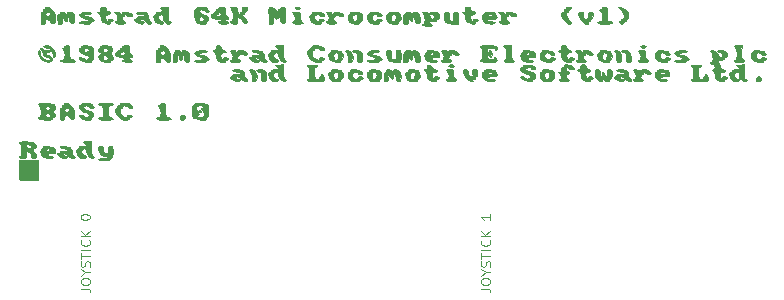
<source format=gto>
%TF.GenerationSoftware,KiCad,Pcbnew,(5.1.8)-1*%
%TF.CreationDate,2021-01-26T16:03:31+01:00*%
%TF.ProjectId,CPC464 Splitter Faceplate A1,43504334-3634-4205-9370-6c6974746572,rev?*%
%TF.SameCoordinates,Original*%
%TF.FileFunction,Legend,Top*%
%TF.FilePolarity,Positive*%
%FSLAX46Y46*%
G04 Gerber Fmt 4.6, Leading zero omitted, Abs format (unit mm)*
G04 Created by KiCad (PCBNEW (5.1.8)-1) date 2021-01-26 16:03:31*
%MOMM*%
%LPD*%
G01*
G04 APERTURE LIST*
%ADD10C,0.100000*%
%ADD11C,0.010000*%
G04 APERTURE END LIST*
D10*
X146373904Y-107721023D02*
X146945333Y-107721023D01*
X147059619Y-107759119D01*
X147135809Y-107835309D01*
X147173904Y-107949595D01*
X147173904Y-108025785D01*
X146373904Y-107187690D02*
X146373904Y-107035309D01*
X146412000Y-106959119D01*
X146488190Y-106882928D01*
X146640571Y-106844833D01*
X146907238Y-106844833D01*
X147059619Y-106882928D01*
X147135809Y-106959119D01*
X147173904Y-107035309D01*
X147173904Y-107187690D01*
X147135809Y-107263880D01*
X147059619Y-107340071D01*
X146907238Y-107378166D01*
X146640571Y-107378166D01*
X146488190Y-107340071D01*
X146412000Y-107263880D01*
X146373904Y-107187690D01*
X146792952Y-106349595D02*
X147173904Y-106349595D01*
X146373904Y-106616261D02*
X146792952Y-106349595D01*
X146373904Y-106082928D01*
X147135809Y-105854357D02*
X147173904Y-105740071D01*
X147173904Y-105549595D01*
X147135809Y-105473404D01*
X147097714Y-105435309D01*
X147021523Y-105397214D01*
X146945333Y-105397214D01*
X146869142Y-105435309D01*
X146831047Y-105473404D01*
X146792952Y-105549595D01*
X146754857Y-105701976D01*
X146716761Y-105778166D01*
X146678666Y-105816261D01*
X146602476Y-105854357D01*
X146526285Y-105854357D01*
X146450095Y-105816261D01*
X146412000Y-105778166D01*
X146373904Y-105701976D01*
X146373904Y-105511500D01*
X146412000Y-105397214D01*
X146373904Y-105168642D02*
X146373904Y-104711500D01*
X147173904Y-104940071D02*
X146373904Y-104940071D01*
X147173904Y-104444833D02*
X146373904Y-104444833D01*
X147097714Y-103606738D02*
X147135809Y-103644833D01*
X147173904Y-103759119D01*
X147173904Y-103835309D01*
X147135809Y-103949595D01*
X147059619Y-104025785D01*
X146983428Y-104063880D01*
X146831047Y-104101976D01*
X146716761Y-104101976D01*
X146564380Y-104063880D01*
X146488190Y-104025785D01*
X146412000Y-103949595D01*
X146373904Y-103835309D01*
X146373904Y-103759119D01*
X146412000Y-103644833D01*
X146450095Y-103606738D01*
X147173904Y-103263880D02*
X146373904Y-103263880D01*
X147173904Y-102806738D02*
X146716761Y-103149595D01*
X146373904Y-102806738D02*
X146831047Y-103263880D01*
X147173904Y-101435309D02*
X147173904Y-101892452D01*
X147173904Y-101663880D02*
X146373904Y-101663880D01*
X146488190Y-101740071D01*
X146564380Y-101816261D01*
X146602476Y-101892452D01*
X112464904Y-107721023D02*
X113036333Y-107721023D01*
X113150619Y-107759119D01*
X113226809Y-107835309D01*
X113264904Y-107949595D01*
X113264904Y-108025785D01*
X112464904Y-107187690D02*
X112464904Y-107035309D01*
X112503000Y-106959119D01*
X112579190Y-106882928D01*
X112731571Y-106844833D01*
X112998238Y-106844833D01*
X113150619Y-106882928D01*
X113226809Y-106959119D01*
X113264904Y-107035309D01*
X113264904Y-107187690D01*
X113226809Y-107263880D01*
X113150619Y-107340071D01*
X112998238Y-107378166D01*
X112731571Y-107378166D01*
X112579190Y-107340071D01*
X112503000Y-107263880D01*
X112464904Y-107187690D01*
X112883952Y-106349595D02*
X113264904Y-106349595D01*
X112464904Y-106616261D02*
X112883952Y-106349595D01*
X112464904Y-106082928D01*
X113226809Y-105854357D02*
X113264904Y-105740071D01*
X113264904Y-105549595D01*
X113226809Y-105473404D01*
X113188714Y-105435309D01*
X113112523Y-105397214D01*
X113036333Y-105397214D01*
X112960142Y-105435309D01*
X112922047Y-105473404D01*
X112883952Y-105549595D01*
X112845857Y-105701976D01*
X112807761Y-105778166D01*
X112769666Y-105816261D01*
X112693476Y-105854357D01*
X112617285Y-105854357D01*
X112541095Y-105816261D01*
X112503000Y-105778166D01*
X112464904Y-105701976D01*
X112464904Y-105511500D01*
X112503000Y-105397214D01*
X112464904Y-105168642D02*
X112464904Y-104711500D01*
X113264904Y-104940071D02*
X112464904Y-104940071D01*
X113264904Y-104444833D02*
X112464904Y-104444833D01*
X113188714Y-103606738D02*
X113226809Y-103644833D01*
X113264904Y-103759119D01*
X113264904Y-103835309D01*
X113226809Y-103949595D01*
X113150619Y-104025785D01*
X113074428Y-104063880D01*
X112922047Y-104101976D01*
X112807761Y-104101976D01*
X112655380Y-104063880D01*
X112579190Y-104025785D01*
X112503000Y-103949595D01*
X112464904Y-103835309D01*
X112464904Y-103759119D01*
X112503000Y-103644833D01*
X112541095Y-103606738D01*
X113264904Y-103263880D02*
X112464904Y-103263880D01*
X113264904Y-102806738D02*
X112807761Y-103149595D01*
X112464904Y-102806738D02*
X112922047Y-103263880D01*
X112464904Y-101701976D02*
X112464904Y-101625785D01*
X112503000Y-101549595D01*
X112541095Y-101511500D01*
X112617285Y-101473404D01*
X112769666Y-101435309D01*
X112960142Y-101435309D01*
X113112523Y-101473404D01*
X113188714Y-101511500D01*
X113226809Y-101549595D01*
X113264904Y-101625785D01*
X113264904Y-101701976D01*
X113226809Y-101778166D01*
X113188714Y-101816261D01*
X113112523Y-101854357D01*
X112960142Y-101892452D01*
X112769666Y-101892452D01*
X112617285Y-101854357D01*
X112541095Y-101816261D01*
X112503000Y-101778166D01*
X112464904Y-101701976D01*
D11*
%TO.C,G\u002A\u002A\u002A*%
G36*
X108869455Y-97682400D02*
G01*
X108864501Y-98495200D01*
X108077050Y-98495200D01*
X107704129Y-98492175D01*
X107423286Y-98484159D01*
X107284364Y-98472734D01*
X107277732Y-98469800D01*
X107270112Y-98363709D01*
X107260604Y-98105424D01*
X107251007Y-97745915D01*
X107249034Y-97657000D01*
X107232204Y-96869600D01*
X108874410Y-96869600D01*
X108869455Y-97682400D01*
G37*
X108869455Y-97682400D02*
X108864501Y-98495200D01*
X108077050Y-98495200D01*
X107704129Y-98492175D01*
X107423286Y-98484159D01*
X107284364Y-98472734D01*
X107277732Y-98469800D01*
X107270112Y-98363709D01*
X107260604Y-98105424D01*
X107251007Y-97745915D01*
X107249034Y-97657000D01*
X107232204Y-96869600D01*
X108874410Y-96869600D01*
X108869455Y-97682400D01*
G36*
X115088815Y-95671175D02*
G01*
X115153987Y-95767648D01*
X115172900Y-95991034D01*
X115171954Y-96158400D01*
X115143660Y-96500026D01*
X115070317Y-96654410D01*
X115030821Y-96666400D01*
X114946456Y-96722951D01*
X114960400Y-96768000D01*
X114910268Y-96830860D01*
X114684436Y-96865091D01*
X114515192Y-96869600D01*
X114210365Y-96850838D01*
X113997277Y-96802998D01*
X113944400Y-96768000D01*
X113992594Y-96703439D01*
X114213608Y-96669650D01*
X114344803Y-96666400D01*
X114619539Y-96646465D01*
X114785580Y-96595961D01*
X114808000Y-96564800D01*
X114720836Y-96489206D01*
X114546742Y-96463200D01*
X114229030Y-96373024D01*
X114007387Y-96138168D01*
X113937742Y-95889309D01*
X113973417Y-95703901D01*
X114141887Y-95650560D01*
X114158509Y-95650400D01*
X114327223Y-95687155D01*
X114375005Y-95837236D01*
X114371419Y-95929800D01*
X114394514Y-96146237D01*
X114533013Y-96234147D01*
X114567436Y-96240098D01*
X114717039Y-96231952D01*
X114763904Y-96111170D01*
X114757667Y-95960698D01*
X114763019Y-95740820D01*
X114856748Y-95658505D01*
X114955568Y-95650400D01*
X115088815Y-95671175D01*
G37*
X115088815Y-95671175D02*
X115153987Y-95767648D01*
X115172900Y-95991034D01*
X115171954Y-96158400D01*
X115143660Y-96500026D01*
X115070317Y-96654410D01*
X115030821Y-96666400D01*
X114946456Y-96722951D01*
X114960400Y-96768000D01*
X114910268Y-96830860D01*
X114684436Y-96865091D01*
X114515192Y-96869600D01*
X114210365Y-96850838D01*
X113997277Y-96802998D01*
X113944400Y-96768000D01*
X113992594Y-96703439D01*
X114213608Y-96669650D01*
X114344803Y-96666400D01*
X114619539Y-96646465D01*
X114785580Y-96595961D01*
X114808000Y-96564800D01*
X114720836Y-96489206D01*
X114546742Y-96463200D01*
X114229030Y-96373024D01*
X114007387Y-96138168D01*
X113937742Y-95889309D01*
X113973417Y-95703901D01*
X114141887Y-95650560D01*
X114158509Y-95650400D01*
X114327223Y-95687155D01*
X114375005Y-95837236D01*
X114371419Y-95929800D01*
X114394514Y-96146237D01*
X114533013Y-96234147D01*
X114567436Y-96240098D01*
X114717039Y-96231952D01*
X114763904Y-96111170D01*
X114757667Y-95960698D01*
X114763019Y-95740820D01*
X114856748Y-95658505D01*
X114955568Y-95650400D01*
X115088815Y-95671175D01*
G36*
X108178552Y-95266303D02*
G01*
X108458553Y-95322442D01*
X108549923Y-95372209D01*
X108655636Y-95554015D01*
X108667866Y-95740049D01*
X108586318Y-95848300D01*
X108551656Y-95853600D01*
X108460513Y-95926246D01*
X108464449Y-96082226D01*
X108557465Y-96228597D01*
X108576782Y-96242724D01*
X108666168Y-96392112D01*
X108679699Y-96493447D01*
X108614516Y-96632892D01*
X108466466Y-96643435D01*
X108309785Y-96563789D01*
X108284005Y-96474771D01*
X108232879Y-96322920D01*
X108081779Y-96158162D01*
X107910029Y-96063205D01*
X107886231Y-96060031D01*
X107849055Y-96145391D01*
X107847916Y-96355783D01*
X107848400Y-96361600D01*
X107844210Y-96576462D01*
X107743538Y-96656433D01*
X107587964Y-96666400D01*
X107358000Y-96633774D01*
X107238800Y-96564800D01*
X107257280Y-96474230D01*
X107311826Y-96463200D01*
X107402818Y-96375608D01*
X107448795Y-96158268D01*
X107450855Y-95879329D01*
X107415258Y-95641454D01*
X107846900Y-95641454D01*
X107891426Y-95828200D01*
X107983728Y-95849250D01*
X108093410Y-95853600D01*
X108246938Y-95787807D01*
X108262013Y-95675800D01*
X108153280Y-95518576D01*
X108025112Y-95466596D01*
X107874917Y-95489834D01*
X107846900Y-95641454D01*
X107415258Y-95641454D01*
X107410093Y-95606940D01*
X107327607Y-95409251D01*
X107294298Y-95374231D01*
X107242683Y-95306590D01*
X107321202Y-95267776D01*
X107558076Y-95250399D01*
X107779457Y-95247231D01*
X108178552Y-95266303D01*
G37*
X108178552Y-95266303D02*
X108458553Y-95322442D01*
X108549923Y-95372209D01*
X108655636Y-95554015D01*
X108667866Y-95740049D01*
X108586318Y-95848300D01*
X108551656Y-95853600D01*
X108460513Y-95926246D01*
X108464449Y-96082226D01*
X108557465Y-96228597D01*
X108576782Y-96242724D01*
X108666168Y-96392112D01*
X108679699Y-96493447D01*
X108614516Y-96632892D01*
X108466466Y-96643435D01*
X108309785Y-96563789D01*
X108284005Y-96474771D01*
X108232879Y-96322920D01*
X108081779Y-96158162D01*
X107910029Y-96063205D01*
X107886231Y-96060031D01*
X107849055Y-96145391D01*
X107847916Y-96355783D01*
X107848400Y-96361600D01*
X107844210Y-96576462D01*
X107743538Y-96656433D01*
X107587964Y-96666400D01*
X107358000Y-96633774D01*
X107238800Y-96564800D01*
X107257280Y-96474230D01*
X107311826Y-96463200D01*
X107402818Y-96375608D01*
X107448795Y-96158268D01*
X107450855Y-95879329D01*
X107415258Y-95641454D01*
X107846900Y-95641454D01*
X107891426Y-95828200D01*
X107983728Y-95849250D01*
X108093410Y-95853600D01*
X108246938Y-95787807D01*
X108262013Y-95675800D01*
X108153280Y-95518576D01*
X108025112Y-95466596D01*
X107874917Y-95489834D01*
X107846900Y-95641454D01*
X107415258Y-95641454D01*
X107410093Y-95606940D01*
X107327607Y-95409251D01*
X107294298Y-95374231D01*
X107242683Y-95306590D01*
X107321202Y-95267776D01*
X107558076Y-95250399D01*
X107779457Y-95247231D01*
X108178552Y-95266303D01*
G36*
X109717251Y-95655813D02*
G01*
X109960488Y-95689622D01*
X110141997Y-95753163D01*
X110175523Y-95778609D01*
X110288854Y-95986210D01*
X110303733Y-96083409D01*
X110261719Y-96196865D01*
X110104146Y-96249343D01*
X109857470Y-96260000D01*
X109583228Y-96279973D01*
X109469529Y-96334557D01*
X109474000Y-96361600D01*
X109611347Y-96434799D01*
X109835596Y-96463200D01*
X110047000Y-96493172D01*
X110134400Y-96564800D01*
X110049314Y-96641810D01*
X109842022Y-96664750D01*
X109584468Y-96639504D01*
X109348600Y-96571958D01*
X109222794Y-96490224D01*
X109102525Y-96280299D01*
X109062899Y-96057539D01*
X109090844Y-95955200D01*
X109474000Y-95955200D01*
X109617303Y-96040550D01*
X109733996Y-96056800D01*
X109895809Y-96013097D01*
X109931200Y-95955200D01*
X109844073Y-95879472D01*
X109671203Y-95853600D01*
X109498342Y-95885851D01*
X109474000Y-95955200D01*
X109090844Y-95955200D01*
X109107532Y-95894089D01*
X109190886Y-95853600D01*
X109283418Y-95800041D01*
X109270800Y-95752000D01*
X109307043Y-95685079D01*
X109477648Y-95653658D01*
X109717251Y-95655813D01*
G37*
X109717251Y-95655813D02*
X109960488Y-95689622D01*
X110141997Y-95753163D01*
X110175523Y-95778609D01*
X110288854Y-95986210D01*
X110303733Y-96083409D01*
X110261719Y-96196865D01*
X110104146Y-96249343D01*
X109857470Y-96260000D01*
X109583228Y-96279973D01*
X109469529Y-96334557D01*
X109474000Y-96361600D01*
X109611347Y-96434799D01*
X109835596Y-96463200D01*
X110047000Y-96493172D01*
X110134400Y-96564800D01*
X110049314Y-96641810D01*
X109842022Y-96664750D01*
X109584468Y-96639504D01*
X109348600Y-96571958D01*
X109222794Y-96490224D01*
X109102525Y-96280299D01*
X109062899Y-96057539D01*
X109090844Y-95955200D01*
X109474000Y-95955200D01*
X109617303Y-96040550D01*
X109733996Y-96056800D01*
X109895809Y-96013097D01*
X109931200Y-95955200D01*
X109844073Y-95879472D01*
X109671203Y-95853600D01*
X109498342Y-95885851D01*
X109474000Y-95955200D01*
X109090844Y-95955200D01*
X109107532Y-95894089D01*
X109190886Y-95853600D01*
X109283418Y-95800041D01*
X109270800Y-95752000D01*
X109307043Y-95685079D01*
X109477648Y-95653658D01*
X109717251Y-95655813D01*
G36*
X111135151Y-95656757D02*
G01*
X111381217Y-95693956D01*
X111569762Y-95760992D01*
X111611137Y-95791823D01*
X111708661Y-96000174D01*
X111710340Y-96152476D01*
X111735290Y-96356693D01*
X111815660Y-96428323D01*
X111953352Y-96535208D01*
X111910409Y-96634748D01*
X111760860Y-96666400D01*
X111550393Y-96586489D01*
X111431621Y-96463200D01*
X111236830Y-96301274D01*
X111069164Y-96260000D01*
X110911830Y-96295242D01*
X110896400Y-96361600D01*
X111039289Y-96446084D01*
X111162392Y-96463200D01*
X111299061Y-96503283D01*
X111302800Y-96564800D01*
X111142834Y-96654856D01*
X110901615Y-96632338D01*
X110658333Y-96509360D01*
X110599223Y-96457161D01*
X110472327Y-96315616D01*
X110490544Y-96265444D01*
X110579819Y-96260000D01*
X110698191Y-96214849D01*
X110693200Y-96158400D01*
X110736123Y-96089265D01*
X110943108Y-96057549D01*
X110992003Y-96056800D01*
X111229415Y-96031674D01*
X111349867Y-95969766D01*
X111353600Y-95955200D01*
X111265451Y-95883317D01*
X111054796Y-95853600D01*
X110820161Y-95822281D01*
X110693200Y-95752000D01*
X110727005Y-95682996D01*
X110895701Y-95652176D01*
X111135151Y-95656757D01*
G37*
X111135151Y-95656757D02*
X111381217Y-95693956D01*
X111569762Y-95760992D01*
X111611137Y-95791823D01*
X111708661Y-96000174D01*
X111710340Y-96152476D01*
X111735290Y-96356693D01*
X111815660Y-96428323D01*
X111953352Y-96535208D01*
X111910409Y-96634748D01*
X111760860Y-96666400D01*
X111550393Y-96586489D01*
X111431621Y-96463200D01*
X111236830Y-96301274D01*
X111069164Y-96260000D01*
X110911830Y-96295242D01*
X110896400Y-96361600D01*
X111039289Y-96446084D01*
X111162392Y-96463200D01*
X111299061Y-96503283D01*
X111302800Y-96564800D01*
X111142834Y-96654856D01*
X110901615Y-96632338D01*
X110658333Y-96509360D01*
X110599223Y-96457161D01*
X110472327Y-96315616D01*
X110490544Y-96265444D01*
X110579819Y-96260000D01*
X110698191Y-96214849D01*
X110693200Y-96158400D01*
X110736123Y-96089265D01*
X110943108Y-96057549D01*
X110992003Y-96056800D01*
X111229415Y-96031674D01*
X111349867Y-95969766D01*
X111353600Y-95955200D01*
X111265451Y-95883317D01*
X111054796Y-95853600D01*
X110820161Y-95822281D01*
X110693200Y-95752000D01*
X110727005Y-95682996D01*
X110895701Y-95652176D01*
X111135151Y-95656757D01*
G36*
X113337714Y-95811999D02*
G01*
X113342969Y-96186820D01*
X113398703Y-96387657D01*
X113452064Y-96432469D01*
X113580970Y-96538644D01*
X113533083Y-96638579D01*
X113401346Y-96666400D01*
X113158010Y-96577429D01*
X112984101Y-96360525D01*
X112938836Y-96090694D01*
X112940145Y-96082200D01*
X112928655Y-95906951D01*
X112778024Y-95854308D01*
X112740252Y-95853600D01*
X112567398Y-95890857D01*
X112515553Y-96042572D01*
X112517099Y-96133000D01*
X112579720Y-96358081D01*
X112756916Y-96445063D01*
X112909205Y-96504547D01*
X112923910Y-96572063D01*
X112768923Y-96656277D01*
X112536077Y-96639741D01*
X112316916Y-96533924D01*
X112270794Y-96490224D01*
X112150525Y-96280299D01*
X112110899Y-96057539D01*
X112155532Y-95894089D01*
X112238886Y-95853600D01*
X112331418Y-95800041D01*
X112318800Y-95752000D01*
X112361723Y-95682865D01*
X112568708Y-95651149D01*
X112617603Y-95650400D01*
X112887679Y-95630279D01*
X112966168Y-95561886D01*
X112861429Y-95433169D01*
X112801400Y-95385431D01*
X112707626Y-95297071D01*
X112760389Y-95257807D01*
X112987763Y-95247267D01*
X112991850Y-95247231D01*
X113360100Y-95244000D01*
X113337714Y-95811999D01*
G37*
X113337714Y-95811999D02*
X113342969Y-96186820D01*
X113398703Y-96387657D01*
X113452064Y-96432469D01*
X113580970Y-96538644D01*
X113533083Y-96638579D01*
X113401346Y-96666400D01*
X113158010Y-96577429D01*
X112984101Y-96360525D01*
X112938836Y-96090694D01*
X112940145Y-96082200D01*
X112928655Y-95906951D01*
X112778024Y-95854308D01*
X112740252Y-95853600D01*
X112567398Y-95890857D01*
X112515553Y-96042572D01*
X112517099Y-96133000D01*
X112579720Y-96358081D01*
X112756916Y-96445063D01*
X112909205Y-96504547D01*
X112923910Y-96572063D01*
X112768923Y-96656277D01*
X112536077Y-96639741D01*
X112316916Y-96533924D01*
X112270794Y-96490224D01*
X112150525Y-96280299D01*
X112110899Y-96057539D01*
X112155532Y-95894089D01*
X112238886Y-95853600D01*
X112331418Y-95800041D01*
X112318800Y-95752000D01*
X112361723Y-95682865D01*
X112568708Y-95651149D01*
X112617603Y-95650400D01*
X112887679Y-95630279D01*
X112966168Y-95561886D01*
X112861429Y-95433169D01*
X112801400Y-95385431D01*
X112707626Y-95297071D01*
X112760389Y-95257807D01*
X112987763Y-95247267D01*
X112991850Y-95247231D01*
X113360100Y-95244000D01*
X113337714Y-95811999D01*
G36*
X109804152Y-92015103D02*
G01*
X110084153Y-92071242D01*
X110175523Y-92121009D01*
X110286758Y-92313461D01*
X110284632Y-92499714D01*
X110174378Y-92602092D01*
X110142866Y-92605631D01*
X110034834Y-92621931D01*
X110093810Y-92693905D01*
X110143284Y-92732631D01*
X110270489Y-92901001D01*
X110296802Y-93082982D01*
X110219132Y-93200492D01*
X110162270Y-93212000D01*
X110070783Y-93265932D01*
X110083600Y-93313600D01*
X110029726Y-93373111D01*
X109795066Y-93407804D01*
X109536792Y-93415200D01*
X109202333Y-93399477D01*
X108955998Y-93358692D01*
X108864400Y-93313600D01*
X108882880Y-93223030D01*
X108937426Y-93212000D01*
X109028418Y-93124408D01*
X109054766Y-92999854D01*
X109472500Y-92999854D01*
X109517026Y-93186600D01*
X109609328Y-93207650D01*
X109719010Y-93212000D01*
X109872538Y-93146207D01*
X109887613Y-93034200D01*
X109778880Y-92876976D01*
X109650712Y-92824996D01*
X109500517Y-92848234D01*
X109472500Y-92999854D01*
X109054766Y-92999854D01*
X109074395Y-92907068D01*
X109076455Y-92628129D01*
X109040858Y-92390254D01*
X109472500Y-92390254D01*
X109517026Y-92577000D01*
X109609328Y-92598050D01*
X109719010Y-92602400D01*
X109872538Y-92536607D01*
X109887613Y-92424600D01*
X109778880Y-92267376D01*
X109650712Y-92215396D01*
X109500517Y-92238634D01*
X109472500Y-92390254D01*
X109040858Y-92390254D01*
X109035693Y-92355740D01*
X108953207Y-92158051D01*
X108919898Y-92123031D01*
X108868283Y-92055390D01*
X108946802Y-92016576D01*
X109183676Y-91999199D01*
X109405057Y-91996031D01*
X109804152Y-92015103D01*
G37*
X109804152Y-92015103D02*
X110084153Y-92071242D01*
X110175523Y-92121009D01*
X110286758Y-92313461D01*
X110284632Y-92499714D01*
X110174378Y-92602092D01*
X110142866Y-92605631D01*
X110034834Y-92621931D01*
X110093810Y-92693905D01*
X110143284Y-92732631D01*
X110270489Y-92901001D01*
X110296802Y-93082982D01*
X110219132Y-93200492D01*
X110162270Y-93212000D01*
X110070783Y-93265932D01*
X110083600Y-93313600D01*
X110029726Y-93373111D01*
X109795066Y-93407804D01*
X109536792Y-93415200D01*
X109202333Y-93399477D01*
X108955998Y-93358692D01*
X108864400Y-93313600D01*
X108882880Y-93223030D01*
X108937426Y-93212000D01*
X109028418Y-93124408D01*
X109054766Y-92999854D01*
X109472500Y-92999854D01*
X109517026Y-93186600D01*
X109609328Y-93207650D01*
X109719010Y-93212000D01*
X109872538Y-93146207D01*
X109887613Y-93034200D01*
X109778880Y-92876976D01*
X109650712Y-92824996D01*
X109500517Y-92848234D01*
X109472500Y-92999854D01*
X109054766Y-92999854D01*
X109074395Y-92907068D01*
X109076455Y-92628129D01*
X109040858Y-92390254D01*
X109472500Y-92390254D01*
X109517026Y-92577000D01*
X109609328Y-92598050D01*
X109719010Y-92602400D01*
X109872538Y-92536607D01*
X109887613Y-92424600D01*
X109778880Y-92267376D01*
X109650712Y-92215396D01*
X109500517Y-92238634D01*
X109472500Y-92390254D01*
X109040858Y-92390254D01*
X109035693Y-92355740D01*
X108953207Y-92158051D01*
X108919898Y-92123031D01*
X108868283Y-92055390D01*
X108946802Y-92016576D01*
X109183676Y-91999199D01*
X109405057Y-91996031D01*
X109804152Y-92015103D01*
G36*
X111408882Y-92043221D02*
G01*
X111605331Y-92149055D01*
X111691839Y-92221400D01*
X111848456Y-92447061D01*
X111912944Y-92752755D01*
X111918643Y-92936707D01*
X111908321Y-93229645D01*
X111863839Y-93367784D01*
X111763495Y-93399146D01*
X111712022Y-93393907D01*
X111545075Y-93306630D01*
X111506000Y-93212000D01*
X111419670Y-93079716D01*
X111281988Y-93027734D01*
X111116615Y-93039664D01*
X111093135Y-93175620D01*
X111098354Y-93205534D01*
X111080719Y-93373553D01*
X110941366Y-93415200D01*
X110773509Y-93404094D01*
X110732694Y-93389800D01*
X110722340Y-93282755D01*
X110708794Y-93039443D01*
X110701857Y-92881800D01*
X110707516Y-92595564D01*
X111099746Y-92595564D01*
X111142626Y-92780200D01*
X111234545Y-92801712D01*
X111331979Y-92805600D01*
X111491167Y-92720241D01*
X111528864Y-92602400D01*
X111484760Y-92442241D01*
X111305475Y-92399200D01*
X111135926Y-92442087D01*
X111099746Y-92595564D01*
X110707516Y-92595564D01*
X110708103Y-92565876D01*
X110764920Y-92418834D01*
X110820758Y-92399200D01*
X110909668Y-92344334D01*
X110896400Y-92297600D01*
X110920526Y-92211524D01*
X110998000Y-92196000D01*
X111107737Y-92148211D01*
X111099600Y-92094400D01*
X111098040Y-92003461D01*
X111220460Y-91990546D01*
X111408882Y-92043221D01*
G37*
X111408882Y-92043221D02*
X111605331Y-92149055D01*
X111691839Y-92221400D01*
X111848456Y-92447061D01*
X111912944Y-92752755D01*
X111918643Y-92936707D01*
X111908321Y-93229645D01*
X111863839Y-93367784D01*
X111763495Y-93399146D01*
X111712022Y-93393907D01*
X111545075Y-93306630D01*
X111506000Y-93212000D01*
X111419670Y-93079716D01*
X111281988Y-93027734D01*
X111116615Y-93039664D01*
X111093135Y-93175620D01*
X111098354Y-93205534D01*
X111080719Y-93373553D01*
X110941366Y-93415200D01*
X110773509Y-93404094D01*
X110732694Y-93389800D01*
X110722340Y-93282755D01*
X110708794Y-93039443D01*
X110701857Y-92881800D01*
X110707516Y-92595564D01*
X111099746Y-92595564D01*
X111142626Y-92780200D01*
X111234545Y-92801712D01*
X111331979Y-92805600D01*
X111491167Y-92720241D01*
X111528864Y-92602400D01*
X111484760Y-92442241D01*
X111305475Y-92399200D01*
X111135926Y-92442087D01*
X111099746Y-92595564D01*
X110707516Y-92595564D01*
X110708103Y-92565876D01*
X110764920Y-92418834D01*
X110820758Y-92399200D01*
X110909668Y-92344334D01*
X110896400Y-92297600D01*
X110920526Y-92211524D01*
X110998000Y-92196000D01*
X111107737Y-92148211D01*
X111099600Y-92094400D01*
X111098040Y-92003461D01*
X111220460Y-91990546D01*
X111408882Y-92043221D01*
G36*
X112962674Y-91999392D02*
G01*
X113209499Y-92037523D01*
X113399963Y-92105531D01*
X113443657Y-92137942D01*
X113574530Y-92305045D01*
X113528734Y-92384615D01*
X113385600Y-92399200D01*
X113220503Y-92356652D01*
X113182400Y-92297600D01*
X113095735Y-92220223D01*
X112937389Y-92196000D01*
X112749001Y-92248907D01*
X112707276Y-92369303D01*
X112798656Y-92499703D01*
X113009583Y-92582618D01*
X113029194Y-92585244D01*
X113283193Y-92650830D01*
X113434968Y-92738853D01*
X113537881Y-92921802D01*
X113539565Y-93105938D01*
X113443778Y-93208542D01*
X113413470Y-93212000D01*
X113321983Y-93265932D01*
X113334800Y-93313600D01*
X113314887Y-93393352D01*
X113160377Y-93419844D01*
X112930713Y-93400133D01*
X112685338Y-93341275D01*
X112483697Y-93250326D01*
X112428023Y-93205961D01*
X112299369Y-93063506D01*
X112334273Y-93014354D01*
X112504223Y-93008800D01*
X112703505Y-93041496D01*
X112776000Y-93110400D01*
X112840808Y-93210925D01*
X112980142Y-93204833D01*
X113111364Y-93114308D01*
X113154464Y-93008800D01*
X113113833Y-92852118D01*
X112928945Y-92805693D01*
X112914828Y-92805600D01*
X112630575Y-92727520D01*
X112399374Y-92535556D01*
X112306251Y-92334118D01*
X112367718Y-92212226D01*
X112435386Y-92196000D01*
X112533435Y-92144368D01*
X112522000Y-92094400D01*
X112555127Y-92024816D01*
X112723285Y-91994152D01*
X112962674Y-91999392D01*
G37*
X112962674Y-91999392D02*
X113209499Y-92037523D01*
X113399963Y-92105531D01*
X113443657Y-92137942D01*
X113574530Y-92305045D01*
X113528734Y-92384615D01*
X113385600Y-92399200D01*
X113220503Y-92356652D01*
X113182400Y-92297600D01*
X113095735Y-92220223D01*
X112937389Y-92196000D01*
X112749001Y-92248907D01*
X112707276Y-92369303D01*
X112798656Y-92499703D01*
X113009583Y-92582618D01*
X113029194Y-92585244D01*
X113283193Y-92650830D01*
X113434968Y-92738853D01*
X113537881Y-92921802D01*
X113539565Y-93105938D01*
X113443778Y-93208542D01*
X113413470Y-93212000D01*
X113321983Y-93265932D01*
X113334800Y-93313600D01*
X113314887Y-93393352D01*
X113160377Y-93419844D01*
X112930713Y-93400133D01*
X112685338Y-93341275D01*
X112483697Y-93250326D01*
X112428023Y-93205961D01*
X112299369Y-93063506D01*
X112334273Y-93014354D01*
X112504223Y-93008800D01*
X112703505Y-93041496D01*
X112776000Y-93110400D01*
X112840808Y-93210925D01*
X112980142Y-93204833D01*
X113111364Y-93114308D01*
X113154464Y-93008800D01*
X113113833Y-92852118D01*
X112928945Y-92805693D01*
X112914828Y-92805600D01*
X112630575Y-92727520D01*
X112399374Y-92535556D01*
X112306251Y-92334118D01*
X112367718Y-92212226D01*
X112435386Y-92196000D01*
X112533435Y-92144368D01*
X112522000Y-92094400D01*
X112555127Y-92024816D01*
X112723285Y-91994152D01*
X112962674Y-91999392D01*
G36*
X114895464Y-92007038D02*
G01*
X115133620Y-92044813D01*
X115214400Y-92094400D01*
X115128103Y-92173048D01*
X114980362Y-92196000D01*
X114838864Y-92216163D01*
X114771344Y-92311773D01*
X114753112Y-92535511D01*
X114754184Y-92678600D01*
X114771764Y-92976537D01*
X114828685Y-93127501D01*
X114950275Y-93187232D01*
X114988222Y-93193666D01*
X115165642Y-93255205D01*
X115214400Y-93320666D01*
X115124379Y-93373780D01*
X114898072Y-93404466D01*
X114601109Y-93413089D01*
X114299120Y-93400015D01*
X114057736Y-93365608D01*
X113944400Y-93313600D01*
X113978297Y-93236282D01*
X114116421Y-93212000D01*
X114256555Y-93191831D01*
X114327776Y-93097022D01*
X114354672Y-92876115D01*
X114359154Y-92704000D01*
X114351886Y-92396165D01*
X114306861Y-92242877D01*
X114207996Y-92196638D01*
X114187132Y-92196000D01*
X113999878Y-92145086D01*
X113944400Y-92094400D01*
X114000052Y-92036518D01*
X114238692Y-92001768D01*
X114548003Y-91992800D01*
X114895464Y-92007038D01*
G37*
X114895464Y-92007038D02*
X115133620Y-92044813D01*
X115214400Y-92094400D01*
X115128103Y-92173048D01*
X114980362Y-92196000D01*
X114838864Y-92216163D01*
X114771344Y-92311773D01*
X114753112Y-92535511D01*
X114754184Y-92678600D01*
X114771764Y-92976537D01*
X114828685Y-93127501D01*
X114950275Y-93187232D01*
X114988222Y-93193666D01*
X115165642Y-93255205D01*
X115214400Y-93320666D01*
X115124379Y-93373780D01*
X114898072Y-93404466D01*
X114601109Y-93413089D01*
X114299120Y-93400015D01*
X114057736Y-93365608D01*
X113944400Y-93313600D01*
X113978297Y-93236282D01*
X114116421Y-93212000D01*
X114256555Y-93191831D01*
X114327776Y-93097022D01*
X114354672Y-92876115D01*
X114359154Y-92704000D01*
X114351886Y-92396165D01*
X114306861Y-92242877D01*
X114207996Y-92196638D01*
X114187132Y-92196000D01*
X113999878Y-92145086D01*
X113944400Y-92094400D01*
X114000052Y-92036518D01*
X114238692Y-92001768D01*
X114548003Y-91992800D01*
X114895464Y-92007038D01*
G36*
X116213874Y-91999392D02*
G01*
X116460699Y-92037523D01*
X116651163Y-92105531D01*
X116694857Y-92137942D01*
X116825730Y-92305045D01*
X116779934Y-92384615D01*
X116636800Y-92399200D01*
X116471703Y-92356652D01*
X116433600Y-92297600D01*
X116346473Y-92221872D01*
X116173603Y-92196000D01*
X116000742Y-92228251D01*
X115976400Y-92297600D01*
X115956452Y-92387044D01*
X115896486Y-92399200D01*
X115789540Y-92477202D01*
X115771582Y-92663510D01*
X115837035Y-92886576D01*
X115946795Y-93044509D01*
X116109912Y-93156540D01*
X116278929Y-93209197D01*
X116388641Y-93192626D01*
X116382800Y-93110400D01*
X116418770Y-93035061D01*
X116580003Y-93008800D01*
X116773791Y-93042847D01*
X116840000Y-93110400D01*
X116757301Y-93199565D01*
X116681603Y-93212000D01*
X116576442Y-93261254D01*
X116586000Y-93313600D01*
X116541968Y-93380313D01*
X116330162Y-93408848D01*
X116261796Y-93408985D01*
X115896782Y-93339558D01*
X115623631Y-93135754D01*
X115452350Y-92893783D01*
X115366995Y-92653312D01*
X115377645Y-92469936D01*
X115490086Y-92399200D01*
X115582618Y-92345641D01*
X115570000Y-92297600D01*
X115594126Y-92211524D01*
X115671600Y-92196000D01*
X115781337Y-92148211D01*
X115773200Y-92094400D01*
X115806327Y-92024816D01*
X115974485Y-91994152D01*
X116213874Y-91999392D01*
G37*
X116213874Y-91999392D02*
X116460699Y-92037523D01*
X116651163Y-92105531D01*
X116694857Y-92137942D01*
X116825730Y-92305045D01*
X116779934Y-92384615D01*
X116636800Y-92399200D01*
X116471703Y-92356652D01*
X116433600Y-92297600D01*
X116346473Y-92221872D01*
X116173603Y-92196000D01*
X116000742Y-92228251D01*
X115976400Y-92297600D01*
X115956452Y-92387044D01*
X115896486Y-92399200D01*
X115789540Y-92477202D01*
X115771582Y-92663510D01*
X115837035Y-92886576D01*
X115946795Y-93044509D01*
X116109912Y-93156540D01*
X116278929Y-93209197D01*
X116388641Y-93192626D01*
X116382800Y-93110400D01*
X116418770Y-93035061D01*
X116580003Y-93008800D01*
X116773791Y-93042847D01*
X116840000Y-93110400D01*
X116757301Y-93199565D01*
X116681603Y-93212000D01*
X116576442Y-93261254D01*
X116586000Y-93313600D01*
X116541968Y-93380313D01*
X116330162Y-93408848D01*
X116261796Y-93408985D01*
X115896782Y-93339558D01*
X115623631Y-93135754D01*
X115452350Y-92893783D01*
X115366995Y-92653312D01*
X115377645Y-92469936D01*
X115490086Y-92399200D01*
X115582618Y-92345641D01*
X115570000Y-92297600D01*
X115594126Y-92211524D01*
X115671600Y-92196000D01*
X115781337Y-92148211D01*
X115773200Y-92094400D01*
X115806327Y-92024816D01*
X115974485Y-91994152D01*
X116213874Y-91999392D01*
G36*
X119546365Y-92007220D02*
G01*
X119618138Y-92082871D01*
X119643855Y-92268339D01*
X119643621Y-92577000D01*
X119645681Y-92909043D01*
X119677957Y-93089357D01*
X119758601Y-93169054D01*
X119862600Y-93193666D01*
X120041251Y-93254762D01*
X120091200Y-93320666D01*
X120001179Y-93373780D01*
X119774872Y-93404466D01*
X119477909Y-93413089D01*
X119175920Y-93400015D01*
X118934536Y-93365608D01*
X118821200Y-93313600D01*
X118855388Y-93236565D01*
X118996632Y-93212000D01*
X119154475Y-93184651D01*
X119222371Y-93064224D01*
X119236524Y-92831000D01*
X119194148Y-92522661D01*
X119081592Y-92327099D01*
X119080496Y-92326231D01*
X118980104Y-92229084D01*
X119057699Y-92200747D01*
X119106596Y-92199231D01*
X119230371Y-92152918D01*
X119227600Y-92094400D01*
X119262290Y-92017850D01*
X119409025Y-91992800D01*
X119546365Y-92007220D01*
G37*
X119546365Y-92007220D02*
X119618138Y-92082871D01*
X119643855Y-92268339D01*
X119643621Y-92577000D01*
X119645681Y-92909043D01*
X119677957Y-93089357D01*
X119758601Y-93169054D01*
X119862600Y-93193666D01*
X120041251Y-93254762D01*
X120091200Y-93320666D01*
X120001179Y-93373780D01*
X119774872Y-93404466D01*
X119477909Y-93413089D01*
X119175920Y-93400015D01*
X118934536Y-93365608D01*
X118821200Y-93313600D01*
X118855388Y-93236565D01*
X118996632Y-93212000D01*
X119154475Y-93184651D01*
X119222371Y-93064224D01*
X119236524Y-92831000D01*
X119194148Y-92522661D01*
X119081592Y-92327099D01*
X119080496Y-92326231D01*
X118980104Y-92229084D01*
X119057699Y-92200747D01*
X119106596Y-92199231D01*
X119230371Y-92152918D01*
X119227600Y-92094400D01*
X119262290Y-92017850D01*
X119409025Y-91992800D01*
X119546365Y-92007220D01*
G36*
X121243609Y-93056615D02*
G01*
X121282464Y-93212000D01*
X121193311Y-93382947D01*
X121085579Y-93415200D01*
X120928138Y-93403262D01*
X120896226Y-93389800D01*
X120851460Y-93140745D01*
X120929336Y-93027379D01*
X121059075Y-93008800D01*
X121243609Y-93056615D01*
G37*
X121243609Y-93056615D02*
X121282464Y-93212000D01*
X121193311Y-93382947D01*
X121085579Y-93415200D01*
X120928138Y-93403262D01*
X120896226Y-93389800D01*
X120851460Y-93140745D01*
X120929336Y-93027379D01*
X121059075Y-93008800D01*
X121243609Y-93056615D01*
G36*
X122831545Y-92015527D02*
G01*
X123062243Y-92062203D01*
X123176157Y-92119800D01*
X123255736Y-92291004D01*
X123295410Y-92554219D01*
X123296109Y-92840511D01*
X123258764Y-93080944D01*
X123184303Y-93206584D01*
X123161426Y-93212000D01*
X123074776Y-93267696D01*
X123088400Y-93313600D01*
X123057565Y-93386213D01*
X122888016Y-93418074D01*
X122639204Y-93413395D01*
X122370578Y-93376386D01*
X122141588Y-93311258D01*
X122023599Y-93238173D01*
X121926775Y-93044689D01*
X121873903Y-92775717D01*
X121866735Y-92499270D01*
X121878115Y-92438279D01*
X122269122Y-92438279D01*
X122336119Y-92702555D01*
X122418272Y-92844679D01*
X122499699Y-92971535D01*
X122423688Y-93007959D01*
X122383644Y-93008800D01*
X122269128Y-93055108D01*
X122275600Y-93110400D01*
X122413727Y-93185166D01*
X122621506Y-93212000D01*
X122826951Y-93181241D01*
X122891864Y-93054414D01*
X122891677Y-92969720D01*
X122824680Y-92705444D01*
X122742527Y-92563320D01*
X122660509Y-92436325D01*
X122733920Y-92399986D01*
X122771159Y-92399200D01*
X122914165Y-92347975D01*
X122936000Y-92297600D01*
X122846976Y-92229231D01*
X122629322Y-92196485D01*
X122596090Y-92196000D01*
X122363899Y-92216270D01*
X122275680Y-92305494D01*
X122269122Y-92438279D01*
X121878115Y-92438279D01*
X121907022Y-92283360D01*
X121996517Y-92196000D01*
X121996758Y-92196000D01*
X122085668Y-92141134D01*
X122072400Y-92094400D01*
X122114647Y-92032015D01*
X122296251Y-91999018D01*
X122555716Y-91993994D01*
X122831545Y-92015527D01*
G37*
X122831545Y-92015527D02*
X123062243Y-92062203D01*
X123176157Y-92119800D01*
X123255736Y-92291004D01*
X123295410Y-92554219D01*
X123296109Y-92840511D01*
X123258764Y-93080944D01*
X123184303Y-93206584D01*
X123161426Y-93212000D01*
X123074776Y-93267696D01*
X123088400Y-93313600D01*
X123057565Y-93386213D01*
X122888016Y-93418074D01*
X122639204Y-93413395D01*
X122370578Y-93376386D01*
X122141588Y-93311258D01*
X122023599Y-93238173D01*
X121926775Y-93044689D01*
X121873903Y-92775717D01*
X121866735Y-92499270D01*
X121878115Y-92438279D01*
X122269122Y-92438279D01*
X122336119Y-92702555D01*
X122418272Y-92844679D01*
X122499699Y-92971535D01*
X122423688Y-93007959D01*
X122383644Y-93008800D01*
X122269128Y-93055108D01*
X122275600Y-93110400D01*
X122413727Y-93185166D01*
X122621506Y-93212000D01*
X122826951Y-93181241D01*
X122891864Y-93054414D01*
X122891677Y-92969720D01*
X122824680Y-92705444D01*
X122742527Y-92563320D01*
X122660509Y-92436325D01*
X122733920Y-92399986D01*
X122771159Y-92399200D01*
X122914165Y-92347975D01*
X122936000Y-92297600D01*
X122846976Y-92229231D01*
X122629322Y-92196485D01*
X122596090Y-92196000D01*
X122363899Y-92216270D01*
X122275680Y-92305494D01*
X122269122Y-92438279D01*
X121878115Y-92438279D01*
X121907022Y-92283360D01*
X121996517Y-92196000D01*
X121996758Y-92196000D01*
X122085668Y-92141134D01*
X122072400Y-92094400D01*
X122114647Y-92032015D01*
X122296251Y-91999018D01*
X122555716Y-91993994D01*
X122831545Y-92015527D01*
G36*
X125765551Y-89154357D02*
G01*
X126011617Y-89191556D01*
X126200162Y-89258592D01*
X126241537Y-89289423D01*
X126339061Y-89497774D01*
X126340740Y-89650076D01*
X126365690Y-89854293D01*
X126446060Y-89925923D01*
X126583752Y-90032808D01*
X126540809Y-90132348D01*
X126391260Y-90164000D01*
X126180793Y-90084089D01*
X126062021Y-89960800D01*
X125867230Y-89798874D01*
X125699564Y-89757600D01*
X125542230Y-89792842D01*
X125526800Y-89859200D01*
X125669689Y-89943684D01*
X125792792Y-89960800D01*
X125929461Y-90000883D01*
X125933200Y-90062400D01*
X125773234Y-90152456D01*
X125532015Y-90129938D01*
X125288733Y-90006960D01*
X125229623Y-89954761D01*
X125102727Y-89813216D01*
X125120944Y-89763044D01*
X125210219Y-89757600D01*
X125328591Y-89712449D01*
X125323600Y-89656000D01*
X125366523Y-89586865D01*
X125573508Y-89555149D01*
X125622403Y-89554400D01*
X125859815Y-89529274D01*
X125980267Y-89467366D01*
X125984000Y-89452800D01*
X125895851Y-89380917D01*
X125685196Y-89351200D01*
X125450561Y-89319881D01*
X125323600Y-89249600D01*
X125357405Y-89180596D01*
X125526101Y-89149776D01*
X125765551Y-89154357D01*
G37*
X125765551Y-89154357D02*
X126011617Y-89191556D01*
X126200162Y-89258592D01*
X126241537Y-89289423D01*
X126339061Y-89497774D01*
X126340740Y-89650076D01*
X126365690Y-89854293D01*
X126446060Y-89925923D01*
X126583752Y-90032808D01*
X126540809Y-90132348D01*
X126391260Y-90164000D01*
X126180793Y-90084089D01*
X126062021Y-89960800D01*
X125867230Y-89798874D01*
X125699564Y-89757600D01*
X125542230Y-89792842D01*
X125526800Y-89859200D01*
X125669689Y-89943684D01*
X125792792Y-89960800D01*
X125929461Y-90000883D01*
X125933200Y-90062400D01*
X125773234Y-90152456D01*
X125532015Y-90129938D01*
X125288733Y-90006960D01*
X125229623Y-89954761D01*
X125102727Y-89813216D01*
X125120944Y-89763044D01*
X125210219Y-89757600D01*
X125328591Y-89712449D01*
X125323600Y-89656000D01*
X125366523Y-89586865D01*
X125573508Y-89555149D01*
X125622403Y-89554400D01*
X125859815Y-89529274D01*
X125980267Y-89467366D01*
X125984000Y-89452800D01*
X125895851Y-89380917D01*
X125685196Y-89351200D01*
X125450561Y-89319881D01*
X125323600Y-89249600D01*
X125357405Y-89180596D01*
X125526101Y-89149776D01*
X125765551Y-89154357D01*
G36*
X127161363Y-89219494D02*
G01*
X127319834Y-89440555D01*
X127364066Y-89783000D01*
X127339895Y-90044990D01*
X127255514Y-90153238D01*
X127187424Y-90164000D01*
X127014854Y-90125745D01*
X126970972Y-90087800D01*
X126947841Y-89940263D01*
X126950606Y-89707492D01*
X126910468Y-89426567D01*
X126807829Y-89278924D01*
X126711000Y-89185770D01*
X126789213Y-89154319D01*
X126880257Y-89151231D01*
X127161363Y-89219494D01*
G37*
X127161363Y-89219494D02*
X127319834Y-89440555D01*
X127364066Y-89783000D01*
X127339895Y-90044990D01*
X127255514Y-90153238D01*
X127187424Y-90164000D01*
X127014854Y-90125745D01*
X126970972Y-90087800D01*
X126947841Y-89940263D01*
X126950606Y-89707492D01*
X126910468Y-89426567D01*
X126807829Y-89278924D01*
X126711000Y-89185770D01*
X126789213Y-89154319D01*
X126880257Y-89151231D01*
X127161363Y-89219494D01*
G36*
X127754296Y-89162730D02*
G01*
X127955701Y-89214926D01*
X128053495Y-89275000D01*
X128135752Y-89455454D01*
X128176022Y-89733840D01*
X128176866Y-89783000D01*
X128152695Y-90044990D01*
X128068314Y-90153238D01*
X128000224Y-90164000D01*
X127826798Y-90125679D01*
X127782316Y-90087800D01*
X127760890Y-89942104D01*
X127767336Y-89694087D01*
X127768397Y-89681400D01*
X127764907Y-89448947D01*
X127681557Y-89359207D01*
X127607673Y-89351200D01*
X127416487Y-89302684D01*
X127355600Y-89249600D01*
X127384153Y-89177516D01*
X127540416Y-89149410D01*
X127754296Y-89162730D01*
G37*
X127754296Y-89162730D02*
X127955701Y-89214926D01*
X128053495Y-89275000D01*
X128135752Y-89455454D01*
X128176022Y-89733840D01*
X128176866Y-89783000D01*
X128152695Y-90044990D01*
X128068314Y-90153238D01*
X128000224Y-90164000D01*
X127826798Y-90125679D01*
X127782316Y-90087800D01*
X127760890Y-89942104D01*
X127767336Y-89694087D01*
X127768397Y-89681400D01*
X127764907Y-89448947D01*
X127681557Y-89359207D01*
X127607673Y-89351200D01*
X127416487Y-89302684D01*
X127355600Y-89249600D01*
X127384153Y-89177516D01*
X127540416Y-89149410D01*
X127754296Y-89162730D01*
G36*
X129593714Y-89309599D02*
G01*
X129598969Y-89684420D01*
X129654703Y-89885257D01*
X129708064Y-89930069D01*
X129836970Y-90036244D01*
X129789083Y-90136179D01*
X129657346Y-90164000D01*
X129414010Y-90075029D01*
X129240101Y-89858125D01*
X129194836Y-89588294D01*
X129196145Y-89579800D01*
X129184655Y-89404551D01*
X129034024Y-89351908D01*
X128996252Y-89351200D01*
X128823398Y-89388457D01*
X128771553Y-89540172D01*
X128773099Y-89630600D01*
X128835720Y-89855681D01*
X129012916Y-89942663D01*
X129165205Y-90002147D01*
X129179910Y-90069663D01*
X129024923Y-90153877D01*
X128792077Y-90137341D01*
X128572916Y-90031524D01*
X128526794Y-89987824D01*
X128406525Y-89777899D01*
X128366899Y-89555139D01*
X128411532Y-89391689D01*
X128494886Y-89351200D01*
X128587418Y-89297641D01*
X128574800Y-89249600D01*
X128617723Y-89180465D01*
X128824708Y-89148749D01*
X128873603Y-89148000D01*
X129143679Y-89127879D01*
X129222168Y-89059486D01*
X129117429Y-88930769D01*
X129057400Y-88883031D01*
X128963626Y-88794671D01*
X129016389Y-88755407D01*
X129243763Y-88744867D01*
X129247850Y-88744831D01*
X129616100Y-88741600D01*
X129593714Y-89309599D01*
G37*
X129593714Y-89309599D02*
X129598969Y-89684420D01*
X129654703Y-89885257D01*
X129708064Y-89930069D01*
X129836970Y-90036244D01*
X129789083Y-90136179D01*
X129657346Y-90164000D01*
X129414010Y-90075029D01*
X129240101Y-89858125D01*
X129194836Y-89588294D01*
X129196145Y-89579800D01*
X129184655Y-89404551D01*
X129034024Y-89351908D01*
X128996252Y-89351200D01*
X128823398Y-89388457D01*
X128771553Y-89540172D01*
X128773099Y-89630600D01*
X128835720Y-89855681D01*
X129012916Y-89942663D01*
X129165205Y-90002147D01*
X129179910Y-90069663D01*
X129024923Y-90153877D01*
X128792077Y-90137341D01*
X128572916Y-90031524D01*
X128526794Y-89987824D01*
X128406525Y-89777899D01*
X128366899Y-89555139D01*
X128411532Y-89391689D01*
X128494886Y-89351200D01*
X128587418Y-89297641D01*
X128574800Y-89249600D01*
X128617723Y-89180465D01*
X128824708Y-89148749D01*
X128873603Y-89148000D01*
X129143679Y-89127879D01*
X129222168Y-89059486D01*
X129117429Y-88930769D01*
X129057400Y-88883031D01*
X128963626Y-88794671D01*
X129016389Y-88755407D01*
X129243763Y-88744867D01*
X129247850Y-88744831D01*
X129616100Y-88741600D01*
X129593714Y-89309599D01*
G36*
X132285104Y-88762121D02*
G01*
X132459040Y-88809737D01*
X132486400Y-88843200D01*
X132405679Y-88936687D01*
X132353962Y-88944800D01*
X132265541Y-89028033D01*
X132230002Y-89287968D01*
X132229384Y-89427400D01*
X132246312Y-89724179D01*
X132302321Y-89874630D01*
X132424243Y-89935250D01*
X132474698Y-89943944D01*
X132639731Y-89936220D01*
X132644080Y-89867744D01*
X132662314Y-89774383D01*
X132740400Y-89757600D01*
X132848593Y-89706461D01*
X132833853Y-89642819D01*
X132834547Y-89564499D01*
X132899208Y-89573469D01*
X133005360Y-89697949D01*
X133050060Y-89891450D01*
X133049407Y-90035462D01*
X132998709Y-90116963D01*
X132853902Y-90153746D01*
X132570918Y-90163605D01*
X132375106Y-90164000D01*
X132018857Y-90150049D01*
X131748488Y-90113483D01*
X131622800Y-90062400D01*
X131641280Y-89971830D01*
X131695826Y-89960800D01*
X131786818Y-89873208D01*
X131832795Y-89655868D01*
X131834855Y-89376929D01*
X131794093Y-89104540D01*
X131711607Y-88906851D01*
X131678298Y-88871831D01*
X131616268Y-88797261D01*
X131694244Y-88758897D01*
X131941127Y-88745460D01*
X132003800Y-88744831D01*
X132285104Y-88762121D01*
G37*
X132285104Y-88762121D02*
X132459040Y-88809737D01*
X132486400Y-88843200D01*
X132405679Y-88936687D01*
X132353962Y-88944800D01*
X132265541Y-89028033D01*
X132230002Y-89287968D01*
X132229384Y-89427400D01*
X132246312Y-89724179D01*
X132302321Y-89874630D01*
X132424243Y-89935250D01*
X132474698Y-89943944D01*
X132639731Y-89936220D01*
X132644080Y-89867744D01*
X132662314Y-89774383D01*
X132740400Y-89757600D01*
X132848593Y-89706461D01*
X132833853Y-89642819D01*
X132834547Y-89564499D01*
X132899208Y-89573469D01*
X133005360Y-89697949D01*
X133050060Y-89891450D01*
X133049407Y-90035462D01*
X132998709Y-90116963D01*
X132853902Y-90153746D01*
X132570918Y-90163605D01*
X132375106Y-90164000D01*
X132018857Y-90150049D01*
X131748488Y-90113483D01*
X131622800Y-90062400D01*
X131641280Y-89971830D01*
X131695826Y-89960800D01*
X131786818Y-89873208D01*
X131832795Y-89655868D01*
X131834855Y-89376929D01*
X131794093Y-89104540D01*
X131711607Y-88906851D01*
X131678298Y-88871831D01*
X131616268Y-88797261D01*
X131694244Y-88758897D01*
X131941127Y-88745460D01*
X132003800Y-88744831D01*
X132285104Y-88762121D01*
G36*
X134101376Y-89153303D02*
G01*
X134343965Y-89186776D01*
X134524189Y-89249959D01*
X134556862Y-89275000D01*
X134651814Y-89456062D01*
X134679737Y-89684475D01*
X134642274Y-89879596D01*
X134542883Y-89960800D01*
X134454281Y-90015777D01*
X134467600Y-90062400D01*
X134442246Y-90137518D01*
X134283777Y-90165149D01*
X134055257Y-90150757D01*
X133819751Y-90099806D01*
X133640324Y-90017758D01*
X133606794Y-89987824D01*
X133486525Y-89777899D01*
X133446899Y-89555139D01*
X133451048Y-89539944D01*
X133858555Y-89539944D01*
X133863611Y-89630600D01*
X133886372Y-89857178D01*
X133926799Y-89946065D01*
X134028240Y-89961140D01*
X134087676Y-89960800D01*
X134226643Y-89892613D01*
X134278559Y-89666111D01*
X134279009Y-89656000D01*
X134260782Y-89437391D01*
X134153469Y-89357526D01*
X134065022Y-89351200D01*
X133902138Y-89388566D01*
X133858555Y-89539944D01*
X133451048Y-89539944D01*
X133491532Y-89391689D01*
X133574886Y-89351200D01*
X133667418Y-89297641D01*
X133654800Y-89249600D01*
X133691256Y-89182869D01*
X133861961Y-89151385D01*
X134101376Y-89153303D01*
G37*
X134101376Y-89153303D02*
X134343965Y-89186776D01*
X134524189Y-89249959D01*
X134556862Y-89275000D01*
X134651814Y-89456062D01*
X134679737Y-89684475D01*
X134642274Y-89879596D01*
X134542883Y-89960800D01*
X134454281Y-90015777D01*
X134467600Y-90062400D01*
X134442246Y-90137518D01*
X134283777Y-90165149D01*
X134055257Y-90150757D01*
X133819751Y-90099806D01*
X133640324Y-90017758D01*
X133606794Y-89987824D01*
X133486525Y-89777899D01*
X133446899Y-89555139D01*
X133451048Y-89539944D01*
X133858555Y-89539944D01*
X133863611Y-89630600D01*
X133886372Y-89857178D01*
X133926799Y-89946065D01*
X134028240Y-89961140D01*
X134087676Y-89960800D01*
X134226643Y-89892613D01*
X134278559Y-89666111D01*
X134279009Y-89656000D01*
X134260782Y-89437391D01*
X134153469Y-89357526D01*
X134065022Y-89351200D01*
X133902138Y-89388566D01*
X133858555Y-89539944D01*
X133451048Y-89539944D01*
X133491532Y-89391689D01*
X133574886Y-89351200D01*
X133667418Y-89297641D01*
X133654800Y-89249600D01*
X133691256Y-89182869D01*
X133861961Y-89151385D01*
X134101376Y-89153303D01*
G36*
X135721074Y-89154592D02*
G01*
X135967899Y-89192723D01*
X136158363Y-89260731D01*
X136202057Y-89293142D01*
X136332930Y-89460245D01*
X136287134Y-89539815D01*
X136144000Y-89554400D01*
X135978903Y-89511852D01*
X135940800Y-89452800D01*
X135854356Y-89374654D01*
X135702490Y-89351200D01*
X135529196Y-89388309D01*
X135477164Y-89539644D01*
X135478699Y-89630600D01*
X135539606Y-89853617D01*
X135719339Y-89942590D01*
X135728286Y-89943944D01*
X135891621Y-89935994D01*
X135895280Y-89867744D01*
X135922489Y-89783216D01*
X136087203Y-89757600D01*
X136280991Y-89791647D01*
X136347200Y-89859200D01*
X136264501Y-89948365D01*
X136188803Y-89960800D01*
X136083642Y-90010054D01*
X136093200Y-90062400D01*
X136067846Y-90137518D01*
X135909377Y-90165149D01*
X135680857Y-90150757D01*
X135445351Y-90099806D01*
X135265924Y-90017758D01*
X135232394Y-89987824D01*
X135112125Y-89777899D01*
X135072499Y-89555139D01*
X135117132Y-89391689D01*
X135200486Y-89351200D01*
X135293018Y-89297641D01*
X135280400Y-89249600D01*
X135313527Y-89180016D01*
X135481685Y-89149352D01*
X135721074Y-89154592D01*
G37*
X135721074Y-89154592D02*
X135967899Y-89192723D01*
X136158363Y-89260731D01*
X136202057Y-89293142D01*
X136332930Y-89460245D01*
X136287134Y-89539815D01*
X136144000Y-89554400D01*
X135978903Y-89511852D01*
X135940800Y-89452800D01*
X135854356Y-89374654D01*
X135702490Y-89351200D01*
X135529196Y-89388309D01*
X135477164Y-89539644D01*
X135478699Y-89630600D01*
X135539606Y-89853617D01*
X135719339Y-89942590D01*
X135728286Y-89943944D01*
X135891621Y-89935994D01*
X135895280Y-89867744D01*
X135922489Y-89783216D01*
X136087203Y-89757600D01*
X136280991Y-89791647D01*
X136347200Y-89859200D01*
X136264501Y-89948365D01*
X136188803Y-89960800D01*
X136083642Y-90010054D01*
X136093200Y-90062400D01*
X136067846Y-90137518D01*
X135909377Y-90165149D01*
X135680857Y-90150757D01*
X135445351Y-90099806D01*
X135265924Y-90017758D01*
X135232394Y-89987824D01*
X135112125Y-89777899D01*
X135072499Y-89555139D01*
X135117132Y-89391689D01*
X135200486Y-89351200D01*
X135293018Y-89297641D01*
X135280400Y-89249600D01*
X135313527Y-89180016D01*
X135481685Y-89149352D01*
X135721074Y-89154592D01*
G36*
X137352576Y-89153303D02*
G01*
X137595165Y-89186776D01*
X137775389Y-89249959D01*
X137808062Y-89275000D01*
X137903014Y-89456062D01*
X137930937Y-89684475D01*
X137893474Y-89879596D01*
X137794083Y-89960800D01*
X137705481Y-90015777D01*
X137718800Y-90062400D01*
X137693446Y-90137518D01*
X137534977Y-90165149D01*
X137306457Y-90150757D01*
X137070951Y-90099806D01*
X136891524Y-90017758D01*
X136857994Y-89987824D01*
X136737725Y-89777899D01*
X136698099Y-89555139D01*
X136702248Y-89539944D01*
X137109755Y-89539944D01*
X137114811Y-89630600D01*
X137137572Y-89857178D01*
X137177999Y-89946065D01*
X137279440Y-89961140D01*
X137338876Y-89960800D01*
X137477843Y-89892613D01*
X137529759Y-89666111D01*
X137530209Y-89656000D01*
X137511982Y-89437391D01*
X137404669Y-89357526D01*
X137316222Y-89351200D01*
X137153338Y-89388566D01*
X137109755Y-89539944D01*
X136702248Y-89539944D01*
X136742732Y-89391689D01*
X136826086Y-89351200D01*
X136918618Y-89297641D01*
X136906000Y-89249600D01*
X136942456Y-89182869D01*
X137113161Y-89151385D01*
X137352576Y-89153303D01*
G37*
X137352576Y-89153303D02*
X137595165Y-89186776D01*
X137775389Y-89249959D01*
X137808062Y-89275000D01*
X137903014Y-89456062D01*
X137930937Y-89684475D01*
X137893474Y-89879596D01*
X137794083Y-89960800D01*
X137705481Y-90015777D01*
X137718800Y-90062400D01*
X137693446Y-90137518D01*
X137534977Y-90165149D01*
X137306457Y-90150757D01*
X137070951Y-90099806D01*
X136891524Y-90017758D01*
X136857994Y-89987824D01*
X136737725Y-89777899D01*
X136698099Y-89555139D01*
X136702248Y-89539944D01*
X137109755Y-89539944D01*
X137114811Y-89630600D01*
X137137572Y-89857178D01*
X137177999Y-89946065D01*
X137279440Y-89961140D01*
X137338876Y-89960800D01*
X137477843Y-89892613D01*
X137529759Y-89666111D01*
X137530209Y-89656000D01*
X137511982Y-89437391D01*
X137404669Y-89357526D01*
X137316222Y-89351200D01*
X137153338Y-89388566D01*
X137109755Y-89539944D01*
X136702248Y-89539944D01*
X136742732Y-89391689D01*
X136826086Y-89351200D01*
X136918618Y-89297641D01*
X136906000Y-89249600D01*
X136942456Y-89182869D01*
X137113161Y-89151385D01*
X137352576Y-89153303D01*
G36*
X138719391Y-89182047D02*
G01*
X138785600Y-89249600D01*
X138863705Y-89347295D01*
X138893196Y-89351200D01*
X138953875Y-89288956D01*
X138938000Y-89249600D01*
X138954948Y-89170863D01*
X139091395Y-89150427D01*
X139273361Y-89184494D01*
X139426864Y-89269265D01*
X139432695Y-89275000D01*
X139514567Y-89455057D01*
X139555090Y-89734044D01*
X139556066Y-89787213D01*
X139539367Y-90038725D01*
X139471599Y-90139006D01*
X139348028Y-90142813D01*
X139178673Y-90042491D01*
X139141200Y-89867666D01*
X139089091Y-89660799D01*
X138998793Y-89574664D01*
X138900809Y-89590800D01*
X138913081Y-89743997D01*
X138911623Y-89923457D01*
X138826888Y-89960800D01*
X138711025Y-89876161D01*
X138684000Y-89757600D01*
X138646611Y-89592425D01*
X138594831Y-89554400D01*
X138539881Y-89642002D01*
X138531116Y-89853322D01*
X138531600Y-89859200D01*
X138522350Y-90080250D01*
X138423178Y-90159869D01*
X138366768Y-90164000D01*
X138202644Y-90152548D01*
X138165113Y-90138600D01*
X138152939Y-90031122D01*
X138136554Y-89797178D01*
X138132755Y-89732200D01*
X138145377Y-89457208D01*
X138229155Y-89353378D01*
X138251238Y-89351200D01*
X138341446Y-89296807D01*
X138328400Y-89249600D01*
X138364370Y-89174261D01*
X138525603Y-89148000D01*
X138719391Y-89182047D01*
G37*
X138719391Y-89182047D02*
X138785600Y-89249600D01*
X138863705Y-89347295D01*
X138893196Y-89351200D01*
X138953875Y-89288956D01*
X138938000Y-89249600D01*
X138954948Y-89170863D01*
X139091395Y-89150427D01*
X139273361Y-89184494D01*
X139426864Y-89269265D01*
X139432695Y-89275000D01*
X139514567Y-89455057D01*
X139555090Y-89734044D01*
X139556066Y-89787213D01*
X139539367Y-90038725D01*
X139471599Y-90139006D01*
X139348028Y-90142813D01*
X139178673Y-90042491D01*
X139141200Y-89867666D01*
X139089091Y-89660799D01*
X138998793Y-89574664D01*
X138900809Y-89590800D01*
X138913081Y-89743997D01*
X138911623Y-89923457D01*
X138826888Y-89960800D01*
X138711025Y-89876161D01*
X138684000Y-89757600D01*
X138646611Y-89592425D01*
X138594831Y-89554400D01*
X138539881Y-89642002D01*
X138531116Y-89853322D01*
X138531600Y-89859200D01*
X138522350Y-90080250D01*
X138423178Y-90159869D01*
X138366768Y-90164000D01*
X138202644Y-90152548D01*
X138165113Y-90138600D01*
X138152939Y-90031122D01*
X138136554Y-89797178D01*
X138132755Y-89732200D01*
X138145377Y-89457208D01*
X138229155Y-89353378D01*
X138251238Y-89351200D01*
X138341446Y-89296807D01*
X138328400Y-89249600D01*
X138364370Y-89174261D01*
X138525603Y-89148000D01*
X138719391Y-89182047D01*
G36*
X140603776Y-89153303D02*
G01*
X140846365Y-89186776D01*
X141026589Y-89249959D01*
X141059262Y-89275000D01*
X141154214Y-89456062D01*
X141182137Y-89684475D01*
X141144674Y-89879596D01*
X141045283Y-89960800D01*
X140956681Y-90015777D01*
X140970000Y-90062400D01*
X140944646Y-90137518D01*
X140786177Y-90165149D01*
X140557657Y-90150757D01*
X140322151Y-90099806D01*
X140142724Y-90017758D01*
X140109194Y-89987824D01*
X139988925Y-89777899D01*
X139949299Y-89555139D01*
X139953448Y-89539944D01*
X140360955Y-89539944D01*
X140366011Y-89630600D01*
X140388772Y-89857178D01*
X140429199Y-89946065D01*
X140530640Y-89961140D01*
X140590076Y-89960800D01*
X140729043Y-89892613D01*
X140780959Y-89666111D01*
X140781409Y-89656000D01*
X140763182Y-89437391D01*
X140655869Y-89357526D01*
X140567422Y-89351200D01*
X140404538Y-89388566D01*
X140360955Y-89539944D01*
X139953448Y-89539944D01*
X139993932Y-89391689D01*
X140077286Y-89351200D01*
X140169818Y-89297641D01*
X140157200Y-89249600D01*
X140193656Y-89182869D01*
X140364361Y-89151385D01*
X140603776Y-89153303D01*
G37*
X140603776Y-89153303D02*
X140846365Y-89186776D01*
X141026589Y-89249959D01*
X141059262Y-89275000D01*
X141154214Y-89456062D01*
X141182137Y-89684475D01*
X141144674Y-89879596D01*
X141045283Y-89960800D01*
X140956681Y-90015777D01*
X140970000Y-90062400D01*
X140944646Y-90137518D01*
X140786177Y-90165149D01*
X140557657Y-90150757D01*
X140322151Y-90099806D01*
X140142724Y-90017758D01*
X140109194Y-89987824D01*
X139988925Y-89777899D01*
X139949299Y-89555139D01*
X139953448Y-89539944D01*
X140360955Y-89539944D01*
X140366011Y-89630600D01*
X140388772Y-89857178D01*
X140429199Y-89946065D01*
X140530640Y-89961140D01*
X140590076Y-89960800D01*
X140729043Y-89892613D01*
X140780959Y-89666111D01*
X140781409Y-89656000D01*
X140763182Y-89437391D01*
X140655869Y-89357526D01*
X140567422Y-89351200D01*
X140404538Y-89388566D01*
X140360955Y-89539944D01*
X139953448Y-89539944D01*
X139993932Y-89391689D01*
X140077286Y-89351200D01*
X140169818Y-89297641D01*
X140157200Y-89249600D01*
X140193656Y-89182869D01*
X140364361Y-89151385D01*
X140603776Y-89153303D01*
G36*
X141965188Y-88760534D02*
G01*
X142141579Y-88844357D01*
X142189200Y-88944800D01*
X142275684Y-89076235D01*
X142417800Y-89129666D01*
X142611007Y-89200165D01*
X142624576Y-89292580D01*
X142461036Y-89349235D01*
X142408090Y-89351200D01*
X142233446Y-89389459D01*
X142182651Y-89543992D01*
X142184339Y-89623749D01*
X142240522Y-89841456D01*
X142335191Y-89941730D01*
X142420480Y-89928811D01*
X142400546Y-89872380D01*
X142422595Y-89783188D01*
X142589603Y-89757600D01*
X142783391Y-89791647D01*
X142849600Y-89859200D01*
X142766901Y-89948365D01*
X142691203Y-89960800D01*
X142586042Y-90010054D01*
X142595600Y-90062400D01*
X142579045Y-90141166D01*
X142435770Y-90161025D01*
X142230933Y-90129949D01*
X142029694Y-90055907D01*
X141923316Y-89980161D01*
X141804332Y-89763667D01*
X141790079Y-89611840D01*
X141741736Y-89394423D01*
X141649563Y-89284871D01*
X141532421Y-89183811D01*
X141581203Y-89153799D01*
X141649966Y-89151231D01*
X141778630Y-89082241D01*
X141781554Y-88938334D01*
X141789428Y-88782522D01*
X141933242Y-88756497D01*
X141965188Y-88760534D01*
G37*
X141965188Y-88760534D02*
X142141579Y-88844357D01*
X142189200Y-88944800D01*
X142275684Y-89076235D01*
X142417800Y-89129666D01*
X142611007Y-89200165D01*
X142624576Y-89292580D01*
X142461036Y-89349235D01*
X142408090Y-89351200D01*
X142233446Y-89389459D01*
X142182651Y-89543992D01*
X142184339Y-89623749D01*
X142240522Y-89841456D01*
X142335191Y-89941730D01*
X142420480Y-89928811D01*
X142400546Y-89872380D01*
X142422595Y-89783188D01*
X142589603Y-89757600D01*
X142783391Y-89791647D01*
X142849600Y-89859200D01*
X142766901Y-89948365D01*
X142691203Y-89960800D01*
X142586042Y-90010054D01*
X142595600Y-90062400D01*
X142579045Y-90141166D01*
X142435770Y-90161025D01*
X142230933Y-90129949D01*
X142029694Y-90055907D01*
X141923316Y-89980161D01*
X141804332Y-89763667D01*
X141790079Y-89611840D01*
X141741736Y-89394423D01*
X141649563Y-89284871D01*
X141532421Y-89183811D01*
X141581203Y-89153799D01*
X141649966Y-89151231D01*
X141778630Y-89082241D01*
X141781554Y-88938334D01*
X141789428Y-88782522D01*
X141933242Y-88756497D01*
X141965188Y-88760534D01*
G36*
X143928310Y-89160396D02*
G01*
X144026082Y-89232514D01*
X144030984Y-89425792D01*
X144023106Y-89510770D01*
X144035597Y-89809446D01*
X144129975Y-89928040D01*
X144257836Y-90028454D01*
X144272000Y-90073270D01*
X144184940Y-90133495D01*
X143976074Y-90160349D01*
X143723867Y-90154817D01*
X143506785Y-90117889D01*
X143408400Y-90062400D01*
X143427369Y-89972202D01*
X143483683Y-89960800D01*
X143588294Y-89879345D01*
X143620996Y-89687653D01*
X143583886Y-89464729D01*
X143479060Y-89289581D01*
X143465572Y-89278231D01*
X143392506Y-89197468D01*
X143469522Y-89160530D01*
X143682530Y-89151231D01*
X143928310Y-89160396D01*
G37*
X143928310Y-89160396D02*
X144026082Y-89232514D01*
X144030984Y-89425792D01*
X144023106Y-89510770D01*
X144035597Y-89809446D01*
X144129975Y-89928040D01*
X144257836Y-90028454D01*
X144272000Y-90073270D01*
X144184940Y-90133495D01*
X143976074Y-90160349D01*
X143723867Y-90154817D01*
X143506785Y-90117889D01*
X143408400Y-90062400D01*
X143427369Y-89972202D01*
X143483683Y-89960800D01*
X143588294Y-89879345D01*
X143620996Y-89687653D01*
X143583886Y-89464729D01*
X143479060Y-89289581D01*
X143465572Y-89278231D01*
X143392506Y-89197468D01*
X143469522Y-89160530D01*
X143682530Y-89151231D01*
X143928310Y-89160396D01*
G36*
X146010448Y-89183721D02*
G01*
X146064662Y-89330374D01*
X146064609Y-89452800D01*
X146015665Y-89676916D01*
X145918080Y-89757600D01*
X145832958Y-89813866D01*
X145846800Y-89859200D01*
X145822673Y-89945275D01*
X145745200Y-89960800D01*
X145635462Y-90008588D01*
X145643600Y-90062400D01*
X145655684Y-90157086D01*
X145547206Y-90161697D01*
X145370470Y-90092965D01*
X145177779Y-89967621D01*
X145087631Y-89884554D01*
X144890046Y-89609845D01*
X144820927Y-89368213D01*
X144882669Y-89200933D01*
X145044909Y-89148000D01*
X145213623Y-89184755D01*
X145261405Y-89334836D01*
X145257819Y-89427400D01*
X145280914Y-89643837D01*
X145419413Y-89731747D01*
X145453836Y-89737698D01*
X145603439Y-89729552D01*
X145650304Y-89608770D01*
X145644067Y-89458298D01*
X145649121Y-89238780D01*
X145742867Y-89156475D01*
X145847364Y-89148000D01*
X146010448Y-89183721D01*
G37*
X146010448Y-89183721D02*
X146064662Y-89330374D01*
X146064609Y-89452800D01*
X146015665Y-89676916D01*
X145918080Y-89757600D01*
X145832958Y-89813866D01*
X145846800Y-89859200D01*
X145822673Y-89945275D01*
X145745200Y-89960800D01*
X145635462Y-90008588D01*
X145643600Y-90062400D01*
X145655684Y-90157086D01*
X145547206Y-90161697D01*
X145370470Y-90092965D01*
X145177779Y-89967621D01*
X145087631Y-89884554D01*
X144890046Y-89609845D01*
X144820927Y-89368213D01*
X144882669Y-89200933D01*
X145044909Y-89148000D01*
X145213623Y-89184755D01*
X145261405Y-89334836D01*
X145257819Y-89427400D01*
X145280914Y-89643837D01*
X145419413Y-89731747D01*
X145453836Y-89737698D01*
X145603439Y-89729552D01*
X145650304Y-89608770D01*
X145644067Y-89458298D01*
X145649121Y-89238780D01*
X145742867Y-89156475D01*
X145847364Y-89148000D01*
X146010448Y-89183721D01*
G36*
X147106051Y-89153413D02*
G01*
X147349288Y-89187222D01*
X147530797Y-89250763D01*
X147564323Y-89276209D01*
X147677654Y-89483810D01*
X147692533Y-89581009D01*
X147650519Y-89694465D01*
X147492946Y-89746943D01*
X147246270Y-89757600D01*
X146972028Y-89777573D01*
X146858329Y-89832157D01*
X146862800Y-89859200D01*
X147000147Y-89932399D01*
X147224396Y-89960800D01*
X147435800Y-89990772D01*
X147523200Y-90062400D01*
X147438114Y-90139410D01*
X147230822Y-90162350D01*
X146973268Y-90137104D01*
X146737400Y-90069558D01*
X146611594Y-89987824D01*
X146491325Y-89777899D01*
X146451699Y-89555139D01*
X146479644Y-89452800D01*
X146862800Y-89452800D01*
X147006103Y-89538150D01*
X147122796Y-89554400D01*
X147284609Y-89510697D01*
X147320000Y-89452800D01*
X147232873Y-89377072D01*
X147060003Y-89351200D01*
X146887142Y-89383451D01*
X146862800Y-89452800D01*
X146479644Y-89452800D01*
X146496332Y-89391689D01*
X146579686Y-89351200D01*
X146672218Y-89297641D01*
X146659600Y-89249600D01*
X146695843Y-89182679D01*
X146866448Y-89151258D01*
X147106051Y-89153413D01*
G37*
X147106051Y-89153413D02*
X147349288Y-89187222D01*
X147530797Y-89250763D01*
X147564323Y-89276209D01*
X147677654Y-89483810D01*
X147692533Y-89581009D01*
X147650519Y-89694465D01*
X147492946Y-89746943D01*
X147246270Y-89757600D01*
X146972028Y-89777573D01*
X146858329Y-89832157D01*
X146862800Y-89859200D01*
X147000147Y-89932399D01*
X147224396Y-89960800D01*
X147435800Y-89990772D01*
X147523200Y-90062400D01*
X147438114Y-90139410D01*
X147230822Y-90162350D01*
X146973268Y-90137104D01*
X146737400Y-90069558D01*
X146611594Y-89987824D01*
X146491325Y-89777899D01*
X146451699Y-89555139D01*
X146479644Y-89452800D01*
X146862800Y-89452800D01*
X147006103Y-89538150D01*
X147122796Y-89554400D01*
X147284609Y-89510697D01*
X147320000Y-89452800D01*
X147232873Y-89377072D01*
X147060003Y-89351200D01*
X146887142Y-89383451D01*
X146862800Y-89452800D01*
X146479644Y-89452800D01*
X146496332Y-89391689D01*
X146579686Y-89351200D01*
X146672218Y-89297641D01*
X146659600Y-89249600D01*
X146695843Y-89182679D01*
X146866448Y-89151258D01*
X147106051Y-89153413D01*
G36*
X150351474Y-88748192D02*
G01*
X150598299Y-88786323D01*
X150788763Y-88854331D01*
X150832457Y-88886742D01*
X150963330Y-89053845D01*
X150917534Y-89133415D01*
X150774400Y-89148000D01*
X150609303Y-89105452D01*
X150571200Y-89046400D01*
X150484535Y-88969023D01*
X150326189Y-88944800D01*
X150137801Y-88997707D01*
X150096076Y-89118103D01*
X150187456Y-89248503D01*
X150398383Y-89331418D01*
X150417994Y-89334044D01*
X150671993Y-89399630D01*
X150823768Y-89487653D01*
X150926681Y-89670602D01*
X150928365Y-89854738D01*
X150832578Y-89957342D01*
X150802270Y-89960800D01*
X150710783Y-90014732D01*
X150723600Y-90062400D01*
X150703687Y-90142152D01*
X150549177Y-90168644D01*
X150319513Y-90148933D01*
X150074138Y-90090075D01*
X149872497Y-89999126D01*
X149816823Y-89954761D01*
X149685523Y-89812239D01*
X149703256Y-89763124D01*
X149836227Y-89757600D01*
X150038068Y-89800559D01*
X150114000Y-89859200D01*
X150267850Y-89960319D01*
X150443400Y-89923015D01*
X150541901Y-89770661D01*
X150543264Y-89757600D01*
X150502633Y-89600918D01*
X150317745Y-89554493D01*
X150303628Y-89554400D01*
X150019375Y-89476320D01*
X149788174Y-89284356D01*
X149695051Y-89082918D01*
X149756518Y-88961026D01*
X149824186Y-88944800D01*
X149922235Y-88893168D01*
X149910800Y-88843200D01*
X149943927Y-88773616D01*
X150112085Y-88742952D01*
X150351474Y-88748192D01*
G37*
X150351474Y-88748192D02*
X150598299Y-88786323D01*
X150788763Y-88854331D01*
X150832457Y-88886742D01*
X150963330Y-89053845D01*
X150917534Y-89133415D01*
X150774400Y-89148000D01*
X150609303Y-89105452D01*
X150571200Y-89046400D01*
X150484535Y-88969023D01*
X150326189Y-88944800D01*
X150137801Y-88997707D01*
X150096076Y-89118103D01*
X150187456Y-89248503D01*
X150398383Y-89331418D01*
X150417994Y-89334044D01*
X150671993Y-89399630D01*
X150823768Y-89487653D01*
X150926681Y-89670602D01*
X150928365Y-89854738D01*
X150832578Y-89957342D01*
X150802270Y-89960800D01*
X150710783Y-90014732D01*
X150723600Y-90062400D01*
X150703687Y-90142152D01*
X150549177Y-90168644D01*
X150319513Y-90148933D01*
X150074138Y-90090075D01*
X149872497Y-89999126D01*
X149816823Y-89954761D01*
X149685523Y-89812239D01*
X149703256Y-89763124D01*
X149836227Y-89757600D01*
X150038068Y-89800559D01*
X150114000Y-89859200D01*
X150267850Y-89960319D01*
X150443400Y-89923015D01*
X150541901Y-89770661D01*
X150543264Y-89757600D01*
X150502633Y-89600918D01*
X150317745Y-89554493D01*
X150303628Y-89554400D01*
X150019375Y-89476320D01*
X149788174Y-89284356D01*
X149695051Y-89082918D01*
X149756518Y-88961026D01*
X149824186Y-88944800D01*
X149922235Y-88893168D01*
X149910800Y-88843200D01*
X149943927Y-88773616D01*
X150112085Y-88742952D01*
X150351474Y-88748192D01*
G36*
X151982976Y-89153303D02*
G01*
X152225565Y-89186776D01*
X152405789Y-89249959D01*
X152438462Y-89275000D01*
X152533414Y-89456062D01*
X152561337Y-89684475D01*
X152523874Y-89879596D01*
X152424483Y-89960800D01*
X152335881Y-90015777D01*
X152349200Y-90062400D01*
X152323846Y-90137518D01*
X152165377Y-90165149D01*
X151936857Y-90150757D01*
X151701351Y-90099806D01*
X151521924Y-90017758D01*
X151488394Y-89987824D01*
X151368125Y-89777899D01*
X151328499Y-89555139D01*
X151332648Y-89539944D01*
X151740155Y-89539944D01*
X151745211Y-89630600D01*
X151767972Y-89857178D01*
X151808399Y-89946065D01*
X151909840Y-89961140D01*
X151969276Y-89960800D01*
X152108243Y-89892613D01*
X152160159Y-89666111D01*
X152160609Y-89656000D01*
X152142382Y-89437391D01*
X152035069Y-89357526D01*
X151946622Y-89351200D01*
X151783738Y-89388566D01*
X151740155Y-89539944D01*
X151332648Y-89539944D01*
X151373132Y-89391689D01*
X151456486Y-89351200D01*
X151549018Y-89297641D01*
X151536400Y-89249600D01*
X151572856Y-89182869D01*
X151743561Y-89151385D01*
X151982976Y-89153303D01*
G37*
X151982976Y-89153303D02*
X152225565Y-89186776D01*
X152405789Y-89249959D01*
X152438462Y-89275000D01*
X152533414Y-89456062D01*
X152561337Y-89684475D01*
X152523874Y-89879596D01*
X152424483Y-89960800D01*
X152335881Y-90015777D01*
X152349200Y-90062400D01*
X152323846Y-90137518D01*
X152165377Y-90165149D01*
X151936857Y-90150757D01*
X151701351Y-90099806D01*
X151521924Y-90017758D01*
X151488394Y-89987824D01*
X151368125Y-89777899D01*
X151328499Y-89555139D01*
X151332648Y-89539944D01*
X151740155Y-89539944D01*
X151745211Y-89630600D01*
X151767972Y-89857178D01*
X151808399Y-89946065D01*
X151909840Y-89961140D01*
X151969276Y-89960800D01*
X152108243Y-89892613D01*
X152160159Y-89666111D01*
X152160609Y-89656000D01*
X152142382Y-89437391D01*
X152035069Y-89357526D01*
X151946622Y-89351200D01*
X151783738Y-89388566D01*
X151740155Y-89539944D01*
X151332648Y-89539944D01*
X151373132Y-89391689D01*
X151456486Y-89351200D01*
X151549018Y-89297641D01*
X151536400Y-89249600D01*
X151572856Y-89182869D01*
X151743561Y-89151385D01*
X151982976Y-89153303D01*
G36*
X153759068Y-88758882D02*
G01*
X153967577Y-88815868D01*
X154083657Y-88886742D01*
X154203179Y-89031484D01*
X154228800Y-89089942D01*
X154149672Y-89143825D01*
X153979176Y-89139866D01*
X153817640Y-89087621D01*
X153771600Y-89046400D01*
X153648702Y-88948804D01*
X153622193Y-88944800D01*
X153557844Y-89016266D01*
X153576605Y-89166876D01*
X153658020Y-89300948D01*
X153704277Y-89328759D01*
X153815772Y-89427388D01*
X153773713Y-89530626D01*
X153678989Y-89554400D01*
X153577596Y-89626214D01*
X153572153Y-89777731D01*
X153656345Y-89913066D01*
X153704277Y-89938359D01*
X153815951Y-90038433D01*
X153822400Y-90070866D01*
X153735333Y-90132184D01*
X153526445Y-90160002D01*
X153274206Y-90155089D01*
X153057082Y-90118215D01*
X152958800Y-90062400D01*
X152978488Y-89972753D01*
X153037470Y-89960800D01*
X153155116Y-89887828D01*
X153167613Y-89720968D01*
X153078054Y-89538303D01*
X153018484Y-89481431D01*
X152911923Y-89384322D01*
X152977158Y-89356179D01*
X153029166Y-89354431D01*
X153158769Y-89283539D01*
X153162000Y-89148000D01*
X153186707Y-88978003D01*
X153275429Y-88944800D01*
X153376012Y-88894028D01*
X153365200Y-88843200D01*
X153390252Y-88768449D01*
X153544084Y-88741710D01*
X153759068Y-88758882D01*
G37*
X153759068Y-88758882D02*
X153967577Y-88815868D01*
X154083657Y-88886742D01*
X154203179Y-89031484D01*
X154228800Y-89089942D01*
X154149672Y-89143825D01*
X153979176Y-89139866D01*
X153817640Y-89087621D01*
X153771600Y-89046400D01*
X153648702Y-88948804D01*
X153622193Y-88944800D01*
X153557844Y-89016266D01*
X153576605Y-89166876D01*
X153658020Y-89300948D01*
X153704277Y-89328759D01*
X153815772Y-89427388D01*
X153773713Y-89530626D01*
X153678989Y-89554400D01*
X153577596Y-89626214D01*
X153572153Y-89777731D01*
X153656345Y-89913066D01*
X153704277Y-89938359D01*
X153815951Y-90038433D01*
X153822400Y-90070866D01*
X153735333Y-90132184D01*
X153526445Y-90160002D01*
X153274206Y-90155089D01*
X153057082Y-90118215D01*
X152958800Y-90062400D01*
X152978488Y-89972753D01*
X153037470Y-89960800D01*
X153155116Y-89887828D01*
X153167613Y-89720968D01*
X153078054Y-89538303D01*
X153018484Y-89481431D01*
X152911923Y-89384322D01*
X152977158Y-89356179D01*
X153029166Y-89354431D01*
X153158769Y-89283539D01*
X153162000Y-89148000D01*
X153186707Y-88978003D01*
X153275429Y-88944800D01*
X153376012Y-88894028D01*
X153365200Y-88843200D01*
X153390252Y-88768449D01*
X153544084Y-88741710D01*
X153759068Y-88758882D01*
G36*
X155190717Y-88782680D02*
G01*
X155223853Y-88919400D01*
X155277190Y-89077662D01*
X155422600Y-89129666D01*
X155615807Y-89200165D01*
X155629376Y-89292580D01*
X155465836Y-89349235D01*
X155412890Y-89351200D01*
X155238246Y-89389459D01*
X155187451Y-89543992D01*
X155189139Y-89623749D01*
X155245322Y-89841456D01*
X155339991Y-89941730D01*
X155425280Y-89928811D01*
X155405346Y-89872380D01*
X155427395Y-89783188D01*
X155594403Y-89757600D01*
X155788191Y-89791647D01*
X155854400Y-89859200D01*
X155771701Y-89948365D01*
X155696003Y-89960800D01*
X155590842Y-90010054D01*
X155600400Y-90062400D01*
X155583845Y-90141166D01*
X155440570Y-90161025D01*
X155235733Y-90129949D01*
X155034494Y-90055907D01*
X154928116Y-89980161D01*
X154809132Y-89763667D01*
X154794879Y-89611840D01*
X154746536Y-89394423D01*
X154654363Y-89284871D01*
X154537221Y-89183811D01*
X154586003Y-89153799D01*
X154654766Y-89151231D01*
X154784369Y-89080339D01*
X154787600Y-88944800D01*
X154801885Y-88790680D01*
X154959640Y-88742350D01*
X155001087Y-88741600D01*
X155190717Y-88782680D01*
G37*
X155190717Y-88782680D02*
X155223853Y-88919400D01*
X155277190Y-89077662D01*
X155422600Y-89129666D01*
X155615807Y-89200165D01*
X155629376Y-89292580D01*
X155465836Y-89349235D01*
X155412890Y-89351200D01*
X155238246Y-89389459D01*
X155187451Y-89543992D01*
X155189139Y-89623749D01*
X155245322Y-89841456D01*
X155339991Y-89941730D01*
X155425280Y-89928811D01*
X155405346Y-89872380D01*
X155427395Y-89783188D01*
X155594403Y-89757600D01*
X155788191Y-89791647D01*
X155854400Y-89859200D01*
X155771701Y-89948365D01*
X155696003Y-89960800D01*
X155590842Y-90010054D01*
X155600400Y-90062400D01*
X155583845Y-90141166D01*
X155440570Y-90161025D01*
X155235733Y-90129949D01*
X155034494Y-90055907D01*
X154928116Y-89980161D01*
X154809132Y-89763667D01*
X154794879Y-89611840D01*
X154746536Y-89394423D01*
X154654363Y-89284871D01*
X154537221Y-89183811D01*
X154586003Y-89153799D01*
X154654766Y-89151231D01*
X154784369Y-89080339D01*
X154787600Y-88944800D01*
X154801885Y-88790680D01*
X154959640Y-88742350D01*
X155001087Y-88741600D01*
X155190717Y-88782680D01*
G36*
X157369008Y-89174188D02*
G01*
X157431312Y-89289989D01*
X157439923Y-89551257D01*
X157439848Y-89554400D01*
X157401307Y-89847134D01*
X157307570Y-89960006D01*
X157296641Y-89960800D01*
X157212082Y-90017278D01*
X157226000Y-90062400D01*
X157195720Y-90143121D01*
X157085592Y-90164000D01*
X156888603Y-90118662D01*
X156819600Y-90062400D01*
X156685009Y-89964593D01*
X156655207Y-89960800D01*
X156600123Y-90023398D01*
X156616400Y-90062400D01*
X156613601Y-90147462D01*
X156493600Y-90157352D01*
X156323205Y-90103094D01*
X156169227Y-89995712D01*
X156161546Y-89987345D01*
X156052491Y-89768474D01*
X156002189Y-89483209D01*
X156017830Y-89250894D01*
X156108604Y-89159613D01*
X156223661Y-89148000D01*
X156392187Y-89186954D01*
X156437276Y-89342947D01*
X156433819Y-89418021D01*
X156457835Y-89631484D01*
X156532205Y-89728623D01*
X156609177Y-89688870D01*
X156592998Y-89546599D01*
X156581120Y-89384133D01*
X156677193Y-89371464D01*
X156806030Y-89492332D01*
X156819600Y-89554400D01*
X156891960Y-89704294D01*
X156934546Y-89728182D01*
X157012930Y-89672120D01*
X157023178Y-89457248D01*
X157028643Y-89237995D01*
X157123073Y-89156077D01*
X157223243Y-89148000D01*
X157369008Y-89174188D01*
G37*
X157369008Y-89174188D02*
X157431312Y-89289989D01*
X157439923Y-89551257D01*
X157439848Y-89554400D01*
X157401307Y-89847134D01*
X157307570Y-89960006D01*
X157296641Y-89960800D01*
X157212082Y-90017278D01*
X157226000Y-90062400D01*
X157195720Y-90143121D01*
X157085592Y-90164000D01*
X156888603Y-90118662D01*
X156819600Y-90062400D01*
X156685009Y-89964593D01*
X156655207Y-89960800D01*
X156600123Y-90023398D01*
X156616400Y-90062400D01*
X156613601Y-90147462D01*
X156493600Y-90157352D01*
X156323205Y-90103094D01*
X156169227Y-89995712D01*
X156161546Y-89987345D01*
X156052491Y-89768474D01*
X156002189Y-89483209D01*
X156017830Y-89250894D01*
X156108604Y-89159613D01*
X156223661Y-89148000D01*
X156392187Y-89186954D01*
X156437276Y-89342947D01*
X156433819Y-89418021D01*
X156457835Y-89631484D01*
X156532205Y-89728623D01*
X156609177Y-89688870D01*
X156592998Y-89546599D01*
X156581120Y-89384133D01*
X156677193Y-89371464D01*
X156806030Y-89492332D01*
X156819600Y-89554400D01*
X156891960Y-89704294D01*
X156934546Y-89728182D01*
X157012930Y-89672120D01*
X157023178Y-89457248D01*
X157028643Y-89237995D01*
X157123073Y-89156077D01*
X157223243Y-89148000D01*
X157369008Y-89174188D01*
G36*
X158277551Y-89154357D02*
G01*
X158523617Y-89191556D01*
X158712162Y-89258592D01*
X158753537Y-89289423D01*
X158851061Y-89497774D01*
X158852740Y-89650076D01*
X158877690Y-89854293D01*
X158958060Y-89925923D01*
X159095752Y-90032808D01*
X159052809Y-90132348D01*
X158903260Y-90164000D01*
X158692793Y-90084089D01*
X158574021Y-89960800D01*
X158379230Y-89798874D01*
X158211564Y-89757600D01*
X158054230Y-89792842D01*
X158038800Y-89859200D01*
X158181689Y-89943684D01*
X158304792Y-89960800D01*
X158441461Y-90000883D01*
X158445200Y-90062400D01*
X158285234Y-90152456D01*
X158044015Y-90129938D01*
X157800733Y-90006960D01*
X157741623Y-89954761D01*
X157614727Y-89813216D01*
X157632944Y-89763044D01*
X157722219Y-89757600D01*
X157840591Y-89712449D01*
X157835600Y-89656000D01*
X157878523Y-89586865D01*
X158085508Y-89555149D01*
X158134403Y-89554400D01*
X158371815Y-89529274D01*
X158492267Y-89467366D01*
X158496000Y-89452800D01*
X158407851Y-89380917D01*
X158197196Y-89351200D01*
X157962561Y-89319881D01*
X157835600Y-89249600D01*
X157869405Y-89180596D01*
X158038101Y-89149776D01*
X158277551Y-89154357D01*
G37*
X158277551Y-89154357D02*
X158523617Y-89191556D01*
X158712162Y-89258592D01*
X158753537Y-89289423D01*
X158851061Y-89497774D01*
X158852740Y-89650076D01*
X158877690Y-89854293D01*
X158958060Y-89925923D01*
X159095752Y-90032808D01*
X159052809Y-90132348D01*
X158903260Y-90164000D01*
X158692793Y-90084089D01*
X158574021Y-89960800D01*
X158379230Y-89798874D01*
X158211564Y-89757600D01*
X158054230Y-89792842D01*
X158038800Y-89859200D01*
X158181689Y-89943684D01*
X158304792Y-89960800D01*
X158441461Y-90000883D01*
X158445200Y-90062400D01*
X158285234Y-90152456D01*
X158044015Y-90129938D01*
X157800733Y-90006960D01*
X157741623Y-89954761D01*
X157614727Y-89813216D01*
X157632944Y-89763044D01*
X157722219Y-89757600D01*
X157840591Y-89712449D01*
X157835600Y-89656000D01*
X157878523Y-89586865D01*
X158085508Y-89555149D01*
X158134403Y-89554400D01*
X158371815Y-89529274D01*
X158492267Y-89467366D01*
X158496000Y-89452800D01*
X158407851Y-89380917D01*
X158197196Y-89351200D01*
X157962561Y-89319881D01*
X157835600Y-89249600D01*
X157869405Y-89180596D01*
X158038101Y-89149776D01*
X158277551Y-89154357D01*
G36*
X160261468Y-89165282D02*
G01*
X160469977Y-89222268D01*
X160586057Y-89293142D01*
X160705579Y-89437884D01*
X160731200Y-89496342D01*
X160652072Y-89550225D01*
X160481576Y-89546266D01*
X160320040Y-89494021D01*
X160274000Y-89452800D01*
X160139409Y-89354993D01*
X160109607Y-89351200D01*
X160054523Y-89413798D01*
X160070800Y-89452800D01*
X160049493Y-89541175D01*
X159984186Y-89554400D01*
X159878723Y-89626218D01*
X159870733Y-89777790D01*
X159955401Y-89913293D01*
X160003477Y-89938359D01*
X160115151Y-90038433D01*
X160121600Y-90070866D01*
X160034533Y-90132184D01*
X159825645Y-90160002D01*
X159573406Y-90155089D01*
X159356282Y-90118215D01*
X159258000Y-90062400D01*
X159276969Y-89972202D01*
X159333283Y-89960800D01*
X159437894Y-89879345D01*
X159470596Y-89687653D01*
X159433486Y-89464729D01*
X159328660Y-89289581D01*
X159315172Y-89278231D01*
X159230244Y-89189954D01*
X159309928Y-89156047D01*
X159435800Y-89151231D01*
X159638490Y-89180736D01*
X159715200Y-89249600D01*
X159793305Y-89347295D01*
X159822796Y-89351200D01*
X159883475Y-89288956D01*
X159867600Y-89249600D01*
X159892652Y-89174849D01*
X160046484Y-89148110D01*
X160261468Y-89165282D01*
G37*
X160261468Y-89165282D02*
X160469977Y-89222268D01*
X160586057Y-89293142D01*
X160705579Y-89437884D01*
X160731200Y-89496342D01*
X160652072Y-89550225D01*
X160481576Y-89546266D01*
X160320040Y-89494021D01*
X160274000Y-89452800D01*
X160139409Y-89354993D01*
X160109607Y-89351200D01*
X160054523Y-89413798D01*
X160070800Y-89452800D01*
X160049493Y-89541175D01*
X159984186Y-89554400D01*
X159878723Y-89626218D01*
X159870733Y-89777790D01*
X159955401Y-89913293D01*
X160003477Y-89938359D01*
X160115151Y-90038433D01*
X160121600Y-90070866D01*
X160034533Y-90132184D01*
X159825645Y-90160002D01*
X159573406Y-90155089D01*
X159356282Y-90118215D01*
X159258000Y-90062400D01*
X159276969Y-89972202D01*
X159333283Y-89960800D01*
X159437894Y-89879345D01*
X159470596Y-89687653D01*
X159433486Y-89464729D01*
X159328660Y-89289581D01*
X159315172Y-89278231D01*
X159230244Y-89189954D01*
X159309928Y-89156047D01*
X159435800Y-89151231D01*
X159638490Y-89180736D01*
X159715200Y-89249600D01*
X159793305Y-89347295D01*
X159822796Y-89351200D01*
X159883475Y-89288956D01*
X159867600Y-89249600D01*
X159892652Y-89174849D01*
X160046484Y-89148110D01*
X160261468Y-89165282D01*
G36*
X161736451Y-89153413D02*
G01*
X161979688Y-89187222D01*
X162161197Y-89250763D01*
X162194723Y-89276209D01*
X162308054Y-89483810D01*
X162322933Y-89581009D01*
X162280919Y-89694465D01*
X162123346Y-89746943D01*
X161876670Y-89757600D01*
X161602428Y-89777573D01*
X161488729Y-89832157D01*
X161493200Y-89859200D01*
X161630547Y-89932399D01*
X161854796Y-89960800D01*
X162066200Y-89990772D01*
X162153600Y-90062400D01*
X162068514Y-90139410D01*
X161861222Y-90162350D01*
X161603668Y-90137104D01*
X161367800Y-90069558D01*
X161241994Y-89987824D01*
X161121725Y-89777899D01*
X161082099Y-89555139D01*
X161110044Y-89452800D01*
X161493200Y-89452800D01*
X161636503Y-89538150D01*
X161753196Y-89554400D01*
X161915009Y-89510697D01*
X161950400Y-89452800D01*
X161863273Y-89377072D01*
X161690403Y-89351200D01*
X161517542Y-89383451D01*
X161493200Y-89452800D01*
X161110044Y-89452800D01*
X161126732Y-89391689D01*
X161210086Y-89351200D01*
X161302618Y-89297641D01*
X161290000Y-89249600D01*
X161326243Y-89182679D01*
X161496848Y-89151258D01*
X161736451Y-89153413D01*
G37*
X161736451Y-89153413D02*
X161979688Y-89187222D01*
X162161197Y-89250763D01*
X162194723Y-89276209D01*
X162308054Y-89483810D01*
X162322933Y-89581009D01*
X162280919Y-89694465D01*
X162123346Y-89746943D01*
X161876670Y-89757600D01*
X161602428Y-89777573D01*
X161488729Y-89832157D01*
X161493200Y-89859200D01*
X161630547Y-89932399D01*
X161854796Y-89960800D01*
X162066200Y-89990772D01*
X162153600Y-90062400D01*
X162068514Y-90139410D01*
X161861222Y-90162350D01*
X161603668Y-90137104D01*
X161367800Y-90069558D01*
X161241994Y-89987824D01*
X161121725Y-89777899D01*
X161082099Y-89555139D01*
X161110044Y-89452800D01*
X161493200Y-89452800D01*
X161636503Y-89538150D01*
X161753196Y-89554400D01*
X161915009Y-89510697D01*
X161950400Y-89452800D01*
X161863273Y-89377072D01*
X161690403Y-89351200D01*
X161517542Y-89383451D01*
X161493200Y-89452800D01*
X161110044Y-89452800D01*
X161126732Y-89391689D01*
X161210086Y-89351200D01*
X161302618Y-89297641D01*
X161290000Y-89249600D01*
X161326243Y-89182679D01*
X161496848Y-89151258D01*
X161736451Y-89153413D01*
G36*
X164797104Y-88762121D02*
G01*
X164971040Y-88809737D01*
X164998400Y-88843200D01*
X164917679Y-88936687D01*
X164865962Y-88944800D01*
X164777541Y-89028033D01*
X164742002Y-89287968D01*
X164741384Y-89427400D01*
X164758312Y-89724179D01*
X164814321Y-89874630D01*
X164936243Y-89935250D01*
X164986698Y-89943944D01*
X165151731Y-89936220D01*
X165156080Y-89867744D01*
X165174314Y-89774383D01*
X165252400Y-89757600D01*
X165360593Y-89706461D01*
X165345853Y-89642819D01*
X165346547Y-89564499D01*
X165411208Y-89573469D01*
X165517360Y-89697949D01*
X165562060Y-89891450D01*
X165561407Y-90035462D01*
X165510709Y-90116963D01*
X165365902Y-90153746D01*
X165082918Y-90163605D01*
X164887106Y-90164000D01*
X164530857Y-90150049D01*
X164260488Y-90113483D01*
X164134800Y-90062400D01*
X164153280Y-89971830D01*
X164207826Y-89960800D01*
X164298818Y-89873208D01*
X164344795Y-89655868D01*
X164346855Y-89376929D01*
X164306093Y-89104540D01*
X164223607Y-88906851D01*
X164190298Y-88871831D01*
X164128268Y-88797261D01*
X164206244Y-88758897D01*
X164453127Y-88745460D01*
X164515800Y-88744831D01*
X164797104Y-88762121D01*
G37*
X164797104Y-88762121D02*
X164971040Y-88809737D01*
X164998400Y-88843200D01*
X164917679Y-88936687D01*
X164865962Y-88944800D01*
X164777541Y-89028033D01*
X164742002Y-89287968D01*
X164741384Y-89427400D01*
X164758312Y-89724179D01*
X164814321Y-89874630D01*
X164936243Y-89935250D01*
X164986698Y-89943944D01*
X165151731Y-89936220D01*
X165156080Y-89867744D01*
X165174314Y-89774383D01*
X165252400Y-89757600D01*
X165360593Y-89706461D01*
X165345853Y-89642819D01*
X165346547Y-89564499D01*
X165411208Y-89573469D01*
X165517360Y-89697949D01*
X165562060Y-89891450D01*
X165561407Y-90035462D01*
X165510709Y-90116963D01*
X165365902Y-90153746D01*
X165082918Y-90163605D01*
X164887106Y-90164000D01*
X164530857Y-90150049D01*
X164260488Y-90113483D01*
X164134800Y-90062400D01*
X164153280Y-89971830D01*
X164207826Y-89960800D01*
X164298818Y-89873208D01*
X164344795Y-89655868D01*
X164346855Y-89376929D01*
X164306093Y-89104540D01*
X164223607Y-88906851D01*
X164190298Y-88871831D01*
X164128268Y-88797261D01*
X164206244Y-88758897D01*
X164453127Y-88745460D01*
X164515800Y-88744831D01*
X164797104Y-88762121D01*
G36*
X166769016Y-87537359D02*
G01*
X166971767Y-87589940D01*
X167071523Y-87650609D01*
X167179676Y-87836817D01*
X167186022Y-88022502D01*
X167092764Y-88127628D01*
X167058270Y-88132000D01*
X166966783Y-88185932D01*
X166979600Y-88233600D01*
X166935059Y-88302083D01*
X166724514Y-88336535D01*
X166655396Y-88338431D01*
X166418261Y-88349501D01*
X166355619Y-88388289D01*
X166434828Y-88468316D01*
X166559619Y-88662276D01*
X166587228Y-88846085D01*
X166626850Y-89050162D01*
X166801800Y-89129666D01*
X166995007Y-89200165D01*
X167008576Y-89292580D01*
X166845036Y-89349235D01*
X166792090Y-89351200D01*
X166617446Y-89389459D01*
X166566651Y-89543992D01*
X166568339Y-89623749D01*
X166624522Y-89841456D01*
X166719191Y-89941730D01*
X166804480Y-89928811D01*
X166784546Y-89872380D01*
X166806595Y-89783188D01*
X166973603Y-89757600D01*
X167167391Y-89791647D01*
X167233600Y-89859200D01*
X167150901Y-89948365D01*
X167075203Y-89960800D01*
X166970042Y-90010054D01*
X166979600Y-90062400D01*
X166963045Y-90141166D01*
X166819770Y-90161025D01*
X166614933Y-90129949D01*
X166413694Y-90055907D01*
X166307316Y-89980161D01*
X166188332Y-89763667D01*
X166174079Y-89611840D01*
X166125736Y-89394423D01*
X166033563Y-89284871D01*
X165923221Y-89184148D01*
X165979997Y-89152806D01*
X166018179Y-89151231D01*
X166156217Y-89075875D01*
X166191006Y-88920729D01*
X166123492Y-88780386D01*
X166014081Y-88741600D01*
X165822221Y-88693474D01*
X165760400Y-88640000D01*
X165779056Y-88549563D01*
X165834232Y-88538400D01*
X165930950Y-88453087D01*
X165972508Y-88246198D01*
X165960380Y-87991303D01*
X165896038Y-87761975D01*
X165816496Y-87652631D01*
X165725810Y-87560010D01*
X165809360Y-87528513D01*
X165894657Y-87525631D01*
X166148193Y-87587437D01*
X166338877Y-87742446D01*
X166399332Y-87934255D01*
X166397214Y-87946345D01*
X166458879Y-88063508D01*
X166576663Y-88108379D01*
X166749580Y-88074969D01*
X166798949Y-87932991D01*
X166748127Y-87761010D01*
X166623681Y-87725600D01*
X166431821Y-87677474D01*
X166370000Y-87624000D01*
X166398344Y-87551742D01*
X166554612Y-87523744D01*
X166769016Y-87537359D01*
G37*
X166769016Y-87537359D02*
X166971767Y-87589940D01*
X167071523Y-87650609D01*
X167179676Y-87836817D01*
X167186022Y-88022502D01*
X167092764Y-88127628D01*
X167058270Y-88132000D01*
X166966783Y-88185932D01*
X166979600Y-88233600D01*
X166935059Y-88302083D01*
X166724514Y-88336535D01*
X166655396Y-88338431D01*
X166418261Y-88349501D01*
X166355619Y-88388289D01*
X166434828Y-88468316D01*
X166559619Y-88662276D01*
X166587228Y-88846085D01*
X166626850Y-89050162D01*
X166801800Y-89129666D01*
X166995007Y-89200165D01*
X167008576Y-89292580D01*
X166845036Y-89349235D01*
X166792090Y-89351200D01*
X166617446Y-89389459D01*
X166566651Y-89543992D01*
X166568339Y-89623749D01*
X166624522Y-89841456D01*
X166719191Y-89941730D01*
X166804480Y-89928811D01*
X166784546Y-89872380D01*
X166806595Y-89783188D01*
X166973603Y-89757600D01*
X167167391Y-89791647D01*
X167233600Y-89859200D01*
X167150901Y-89948365D01*
X167075203Y-89960800D01*
X166970042Y-90010054D01*
X166979600Y-90062400D01*
X166963045Y-90141166D01*
X166819770Y-90161025D01*
X166614933Y-90129949D01*
X166413694Y-90055907D01*
X166307316Y-89980161D01*
X166188332Y-89763667D01*
X166174079Y-89611840D01*
X166125736Y-89394423D01*
X166033563Y-89284871D01*
X165923221Y-89184148D01*
X165979997Y-89152806D01*
X166018179Y-89151231D01*
X166156217Y-89075875D01*
X166191006Y-88920729D01*
X166123492Y-88780386D01*
X166014081Y-88741600D01*
X165822221Y-88693474D01*
X165760400Y-88640000D01*
X165779056Y-88549563D01*
X165834232Y-88538400D01*
X165930950Y-88453087D01*
X165972508Y-88246198D01*
X165960380Y-87991303D01*
X165896038Y-87761975D01*
X165816496Y-87652631D01*
X165725810Y-87560010D01*
X165809360Y-87528513D01*
X165894657Y-87525631D01*
X166148193Y-87587437D01*
X166338877Y-87742446D01*
X166399332Y-87934255D01*
X166397214Y-87946345D01*
X166458879Y-88063508D01*
X166576663Y-88108379D01*
X166749580Y-88074969D01*
X166798949Y-87932991D01*
X166748127Y-87761010D01*
X166623681Y-87725600D01*
X166431821Y-87677474D01*
X166370000Y-87624000D01*
X166398344Y-87551742D01*
X166554612Y-87523744D01*
X166769016Y-87537359D01*
G36*
X168608114Y-89309599D02*
G01*
X168613369Y-89684420D01*
X168669103Y-89885257D01*
X168722464Y-89930069D01*
X168851370Y-90036244D01*
X168803483Y-90136179D01*
X168671746Y-90164000D01*
X168428410Y-90075029D01*
X168254501Y-89858125D01*
X168209236Y-89588294D01*
X168210545Y-89579800D01*
X168199055Y-89404551D01*
X168048424Y-89351908D01*
X168010652Y-89351200D01*
X167837798Y-89388457D01*
X167785953Y-89540172D01*
X167787499Y-89630600D01*
X167850120Y-89855681D01*
X168027316Y-89942663D01*
X168179605Y-90002147D01*
X168194310Y-90069663D01*
X168039323Y-90153877D01*
X167806477Y-90137341D01*
X167587316Y-90031524D01*
X167541194Y-89987824D01*
X167420925Y-89777899D01*
X167381299Y-89555139D01*
X167425932Y-89391689D01*
X167509286Y-89351200D01*
X167601818Y-89297641D01*
X167589200Y-89249600D01*
X167632123Y-89180465D01*
X167839108Y-89148749D01*
X167888003Y-89148000D01*
X168158079Y-89127879D01*
X168236568Y-89059486D01*
X168131829Y-88930769D01*
X168071800Y-88883031D01*
X167978026Y-88794671D01*
X168030789Y-88755407D01*
X168258163Y-88744867D01*
X168262250Y-88744831D01*
X168630500Y-88741600D01*
X168608114Y-89309599D01*
G37*
X168608114Y-89309599D02*
X168613369Y-89684420D01*
X168669103Y-89885257D01*
X168722464Y-89930069D01*
X168851370Y-90036244D01*
X168803483Y-90136179D01*
X168671746Y-90164000D01*
X168428410Y-90075029D01*
X168254501Y-89858125D01*
X168209236Y-89588294D01*
X168210545Y-89579800D01*
X168199055Y-89404551D01*
X168048424Y-89351908D01*
X168010652Y-89351200D01*
X167837798Y-89388457D01*
X167785953Y-89540172D01*
X167787499Y-89630600D01*
X167850120Y-89855681D01*
X168027316Y-89942663D01*
X168179605Y-90002147D01*
X168194310Y-90069663D01*
X168039323Y-90153877D01*
X167806477Y-90137341D01*
X167587316Y-90031524D01*
X167541194Y-89987824D01*
X167420925Y-89777899D01*
X167381299Y-89555139D01*
X167425932Y-89391689D01*
X167509286Y-89351200D01*
X167601818Y-89297641D01*
X167589200Y-89249600D01*
X167632123Y-89180465D01*
X167839108Y-89148749D01*
X167888003Y-89148000D01*
X168158079Y-89127879D01*
X168236568Y-89059486D01*
X168131829Y-88930769D01*
X168071800Y-88883031D01*
X167978026Y-88794671D01*
X168030789Y-88755407D01*
X168258163Y-88744867D01*
X168262250Y-88744831D01*
X168630500Y-88741600D01*
X168608114Y-89309599D01*
G36*
X170011609Y-89805415D02*
G01*
X170050464Y-89960800D01*
X169961311Y-90131747D01*
X169853579Y-90164000D01*
X169696138Y-90152062D01*
X169664226Y-90138600D01*
X169619460Y-89889545D01*
X169697336Y-89776179D01*
X169827075Y-89757600D01*
X170011609Y-89805415D01*
G37*
X170011609Y-89805415D02*
X170050464Y-89960800D01*
X169961311Y-90131747D01*
X169853579Y-90164000D01*
X169696138Y-90152062D01*
X169664226Y-90138600D01*
X169619460Y-89889545D01*
X169697336Y-89776179D01*
X169827075Y-89757600D01*
X170011609Y-89805415D01*
G36*
X144002591Y-88775647D02*
G01*
X144068800Y-88843200D01*
X143983973Y-88926566D01*
X143871596Y-88944800D01*
X143677098Y-88898146D01*
X143611600Y-88843200D01*
X143647570Y-88767861D01*
X143808803Y-88741600D01*
X144002591Y-88775647D01*
G37*
X144002591Y-88775647D02*
X144068800Y-88843200D01*
X143983973Y-88926566D01*
X143871596Y-88944800D01*
X143677098Y-88898146D01*
X143611600Y-88843200D01*
X143647570Y-88767861D01*
X143808803Y-88741600D01*
X144002591Y-88775647D01*
G36*
X109250076Y-87393648D02*
G01*
X109270800Y-87420800D01*
X109407860Y-87493424D01*
X109638392Y-87522400D01*
X109838054Y-87550395D01*
X109881643Y-87621901D01*
X109880400Y-87624000D01*
X109737510Y-87708484D01*
X109614407Y-87725600D01*
X109477738Y-87765683D01*
X109474000Y-87827200D01*
X109619960Y-87918286D01*
X109697395Y-87928800D01*
X109901178Y-88000751D01*
X110022092Y-88166590D01*
X110016171Y-88351293D01*
X109976863Y-88405651D01*
X109729334Y-88524422D01*
X109431746Y-88478483D01*
X109138832Y-88277218D01*
X109121231Y-88258954D01*
X108967085Y-88040071D01*
X108871623Y-87803356D01*
X108850772Y-87610449D01*
X108920464Y-87522995D01*
X108930890Y-87522400D01*
X109007173Y-87604916D01*
X109016800Y-87674800D01*
X109029402Y-87899454D01*
X109097419Y-88045843D01*
X109192186Y-88157400D01*
X109364017Y-88266158D01*
X109593682Y-88326540D01*
X109805750Y-88330113D01*
X109924792Y-88268441D01*
X109931200Y-88240037D01*
X109842218Y-88166639D01*
X109625536Y-88115665D01*
X109601000Y-88113037D01*
X109364012Y-88059095D01*
X109275990Y-87935083D01*
X109270800Y-87868215D01*
X109206701Y-87611991D01*
X109131359Y-87487215D01*
X109059715Y-87353876D01*
X109099963Y-87319200D01*
X109250076Y-87393648D01*
G37*
X109250076Y-87393648D02*
X109270800Y-87420800D01*
X109407860Y-87493424D01*
X109638392Y-87522400D01*
X109838054Y-87550395D01*
X109881643Y-87621901D01*
X109880400Y-87624000D01*
X109737510Y-87708484D01*
X109614407Y-87725600D01*
X109477738Y-87765683D01*
X109474000Y-87827200D01*
X109619960Y-87918286D01*
X109697395Y-87928800D01*
X109901178Y-88000751D01*
X110022092Y-88166590D01*
X110016171Y-88351293D01*
X109976863Y-88405651D01*
X109729334Y-88524422D01*
X109431746Y-88478483D01*
X109138832Y-88277218D01*
X109121231Y-88258954D01*
X108967085Y-88040071D01*
X108871623Y-87803356D01*
X108850772Y-87610449D01*
X108920464Y-87522995D01*
X108930890Y-87522400D01*
X109007173Y-87604916D01*
X109016800Y-87674800D01*
X109029402Y-87899454D01*
X109097419Y-88045843D01*
X109192186Y-88157400D01*
X109364017Y-88266158D01*
X109593682Y-88326540D01*
X109805750Y-88330113D01*
X109924792Y-88268441D01*
X109931200Y-88240037D01*
X109842218Y-88166639D01*
X109625536Y-88115665D01*
X109601000Y-88113037D01*
X109364012Y-88059095D01*
X109275990Y-87935083D01*
X109270800Y-87868215D01*
X109206701Y-87611991D01*
X109131359Y-87487215D01*
X109059715Y-87353876D01*
X109099963Y-87319200D01*
X109250076Y-87393648D01*
G36*
X111418365Y-87130420D02*
G01*
X111490138Y-87206071D01*
X111515855Y-87391539D01*
X111515621Y-87700200D01*
X111517681Y-88032243D01*
X111549957Y-88212557D01*
X111630601Y-88292254D01*
X111734600Y-88316866D01*
X111913251Y-88377962D01*
X111963200Y-88443866D01*
X111873179Y-88496980D01*
X111646872Y-88527666D01*
X111349909Y-88536289D01*
X111047920Y-88523215D01*
X110806536Y-88488808D01*
X110693200Y-88436800D01*
X110727388Y-88359765D01*
X110868632Y-88335200D01*
X111026475Y-88307851D01*
X111094371Y-88187424D01*
X111108524Y-87954200D01*
X111066148Y-87645861D01*
X110953592Y-87450299D01*
X110952496Y-87449431D01*
X110852104Y-87352284D01*
X110929699Y-87323947D01*
X110978596Y-87322431D01*
X111102371Y-87276118D01*
X111099600Y-87217600D01*
X111134290Y-87141050D01*
X111281025Y-87116000D01*
X111418365Y-87130420D01*
G37*
X111418365Y-87130420D02*
X111490138Y-87206071D01*
X111515855Y-87391539D01*
X111515621Y-87700200D01*
X111517681Y-88032243D01*
X111549957Y-88212557D01*
X111630601Y-88292254D01*
X111734600Y-88316866D01*
X111913251Y-88377962D01*
X111963200Y-88443866D01*
X111873179Y-88496980D01*
X111646872Y-88527666D01*
X111349909Y-88536289D01*
X111047920Y-88523215D01*
X110806536Y-88488808D01*
X110693200Y-88436800D01*
X110727388Y-88359765D01*
X110868632Y-88335200D01*
X111026475Y-88307851D01*
X111094371Y-88187424D01*
X111108524Y-87954200D01*
X111066148Y-87645861D01*
X110953592Y-87450299D01*
X110952496Y-87449431D01*
X110852104Y-87352284D01*
X110929699Y-87323947D01*
X110978596Y-87322431D01*
X111102371Y-87276118D01*
X111099600Y-87217600D01*
X111134290Y-87141050D01*
X111281025Y-87116000D01*
X111418365Y-87130420D01*
G36*
X112968283Y-87121287D02*
G01*
X113210478Y-87154740D01*
X113390058Y-87217888D01*
X113422557Y-87243000D01*
X113502136Y-87414204D01*
X113541810Y-87677419D01*
X113542509Y-87963711D01*
X113505164Y-88204144D01*
X113430703Y-88329784D01*
X113407826Y-88335200D01*
X113321176Y-88390896D01*
X113334800Y-88436800D01*
X113314887Y-88516552D01*
X113160377Y-88543044D01*
X112930713Y-88523333D01*
X112685338Y-88464475D01*
X112483697Y-88373526D01*
X112428023Y-88329161D01*
X112296723Y-88186639D01*
X112314456Y-88137524D01*
X112447427Y-88132000D01*
X112649268Y-88174959D01*
X112725200Y-88233600D01*
X112879050Y-88334719D01*
X113054600Y-88297415D01*
X113153101Y-88145061D01*
X113154464Y-88132000D01*
X113113833Y-87975318D01*
X112928945Y-87928893D01*
X112914828Y-87928800D01*
X112630575Y-87850720D01*
X112399374Y-87658756D01*
X112333178Y-87515564D01*
X112725346Y-87515564D01*
X112768226Y-87700200D01*
X112860145Y-87721712D01*
X112957579Y-87725600D01*
X113116767Y-87640241D01*
X113154464Y-87522400D01*
X113110360Y-87362241D01*
X112931075Y-87319200D01*
X112761526Y-87362087D01*
X112725346Y-87515564D01*
X112333178Y-87515564D01*
X112306251Y-87457318D01*
X112367718Y-87335426D01*
X112435386Y-87319200D01*
X112533435Y-87267568D01*
X112522000Y-87217600D01*
X112558443Y-87150866D01*
X112729070Y-87119379D01*
X112968283Y-87121287D01*
G37*
X112968283Y-87121287D02*
X113210478Y-87154740D01*
X113390058Y-87217888D01*
X113422557Y-87243000D01*
X113502136Y-87414204D01*
X113541810Y-87677419D01*
X113542509Y-87963711D01*
X113505164Y-88204144D01*
X113430703Y-88329784D01*
X113407826Y-88335200D01*
X113321176Y-88390896D01*
X113334800Y-88436800D01*
X113314887Y-88516552D01*
X113160377Y-88543044D01*
X112930713Y-88523333D01*
X112685338Y-88464475D01*
X112483697Y-88373526D01*
X112428023Y-88329161D01*
X112296723Y-88186639D01*
X112314456Y-88137524D01*
X112447427Y-88132000D01*
X112649268Y-88174959D01*
X112725200Y-88233600D01*
X112879050Y-88334719D01*
X113054600Y-88297415D01*
X113153101Y-88145061D01*
X113154464Y-88132000D01*
X113113833Y-87975318D01*
X112928945Y-87928893D01*
X112914828Y-87928800D01*
X112630575Y-87850720D01*
X112399374Y-87658756D01*
X112333178Y-87515564D01*
X112725346Y-87515564D01*
X112768226Y-87700200D01*
X112860145Y-87721712D01*
X112957579Y-87725600D01*
X113116767Y-87640241D01*
X113154464Y-87522400D01*
X113110360Y-87362241D01*
X112931075Y-87319200D01*
X112761526Y-87362087D01*
X112725346Y-87515564D01*
X112333178Y-87515564D01*
X112306251Y-87457318D01*
X112367718Y-87335426D01*
X112435386Y-87319200D01*
X112533435Y-87267568D01*
X112522000Y-87217600D01*
X112558443Y-87150866D01*
X112729070Y-87119379D01*
X112968283Y-87121287D01*
G36*
X114594051Y-87121413D02*
G01*
X114837288Y-87155222D01*
X115018797Y-87218763D01*
X115052323Y-87244209D01*
X115163558Y-87436661D01*
X115161432Y-87622914D01*
X115051178Y-87725292D01*
X115019666Y-87728831D01*
X114911634Y-87745131D01*
X114970610Y-87817105D01*
X115020084Y-87855831D01*
X115147289Y-88024201D01*
X115173602Y-88206182D01*
X115095932Y-88323692D01*
X115039070Y-88335200D01*
X114947583Y-88389132D01*
X114960400Y-88436800D01*
X114934974Y-88511850D01*
X114776445Y-88539481D01*
X114547910Y-88525136D01*
X114312467Y-88474263D01*
X114133215Y-88392307D01*
X114099880Y-88362530D01*
X113957945Y-88144473D01*
X113956438Y-88123054D01*
X114349300Y-88123054D01*
X114393826Y-88309800D01*
X114486128Y-88330850D01*
X114595810Y-88335200D01*
X114749338Y-88269407D01*
X114764413Y-88157400D01*
X114655680Y-88000176D01*
X114527512Y-87948196D01*
X114377317Y-87971434D01*
X114349300Y-88123054D01*
X113956438Y-88123054D01*
X113946688Y-87984543D01*
X114054989Y-87928800D01*
X114184178Y-87869549D01*
X114166357Y-87756513D01*
X114080277Y-87703159D01*
X113965740Y-87594364D01*
X113953942Y-87515564D01*
X114350946Y-87515564D01*
X114393826Y-87700200D01*
X114485745Y-87721712D01*
X114583179Y-87725600D01*
X114742367Y-87640241D01*
X114780064Y-87522400D01*
X114735960Y-87362241D01*
X114556675Y-87319200D01*
X114387126Y-87362087D01*
X114350946Y-87515564D01*
X113953942Y-87515564D01*
X113942253Y-87437501D01*
X114014631Y-87328394D01*
X114060986Y-87319200D01*
X114159035Y-87267568D01*
X114147600Y-87217600D01*
X114183843Y-87150679D01*
X114354448Y-87119258D01*
X114594051Y-87121413D01*
G37*
X114594051Y-87121413D02*
X114837288Y-87155222D01*
X115018797Y-87218763D01*
X115052323Y-87244209D01*
X115163558Y-87436661D01*
X115161432Y-87622914D01*
X115051178Y-87725292D01*
X115019666Y-87728831D01*
X114911634Y-87745131D01*
X114970610Y-87817105D01*
X115020084Y-87855831D01*
X115147289Y-88024201D01*
X115173602Y-88206182D01*
X115095932Y-88323692D01*
X115039070Y-88335200D01*
X114947583Y-88389132D01*
X114960400Y-88436800D01*
X114934974Y-88511850D01*
X114776445Y-88539481D01*
X114547910Y-88525136D01*
X114312467Y-88474263D01*
X114133215Y-88392307D01*
X114099880Y-88362530D01*
X113957945Y-88144473D01*
X113956438Y-88123054D01*
X114349300Y-88123054D01*
X114393826Y-88309800D01*
X114486128Y-88330850D01*
X114595810Y-88335200D01*
X114749338Y-88269407D01*
X114764413Y-88157400D01*
X114655680Y-88000176D01*
X114527512Y-87948196D01*
X114377317Y-87971434D01*
X114349300Y-88123054D01*
X113956438Y-88123054D01*
X113946688Y-87984543D01*
X114054989Y-87928800D01*
X114184178Y-87869549D01*
X114166357Y-87756513D01*
X114080277Y-87703159D01*
X113965740Y-87594364D01*
X113953942Y-87515564D01*
X114350946Y-87515564D01*
X114393826Y-87700200D01*
X114485745Y-87721712D01*
X114583179Y-87725600D01*
X114742367Y-87640241D01*
X114780064Y-87522400D01*
X114735960Y-87362241D01*
X114556675Y-87319200D01*
X114387126Y-87362087D01*
X114350946Y-87515564D01*
X113953942Y-87515564D01*
X113942253Y-87437501D01*
X114014631Y-87328394D01*
X114060986Y-87319200D01*
X114159035Y-87267568D01*
X114147600Y-87217600D01*
X114183843Y-87150679D01*
X114354448Y-87119258D01*
X114594051Y-87121413D01*
G36*
X116505180Y-87128880D02*
G01*
X116596106Y-87208408D01*
X116597008Y-87415914D01*
X116591106Y-87478770D01*
X116603597Y-87777446D01*
X116697975Y-87896040D01*
X116830463Y-88003731D01*
X116787279Y-88106067D01*
X116662200Y-88135231D01*
X116539994Y-88148400D01*
X116582673Y-88211448D01*
X116662200Y-88273431D01*
X116804256Y-88407294D01*
X116840000Y-88473400D01*
X116753025Y-88522004D01*
X116544389Y-88538530D01*
X116292523Y-88526301D01*
X116075857Y-88488642D01*
X115976400Y-88436800D01*
X115999432Y-88349820D01*
X116072003Y-88335200D01*
X116231536Y-88307927D01*
X116230901Y-88244528D01*
X116102870Y-88172628D01*
X115880213Y-88119854D01*
X115807758Y-88112441D01*
X115512359Y-88063569D01*
X115377411Y-87962052D01*
X115359548Y-87903400D01*
X115399451Y-87773388D01*
X115765062Y-87773388D01*
X115773200Y-87827200D01*
X115913705Y-87924329D01*
X116081304Y-87914588D01*
X116183994Y-87813688D01*
X116187132Y-87756507D01*
X116096954Y-87583303D01*
X116029580Y-87540126D01*
X115948146Y-87555829D01*
X115968253Y-87610819D01*
X115955338Y-87708428D01*
X115874800Y-87725600D01*
X115765062Y-87773388D01*
X115399451Y-87773388D01*
X115405564Y-87753471D01*
X115483386Y-87725600D01*
X115581435Y-87673968D01*
X115570000Y-87624000D01*
X115594126Y-87537924D01*
X115671600Y-87522400D01*
X115781337Y-87474611D01*
X115773200Y-87420800D01*
X115797326Y-87334724D01*
X115874800Y-87319200D01*
X115984537Y-87271411D01*
X115976400Y-87217600D01*
X116019010Y-87148192D01*
X116225114Y-87116649D01*
X116269934Y-87116000D01*
X116505180Y-87128880D01*
G37*
X116505180Y-87128880D02*
X116596106Y-87208408D01*
X116597008Y-87415914D01*
X116591106Y-87478770D01*
X116603597Y-87777446D01*
X116697975Y-87896040D01*
X116830463Y-88003731D01*
X116787279Y-88106067D01*
X116662200Y-88135231D01*
X116539994Y-88148400D01*
X116582673Y-88211448D01*
X116662200Y-88273431D01*
X116804256Y-88407294D01*
X116840000Y-88473400D01*
X116753025Y-88522004D01*
X116544389Y-88538530D01*
X116292523Y-88526301D01*
X116075857Y-88488642D01*
X115976400Y-88436800D01*
X115999432Y-88349820D01*
X116072003Y-88335200D01*
X116231536Y-88307927D01*
X116230901Y-88244528D01*
X116102870Y-88172628D01*
X115880213Y-88119854D01*
X115807758Y-88112441D01*
X115512359Y-88063569D01*
X115377411Y-87962052D01*
X115359548Y-87903400D01*
X115399451Y-87773388D01*
X115765062Y-87773388D01*
X115773200Y-87827200D01*
X115913705Y-87924329D01*
X116081304Y-87914588D01*
X116183994Y-87813688D01*
X116187132Y-87756507D01*
X116096954Y-87583303D01*
X116029580Y-87540126D01*
X115948146Y-87555829D01*
X115968253Y-87610819D01*
X115955338Y-87708428D01*
X115874800Y-87725600D01*
X115765062Y-87773388D01*
X115399451Y-87773388D01*
X115405564Y-87753471D01*
X115483386Y-87725600D01*
X115581435Y-87673968D01*
X115570000Y-87624000D01*
X115594126Y-87537924D01*
X115671600Y-87522400D01*
X115781337Y-87474611D01*
X115773200Y-87420800D01*
X115797326Y-87334724D01*
X115874800Y-87319200D01*
X115984537Y-87271411D01*
X115976400Y-87217600D01*
X116019010Y-87148192D01*
X116225114Y-87116649D01*
X116269934Y-87116000D01*
X116505180Y-87128880D01*
G36*
X119536882Y-87166421D02*
G01*
X119733331Y-87272255D01*
X119819839Y-87344600D01*
X119976456Y-87570261D01*
X120040944Y-87875955D01*
X120046643Y-88059907D01*
X120036321Y-88352845D01*
X119991839Y-88490984D01*
X119891495Y-88522346D01*
X119840022Y-88517107D01*
X119673075Y-88429830D01*
X119634000Y-88335200D01*
X119547670Y-88202916D01*
X119409988Y-88150934D01*
X119244615Y-88162864D01*
X119221135Y-88298820D01*
X119226354Y-88328734D01*
X119208719Y-88496753D01*
X119069366Y-88538400D01*
X118901509Y-88527294D01*
X118860694Y-88513000D01*
X118850340Y-88405955D01*
X118836794Y-88162643D01*
X118829857Y-88005000D01*
X118835516Y-87718764D01*
X119227746Y-87718764D01*
X119270626Y-87903400D01*
X119362545Y-87924912D01*
X119459979Y-87928800D01*
X119619167Y-87843441D01*
X119656864Y-87725600D01*
X119612760Y-87565441D01*
X119433475Y-87522400D01*
X119263926Y-87565287D01*
X119227746Y-87718764D01*
X118835516Y-87718764D01*
X118836103Y-87689076D01*
X118892920Y-87542034D01*
X118948758Y-87522400D01*
X119037668Y-87467534D01*
X119024400Y-87420800D01*
X119048526Y-87334724D01*
X119126000Y-87319200D01*
X119235737Y-87271411D01*
X119227600Y-87217600D01*
X119226040Y-87126661D01*
X119348460Y-87113746D01*
X119536882Y-87166421D01*
G37*
X119536882Y-87166421D02*
X119733331Y-87272255D01*
X119819839Y-87344600D01*
X119976456Y-87570261D01*
X120040944Y-87875955D01*
X120046643Y-88059907D01*
X120036321Y-88352845D01*
X119991839Y-88490984D01*
X119891495Y-88522346D01*
X119840022Y-88517107D01*
X119673075Y-88429830D01*
X119634000Y-88335200D01*
X119547670Y-88202916D01*
X119409988Y-88150934D01*
X119244615Y-88162864D01*
X119221135Y-88298820D01*
X119226354Y-88328734D01*
X119208719Y-88496753D01*
X119069366Y-88538400D01*
X118901509Y-88527294D01*
X118860694Y-88513000D01*
X118850340Y-88405955D01*
X118836794Y-88162643D01*
X118829857Y-88005000D01*
X118835516Y-87718764D01*
X119227746Y-87718764D01*
X119270626Y-87903400D01*
X119362545Y-87924912D01*
X119459979Y-87928800D01*
X119619167Y-87843441D01*
X119656864Y-87725600D01*
X119612760Y-87565441D01*
X119433475Y-87522400D01*
X119263926Y-87565287D01*
X119227746Y-87718764D01*
X118835516Y-87718764D01*
X118836103Y-87689076D01*
X118892920Y-87542034D01*
X118948758Y-87522400D01*
X119037668Y-87467534D01*
X119024400Y-87420800D01*
X119048526Y-87334724D01*
X119126000Y-87319200D01*
X119235737Y-87271411D01*
X119227600Y-87217600D01*
X119226040Y-87126661D01*
X119348460Y-87113746D01*
X119536882Y-87166421D01*
G36*
X120837791Y-87556447D02*
G01*
X120904000Y-87624000D01*
X120982105Y-87721695D01*
X121011596Y-87725600D01*
X121072275Y-87663356D01*
X121056400Y-87624000D01*
X121073348Y-87545263D01*
X121209795Y-87524827D01*
X121391761Y-87558894D01*
X121545264Y-87643665D01*
X121551095Y-87649400D01*
X121632967Y-87829457D01*
X121673490Y-88108444D01*
X121674466Y-88161613D01*
X121657767Y-88413125D01*
X121589999Y-88513406D01*
X121466428Y-88517213D01*
X121297073Y-88416891D01*
X121259600Y-88242066D01*
X121207491Y-88035199D01*
X121117193Y-87949064D01*
X121019209Y-87965200D01*
X121031481Y-88118397D01*
X121030023Y-88297857D01*
X120945288Y-88335200D01*
X120829425Y-88250561D01*
X120802400Y-88132000D01*
X120765011Y-87966825D01*
X120713231Y-87928800D01*
X120658281Y-88016402D01*
X120649516Y-88227722D01*
X120650000Y-88233600D01*
X120640750Y-88454650D01*
X120541578Y-88534269D01*
X120485168Y-88538400D01*
X120321044Y-88526948D01*
X120283513Y-88513000D01*
X120271339Y-88405522D01*
X120254954Y-88171578D01*
X120251155Y-88106600D01*
X120263777Y-87831608D01*
X120347555Y-87727778D01*
X120369638Y-87725600D01*
X120459846Y-87671207D01*
X120446800Y-87624000D01*
X120482770Y-87548661D01*
X120644003Y-87522400D01*
X120837791Y-87556447D01*
G37*
X120837791Y-87556447D02*
X120904000Y-87624000D01*
X120982105Y-87721695D01*
X121011596Y-87725600D01*
X121072275Y-87663356D01*
X121056400Y-87624000D01*
X121073348Y-87545263D01*
X121209795Y-87524827D01*
X121391761Y-87558894D01*
X121545264Y-87643665D01*
X121551095Y-87649400D01*
X121632967Y-87829457D01*
X121673490Y-88108444D01*
X121674466Y-88161613D01*
X121657767Y-88413125D01*
X121589999Y-88513406D01*
X121466428Y-88517213D01*
X121297073Y-88416891D01*
X121259600Y-88242066D01*
X121207491Y-88035199D01*
X121117193Y-87949064D01*
X121019209Y-87965200D01*
X121031481Y-88118397D01*
X121030023Y-88297857D01*
X120945288Y-88335200D01*
X120829425Y-88250561D01*
X120802400Y-88132000D01*
X120765011Y-87966825D01*
X120713231Y-87928800D01*
X120658281Y-88016402D01*
X120649516Y-88227722D01*
X120650000Y-88233600D01*
X120640750Y-88454650D01*
X120541578Y-88534269D01*
X120485168Y-88538400D01*
X120321044Y-88526948D01*
X120283513Y-88513000D01*
X120271339Y-88405522D01*
X120254954Y-88171578D01*
X120251155Y-88106600D01*
X120263777Y-87831608D01*
X120347555Y-87727778D01*
X120369638Y-87725600D01*
X120459846Y-87671207D01*
X120446800Y-87624000D01*
X120482770Y-87548661D01*
X120644003Y-87522400D01*
X120837791Y-87556447D01*
G36*
X122950739Y-87542334D02*
G01*
X123116780Y-87592838D01*
X123139200Y-87624000D01*
X123049779Y-87690707D01*
X122829445Y-87724551D01*
X122777603Y-87725600D01*
X122546426Y-87749666D01*
X122472896Y-87813331D01*
X122478800Y-87827200D01*
X122618430Y-87904998D01*
X122796853Y-87928800D01*
X123053081Y-87984439D01*
X123197257Y-88073942D01*
X123329163Y-88243843D01*
X123285605Y-88324131D01*
X123184003Y-88335200D01*
X123078842Y-88384454D01*
X123088400Y-88436800D01*
X123038268Y-88499660D01*
X122812436Y-88533891D01*
X122643192Y-88538400D01*
X122338365Y-88519638D01*
X122125277Y-88471798D01*
X122072400Y-88436800D01*
X122120594Y-88372239D01*
X122341608Y-88338450D01*
X122472803Y-88335200D01*
X122747539Y-88315265D01*
X122913580Y-88264761D01*
X122936000Y-88233600D01*
X122848924Y-88157685D01*
X122677751Y-88132000D01*
X122411166Y-88063448D01*
X122201393Y-87928800D01*
X122063600Y-87786267D01*
X122074793Y-87732305D01*
X122160838Y-87725600D01*
X122280194Y-87680739D01*
X122275600Y-87624000D01*
X122323794Y-87559439D01*
X122544808Y-87525650D01*
X122676003Y-87522400D01*
X122950739Y-87542334D01*
G37*
X122950739Y-87542334D02*
X123116780Y-87592838D01*
X123139200Y-87624000D01*
X123049779Y-87690707D01*
X122829445Y-87724551D01*
X122777603Y-87725600D01*
X122546426Y-87749666D01*
X122472896Y-87813331D01*
X122478800Y-87827200D01*
X122618430Y-87904998D01*
X122796853Y-87928800D01*
X123053081Y-87984439D01*
X123197257Y-88073942D01*
X123329163Y-88243843D01*
X123285605Y-88324131D01*
X123184003Y-88335200D01*
X123078842Y-88384454D01*
X123088400Y-88436800D01*
X123038268Y-88499660D01*
X122812436Y-88533891D01*
X122643192Y-88538400D01*
X122338365Y-88519638D01*
X122125277Y-88471798D01*
X122072400Y-88436800D01*
X122120594Y-88372239D01*
X122341608Y-88338450D01*
X122472803Y-88335200D01*
X122747539Y-88315265D01*
X122913580Y-88264761D01*
X122936000Y-88233600D01*
X122848924Y-88157685D01*
X122677751Y-88132000D01*
X122411166Y-88063448D01*
X122201393Y-87928800D01*
X122063600Y-87786267D01*
X122074793Y-87732305D01*
X122160838Y-87725600D01*
X122280194Y-87680739D01*
X122275600Y-87624000D01*
X122323794Y-87559439D01*
X122544808Y-87525650D01*
X122676003Y-87522400D01*
X122950739Y-87542334D01*
G36*
X124304317Y-87157080D02*
G01*
X124337453Y-87293800D01*
X124390790Y-87452062D01*
X124536200Y-87504066D01*
X124729407Y-87574565D01*
X124742976Y-87666980D01*
X124579436Y-87723635D01*
X124526490Y-87725600D01*
X124351846Y-87763859D01*
X124301051Y-87918392D01*
X124302739Y-87998149D01*
X124358922Y-88215856D01*
X124453591Y-88316130D01*
X124538880Y-88303211D01*
X124518946Y-88246780D01*
X124540995Y-88157588D01*
X124708003Y-88132000D01*
X124901791Y-88166047D01*
X124968000Y-88233600D01*
X124885301Y-88322765D01*
X124809603Y-88335200D01*
X124704442Y-88384454D01*
X124714000Y-88436800D01*
X124697445Y-88515566D01*
X124554170Y-88535425D01*
X124349333Y-88504349D01*
X124148094Y-88430307D01*
X124041716Y-88354561D01*
X123922732Y-88138067D01*
X123908479Y-87986240D01*
X123860136Y-87768823D01*
X123767963Y-87659271D01*
X123650821Y-87558211D01*
X123699603Y-87528199D01*
X123768366Y-87525631D01*
X123897969Y-87454739D01*
X123901200Y-87319200D01*
X123915485Y-87165080D01*
X124073240Y-87116750D01*
X124114687Y-87116000D01*
X124304317Y-87157080D01*
G37*
X124304317Y-87157080D02*
X124337453Y-87293800D01*
X124390790Y-87452062D01*
X124536200Y-87504066D01*
X124729407Y-87574565D01*
X124742976Y-87666980D01*
X124579436Y-87723635D01*
X124526490Y-87725600D01*
X124351846Y-87763859D01*
X124301051Y-87918392D01*
X124302739Y-87998149D01*
X124358922Y-88215856D01*
X124453591Y-88316130D01*
X124538880Y-88303211D01*
X124518946Y-88246780D01*
X124540995Y-88157588D01*
X124708003Y-88132000D01*
X124901791Y-88166047D01*
X124968000Y-88233600D01*
X124885301Y-88322765D01*
X124809603Y-88335200D01*
X124704442Y-88384454D01*
X124714000Y-88436800D01*
X124697445Y-88515566D01*
X124554170Y-88535425D01*
X124349333Y-88504349D01*
X124148094Y-88430307D01*
X124041716Y-88354561D01*
X123922732Y-88138067D01*
X123908479Y-87986240D01*
X123860136Y-87768823D01*
X123767963Y-87659271D01*
X123650821Y-87558211D01*
X123699603Y-87528199D01*
X123768366Y-87525631D01*
X123897969Y-87454739D01*
X123901200Y-87319200D01*
X123915485Y-87165080D01*
X124073240Y-87116750D01*
X124114687Y-87116000D01*
X124304317Y-87157080D01*
G36*
X126123868Y-87539682D02*
G01*
X126332377Y-87596668D01*
X126448457Y-87667542D01*
X126567979Y-87812284D01*
X126593600Y-87870742D01*
X126514472Y-87924625D01*
X126343976Y-87920666D01*
X126182440Y-87868421D01*
X126136400Y-87827200D01*
X126001809Y-87729393D01*
X125972007Y-87725600D01*
X125916923Y-87788198D01*
X125933200Y-87827200D01*
X125911893Y-87915575D01*
X125846586Y-87928800D01*
X125741123Y-88000618D01*
X125733133Y-88152190D01*
X125817801Y-88287693D01*
X125865877Y-88312759D01*
X125977551Y-88412833D01*
X125984000Y-88445266D01*
X125896933Y-88506584D01*
X125688045Y-88534402D01*
X125435806Y-88529489D01*
X125218682Y-88492615D01*
X125120400Y-88436800D01*
X125139369Y-88346602D01*
X125195683Y-88335200D01*
X125300294Y-88253745D01*
X125332996Y-88062053D01*
X125295886Y-87839129D01*
X125191060Y-87663981D01*
X125177572Y-87652631D01*
X125092644Y-87564354D01*
X125172328Y-87530447D01*
X125298200Y-87525631D01*
X125500890Y-87555136D01*
X125577600Y-87624000D01*
X125655705Y-87721695D01*
X125685196Y-87725600D01*
X125745875Y-87663356D01*
X125730000Y-87624000D01*
X125755052Y-87549249D01*
X125908884Y-87522510D01*
X126123868Y-87539682D01*
G37*
X126123868Y-87539682D02*
X126332377Y-87596668D01*
X126448457Y-87667542D01*
X126567979Y-87812284D01*
X126593600Y-87870742D01*
X126514472Y-87924625D01*
X126343976Y-87920666D01*
X126182440Y-87868421D01*
X126136400Y-87827200D01*
X126001809Y-87729393D01*
X125972007Y-87725600D01*
X125916923Y-87788198D01*
X125933200Y-87827200D01*
X125911893Y-87915575D01*
X125846586Y-87928800D01*
X125741123Y-88000618D01*
X125733133Y-88152190D01*
X125817801Y-88287693D01*
X125865877Y-88312759D01*
X125977551Y-88412833D01*
X125984000Y-88445266D01*
X125896933Y-88506584D01*
X125688045Y-88534402D01*
X125435806Y-88529489D01*
X125218682Y-88492615D01*
X125120400Y-88436800D01*
X125139369Y-88346602D01*
X125195683Y-88335200D01*
X125300294Y-88253745D01*
X125332996Y-88062053D01*
X125295886Y-87839129D01*
X125191060Y-87663981D01*
X125177572Y-87652631D01*
X125092644Y-87564354D01*
X125172328Y-87530447D01*
X125298200Y-87525631D01*
X125500890Y-87555136D01*
X125577600Y-87624000D01*
X125655705Y-87721695D01*
X125685196Y-87725600D01*
X125745875Y-87663356D01*
X125730000Y-87624000D01*
X125755052Y-87549249D01*
X125908884Y-87522510D01*
X126123868Y-87539682D01*
G36*
X127391151Y-87528757D02*
G01*
X127637217Y-87565956D01*
X127825762Y-87632992D01*
X127867137Y-87663823D01*
X127964661Y-87872174D01*
X127966340Y-88024476D01*
X127991290Y-88228693D01*
X128071660Y-88300323D01*
X128209352Y-88407208D01*
X128166409Y-88506748D01*
X128016860Y-88538400D01*
X127806393Y-88458489D01*
X127687621Y-88335200D01*
X127492830Y-88173274D01*
X127325164Y-88132000D01*
X127167830Y-88167242D01*
X127152400Y-88233600D01*
X127295289Y-88318084D01*
X127418392Y-88335200D01*
X127555061Y-88375283D01*
X127558800Y-88436800D01*
X127398834Y-88526856D01*
X127157615Y-88504338D01*
X126914333Y-88381360D01*
X126855223Y-88329161D01*
X126728327Y-88187616D01*
X126746544Y-88137444D01*
X126835819Y-88132000D01*
X126954191Y-88086849D01*
X126949200Y-88030400D01*
X126992123Y-87961265D01*
X127199108Y-87929549D01*
X127248003Y-87928800D01*
X127485415Y-87903674D01*
X127605867Y-87841766D01*
X127609600Y-87827200D01*
X127521451Y-87755317D01*
X127310796Y-87725600D01*
X127076161Y-87694281D01*
X126949200Y-87624000D01*
X126983005Y-87554996D01*
X127151701Y-87524176D01*
X127391151Y-87528757D01*
G37*
X127391151Y-87528757D02*
X127637217Y-87565956D01*
X127825762Y-87632992D01*
X127867137Y-87663823D01*
X127964661Y-87872174D01*
X127966340Y-88024476D01*
X127991290Y-88228693D01*
X128071660Y-88300323D01*
X128209352Y-88407208D01*
X128166409Y-88506748D01*
X128016860Y-88538400D01*
X127806393Y-88458489D01*
X127687621Y-88335200D01*
X127492830Y-88173274D01*
X127325164Y-88132000D01*
X127167830Y-88167242D01*
X127152400Y-88233600D01*
X127295289Y-88318084D01*
X127418392Y-88335200D01*
X127555061Y-88375283D01*
X127558800Y-88436800D01*
X127398834Y-88526856D01*
X127157615Y-88504338D01*
X126914333Y-88381360D01*
X126855223Y-88329161D01*
X126728327Y-88187616D01*
X126746544Y-88137444D01*
X126835819Y-88132000D01*
X126954191Y-88086849D01*
X126949200Y-88030400D01*
X126992123Y-87961265D01*
X127199108Y-87929549D01*
X127248003Y-87928800D01*
X127485415Y-87903674D01*
X127605867Y-87841766D01*
X127609600Y-87827200D01*
X127521451Y-87755317D01*
X127310796Y-87725600D01*
X127076161Y-87694281D01*
X126949200Y-87624000D01*
X126983005Y-87554996D01*
X127151701Y-87524176D01*
X127391151Y-87528757D01*
G36*
X129593714Y-87683999D02*
G01*
X129598969Y-88058820D01*
X129654703Y-88259657D01*
X129708064Y-88304469D01*
X129836970Y-88410644D01*
X129789083Y-88510579D01*
X129657346Y-88538400D01*
X129414010Y-88449429D01*
X129240101Y-88232525D01*
X129194836Y-87962694D01*
X129196145Y-87954200D01*
X129184655Y-87778951D01*
X129034024Y-87726308D01*
X128996252Y-87725600D01*
X128823398Y-87762857D01*
X128771553Y-87914572D01*
X128773099Y-88005000D01*
X128835720Y-88230081D01*
X129012916Y-88317063D01*
X129165205Y-88376547D01*
X129179910Y-88444063D01*
X129024923Y-88528277D01*
X128792077Y-88511741D01*
X128572916Y-88405924D01*
X128526794Y-88362224D01*
X128406525Y-88152299D01*
X128366899Y-87929539D01*
X128411532Y-87766089D01*
X128494886Y-87725600D01*
X128587418Y-87672041D01*
X128574800Y-87624000D01*
X128617723Y-87554865D01*
X128824708Y-87523149D01*
X128873603Y-87522400D01*
X129143679Y-87502279D01*
X129222168Y-87433886D01*
X129117429Y-87305169D01*
X129057400Y-87257431D01*
X128963626Y-87169071D01*
X129016389Y-87129807D01*
X129243763Y-87119267D01*
X129247850Y-87119231D01*
X129616100Y-87116000D01*
X129593714Y-87683999D01*
G37*
X129593714Y-87683999D02*
X129598969Y-88058820D01*
X129654703Y-88259657D01*
X129708064Y-88304469D01*
X129836970Y-88410644D01*
X129789083Y-88510579D01*
X129657346Y-88538400D01*
X129414010Y-88449429D01*
X129240101Y-88232525D01*
X129194836Y-87962694D01*
X129196145Y-87954200D01*
X129184655Y-87778951D01*
X129034024Y-87726308D01*
X128996252Y-87725600D01*
X128823398Y-87762857D01*
X128771553Y-87914572D01*
X128773099Y-88005000D01*
X128835720Y-88230081D01*
X129012916Y-88317063D01*
X129165205Y-88376547D01*
X129179910Y-88444063D01*
X129024923Y-88528277D01*
X128792077Y-88511741D01*
X128572916Y-88405924D01*
X128526794Y-88362224D01*
X128406525Y-88152299D01*
X128366899Y-87929539D01*
X128411532Y-87766089D01*
X128494886Y-87725600D01*
X128587418Y-87672041D01*
X128574800Y-87624000D01*
X128617723Y-87554865D01*
X128824708Y-87523149D01*
X128873603Y-87522400D01*
X129143679Y-87502279D01*
X129222168Y-87433886D01*
X129117429Y-87305169D01*
X129057400Y-87257431D01*
X128963626Y-87169071D01*
X129016389Y-87129807D01*
X129243763Y-87119267D01*
X129247850Y-87119231D01*
X129616100Y-87116000D01*
X129593714Y-87683999D01*
G36*
X132469874Y-87122592D02*
G01*
X132716699Y-87160723D01*
X132907163Y-87228731D01*
X132950857Y-87261142D01*
X133081730Y-87428245D01*
X133035934Y-87507815D01*
X132892800Y-87522400D01*
X132727703Y-87479852D01*
X132689600Y-87420800D01*
X132602473Y-87345072D01*
X132429603Y-87319200D01*
X132256742Y-87351451D01*
X132232400Y-87420800D01*
X132212452Y-87510244D01*
X132152486Y-87522400D01*
X132045540Y-87600402D01*
X132027582Y-87786710D01*
X132093035Y-88009776D01*
X132202795Y-88167709D01*
X132365912Y-88279740D01*
X132534929Y-88332397D01*
X132644641Y-88315826D01*
X132638800Y-88233600D01*
X132674770Y-88158261D01*
X132836003Y-88132000D01*
X133029791Y-88166047D01*
X133096000Y-88233600D01*
X133013301Y-88322765D01*
X132937603Y-88335200D01*
X132832442Y-88384454D01*
X132842000Y-88436800D01*
X132797968Y-88503513D01*
X132586162Y-88532048D01*
X132517796Y-88532185D01*
X132152782Y-88462758D01*
X131879631Y-88258954D01*
X131708350Y-88016983D01*
X131622995Y-87776512D01*
X131633645Y-87593136D01*
X131746086Y-87522400D01*
X131838618Y-87468841D01*
X131826000Y-87420800D01*
X131850126Y-87334724D01*
X131927600Y-87319200D01*
X132037337Y-87271411D01*
X132029200Y-87217600D01*
X132062327Y-87148016D01*
X132230485Y-87117352D01*
X132469874Y-87122592D01*
G37*
X132469874Y-87122592D02*
X132716699Y-87160723D01*
X132907163Y-87228731D01*
X132950857Y-87261142D01*
X133081730Y-87428245D01*
X133035934Y-87507815D01*
X132892800Y-87522400D01*
X132727703Y-87479852D01*
X132689600Y-87420800D01*
X132602473Y-87345072D01*
X132429603Y-87319200D01*
X132256742Y-87351451D01*
X132232400Y-87420800D01*
X132212452Y-87510244D01*
X132152486Y-87522400D01*
X132045540Y-87600402D01*
X132027582Y-87786710D01*
X132093035Y-88009776D01*
X132202795Y-88167709D01*
X132365912Y-88279740D01*
X132534929Y-88332397D01*
X132644641Y-88315826D01*
X132638800Y-88233600D01*
X132674770Y-88158261D01*
X132836003Y-88132000D01*
X133029791Y-88166047D01*
X133096000Y-88233600D01*
X133013301Y-88322765D01*
X132937603Y-88335200D01*
X132832442Y-88384454D01*
X132842000Y-88436800D01*
X132797968Y-88503513D01*
X132586162Y-88532048D01*
X132517796Y-88532185D01*
X132152782Y-88462758D01*
X131879631Y-88258954D01*
X131708350Y-88016983D01*
X131622995Y-87776512D01*
X131633645Y-87593136D01*
X131746086Y-87522400D01*
X131838618Y-87468841D01*
X131826000Y-87420800D01*
X131850126Y-87334724D01*
X131927600Y-87319200D01*
X132037337Y-87271411D01*
X132029200Y-87217600D01*
X132062327Y-87148016D01*
X132230485Y-87117352D01*
X132469874Y-87122592D01*
G36*
X134101376Y-87527703D02*
G01*
X134343965Y-87561176D01*
X134524189Y-87624359D01*
X134556862Y-87649400D01*
X134651814Y-87830462D01*
X134679737Y-88058875D01*
X134642274Y-88253996D01*
X134542883Y-88335200D01*
X134454281Y-88390177D01*
X134467600Y-88436800D01*
X134442246Y-88511918D01*
X134283777Y-88539549D01*
X134055257Y-88525157D01*
X133819751Y-88474206D01*
X133640324Y-88392158D01*
X133606794Y-88362224D01*
X133486525Y-88152299D01*
X133446899Y-87929539D01*
X133451048Y-87914344D01*
X133858555Y-87914344D01*
X133863611Y-88005000D01*
X133886372Y-88231578D01*
X133926799Y-88320465D01*
X134028240Y-88335540D01*
X134087676Y-88335200D01*
X134226643Y-88267013D01*
X134278559Y-88040511D01*
X134279009Y-88030400D01*
X134260782Y-87811791D01*
X134153469Y-87731926D01*
X134065022Y-87725600D01*
X133902138Y-87762966D01*
X133858555Y-87914344D01*
X133451048Y-87914344D01*
X133491532Y-87766089D01*
X133574886Y-87725600D01*
X133667418Y-87672041D01*
X133654800Y-87624000D01*
X133691256Y-87557269D01*
X133861961Y-87525785D01*
X134101376Y-87527703D01*
G37*
X134101376Y-87527703D02*
X134343965Y-87561176D01*
X134524189Y-87624359D01*
X134556862Y-87649400D01*
X134651814Y-87830462D01*
X134679737Y-88058875D01*
X134642274Y-88253996D01*
X134542883Y-88335200D01*
X134454281Y-88390177D01*
X134467600Y-88436800D01*
X134442246Y-88511918D01*
X134283777Y-88539549D01*
X134055257Y-88525157D01*
X133819751Y-88474206D01*
X133640324Y-88392158D01*
X133606794Y-88362224D01*
X133486525Y-88152299D01*
X133446899Y-87929539D01*
X133451048Y-87914344D01*
X133858555Y-87914344D01*
X133863611Y-88005000D01*
X133886372Y-88231578D01*
X133926799Y-88320465D01*
X134028240Y-88335540D01*
X134087676Y-88335200D01*
X134226643Y-88267013D01*
X134278559Y-88040511D01*
X134279009Y-88030400D01*
X134260782Y-87811791D01*
X134153469Y-87731926D01*
X134065022Y-87725600D01*
X133902138Y-87762966D01*
X133858555Y-87914344D01*
X133451048Y-87914344D01*
X133491532Y-87766089D01*
X133574886Y-87725600D01*
X133667418Y-87672041D01*
X133654800Y-87624000D01*
X133691256Y-87557269D01*
X133861961Y-87525785D01*
X134101376Y-87527703D01*
G36*
X135289363Y-87593894D02*
G01*
X135447834Y-87814955D01*
X135492066Y-88157400D01*
X135467895Y-88419390D01*
X135383514Y-88527638D01*
X135315424Y-88538400D01*
X135142854Y-88500145D01*
X135098972Y-88462200D01*
X135075841Y-88314663D01*
X135078606Y-88081892D01*
X135038468Y-87800967D01*
X134935829Y-87653324D01*
X134839000Y-87560170D01*
X134917213Y-87528719D01*
X135008257Y-87525631D01*
X135289363Y-87593894D01*
G37*
X135289363Y-87593894D02*
X135447834Y-87814955D01*
X135492066Y-88157400D01*
X135467895Y-88419390D01*
X135383514Y-88527638D01*
X135315424Y-88538400D01*
X135142854Y-88500145D01*
X135098972Y-88462200D01*
X135075841Y-88314663D01*
X135078606Y-88081892D01*
X135038468Y-87800967D01*
X134935829Y-87653324D01*
X134839000Y-87560170D01*
X134917213Y-87528719D01*
X135008257Y-87525631D01*
X135289363Y-87593894D01*
G36*
X135882296Y-87537130D02*
G01*
X136083701Y-87589326D01*
X136181495Y-87649400D01*
X136263752Y-87829854D01*
X136304022Y-88108240D01*
X136304866Y-88157400D01*
X136280695Y-88419390D01*
X136196314Y-88527638D01*
X136128224Y-88538400D01*
X135954798Y-88500079D01*
X135910316Y-88462200D01*
X135888890Y-88316504D01*
X135895336Y-88068487D01*
X135896397Y-88055800D01*
X135892907Y-87823347D01*
X135809557Y-87733607D01*
X135735673Y-87725600D01*
X135544487Y-87677084D01*
X135483600Y-87624000D01*
X135512153Y-87551916D01*
X135668416Y-87523810D01*
X135882296Y-87537130D01*
G37*
X135882296Y-87537130D02*
X136083701Y-87589326D01*
X136181495Y-87649400D01*
X136263752Y-87829854D01*
X136304022Y-88108240D01*
X136304866Y-88157400D01*
X136280695Y-88419390D01*
X136196314Y-88527638D01*
X136128224Y-88538400D01*
X135954798Y-88500079D01*
X135910316Y-88462200D01*
X135888890Y-88316504D01*
X135895336Y-88068487D01*
X135896397Y-88055800D01*
X135892907Y-87823347D01*
X135809557Y-87733607D01*
X135735673Y-87725600D01*
X135544487Y-87677084D01*
X135483600Y-87624000D01*
X135512153Y-87551916D01*
X135668416Y-87523810D01*
X135882296Y-87537130D01*
G36*
X137581139Y-87542334D02*
G01*
X137747180Y-87592838D01*
X137769600Y-87624000D01*
X137680179Y-87690707D01*
X137459845Y-87724551D01*
X137408003Y-87725600D01*
X137176826Y-87749666D01*
X137103296Y-87813331D01*
X137109200Y-87827200D01*
X137248830Y-87904998D01*
X137427253Y-87928800D01*
X137683481Y-87984439D01*
X137827657Y-88073942D01*
X137959563Y-88243843D01*
X137916005Y-88324131D01*
X137814403Y-88335200D01*
X137709242Y-88384454D01*
X137718800Y-88436800D01*
X137668668Y-88499660D01*
X137442836Y-88533891D01*
X137273592Y-88538400D01*
X136968765Y-88519638D01*
X136755677Y-88471798D01*
X136702800Y-88436800D01*
X136750994Y-88372239D01*
X136972008Y-88338450D01*
X137103203Y-88335200D01*
X137377939Y-88315265D01*
X137543980Y-88264761D01*
X137566400Y-88233600D01*
X137479324Y-88157685D01*
X137308151Y-88132000D01*
X137041566Y-88063448D01*
X136831793Y-87928800D01*
X136694000Y-87786267D01*
X136705193Y-87732305D01*
X136791238Y-87725600D01*
X136910594Y-87680739D01*
X136906000Y-87624000D01*
X136954194Y-87559439D01*
X137175208Y-87525650D01*
X137306403Y-87522400D01*
X137581139Y-87542334D01*
G37*
X137581139Y-87542334D02*
X137747180Y-87592838D01*
X137769600Y-87624000D01*
X137680179Y-87690707D01*
X137459845Y-87724551D01*
X137408003Y-87725600D01*
X137176826Y-87749666D01*
X137103296Y-87813331D01*
X137109200Y-87827200D01*
X137248830Y-87904998D01*
X137427253Y-87928800D01*
X137683481Y-87984439D01*
X137827657Y-88073942D01*
X137959563Y-88243843D01*
X137916005Y-88324131D01*
X137814403Y-88335200D01*
X137709242Y-88384454D01*
X137718800Y-88436800D01*
X137668668Y-88499660D01*
X137442836Y-88533891D01*
X137273592Y-88538400D01*
X136968765Y-88519638D01*
X136755677Y-88471798D01*
X136702800Y-88436800D01*
X136750994Y-88372239D01*
X136972008Y-88338450D01*
X137103203Y-88335200D01*
X137377939Y-88315265D01*
X137543980Y-88264761D01*
X137566400Y-88233600D01*
X137479324Y-88157685D01*
X137308151Y-88132000D01*
X137041566Y-88063448D01*
X136831793Y-87928800D01*
X136694000Y-87786267D01*
X136705193Y-87732305D01*
X136791238Y-87725600D01*
X136910594Y-87680739D01*
X136906000Y-87624000D01*
X136954194Y-87559439D01*
X137175208Y-87525650D01*
X137306403Y-87522400D01*
X137581139Y-87542334D01*
G36*
X139474234Y-87543855D02*
G01*
X139538436Y-87642279D01*
X139556914Y-87868755D01*
X139555954Y-88030400D01*
X139548035Y-88538400D01*
X139090617Y-88534535D01*
X138704439Y-88485641D01*
X138483146Y-88361745D01*
X138374091Y-88142874D01*
X138323789Y-87857609D01*
X138339802Y-87624852D01*
X138430796Y-87533540D01*
X138539733Y-87522400D01*
X138687624Y-87550153D01*
X138746636Y-87671390D01*
X138749890Y-87903400D01*
X138759889Y-88162566D01*
X138836742Y-88282000D01*
X138947893Y-88314834D01*
X139083099Y-88310472D01*
X139139464Y-88211058D01*
X139142881Y-87965622D01*
X139141439Y-87933834D01*
X139142671Y-87669223D01*
X139198291Y-87550559D01*
X139335431Y-87522426D01*
X139342882Y-87522400D01*
X139474234Y-87543855D01*
G37*
X139474234Y-87543855D02*
X139538436Y-87642279D01*
X139556914Y-87868755D01*
X139555954Y-88030400D01*
X139548035Y-88538400D01*
X139090617Y-88534535D01*
X138704439Y-88485641D01*
X138483146Y-88361745D01*
X138374091Y-88142874D01*
X138323789Y-87857609D01*
X138339802Y-87624852D01*
X138430796Y-87533540D01*
X138539733Y-87522400D01*
X138687624Y-87550153D01*
X138746636Y-87671390D01*
X138749890Y-87903400D01*
X138759889Y-88162566D01*
X138836742Y-88282000D01*
X138947893Y-88314834D01*
X139083099Y-88310472D01*
X139139464Y-88211058D01*
X139142881Y-87965622D01*
X139141439Y-87933834D01*
X139142671Y-87669223D01*
X139198291Y-87550559D01*
X139335431Y-87522426D01*
X139342882Y-87522400D01*
X139474234Y-87543855D01*
G36*
X140344991Y-87556447D02*
G01*
X140411200Y-87624000D01*
X140489305Y-87721695D01*
X140518796Y-87725600D01*
X140579475Y-87663356D01*
X140563600Y-87624000D01*
X140580548Y-87545263D01*
X140716995Y-87524827D01*
X140898961Y-87558894D01*
X141052464Y-87643665D01*
X141058295Y-87649400D01*
X141140167Y-87829457D01*
X141180690Y-88108444D01*
X141181666Y-88161613D01*
X141164967Y-88413125D01*
X141097199Y-88513406D01*
X140973628Y-88517213D01*
X140804273Y-88416891D01*
X140766800Y-88242066D01*
X140714691Y-88035199D01*
X140624393Y-87949064D01*
X140526409Y-87965200D01*
X140538681Y-88118397D01*
X140537223Y-88297857D01*
X140452488Y-88335200D01*
X140336625Y-88250561D01*
X140309600Y-88132000D01*
X140272211Y-87966825D01*
X140220431Y-87928800D01*
X140165481Y-88016402D01*
X140156716Y-88227722D01*
X140157200Y-88233600D01*
X140147950Y-88454650D01*
X140048778Y-88534269D01*
X139992368Y-88538400D01*
X139828244Y-88526948D01*
X139790713Y-88513000D01*
X139778539Y-88405522D01*
X139762154Y-88171578D01*
X139758355Y-88106600D01*
X139770977Y-87831608D01*
X139854755Y-87727778D01*
X139876838Y-87725600D01*
X139967046Y-87671207D01*
X139954000Y-87624000D01*
X139989970Y-87548661D01*
X140151203Y-87522400D01*
X140344991Y-87556447D01*
G37*
X140344991Y-87556447D02*
X140411200Y-87624000D01*
X140489305Y-87721695D01*
X140518796Y-87725600D01*
X140579475Y-87663356D01*
X140563600Y-87624000D01*
X140580548Y-87545263D01*
X140716995Y-87524827D01*
X140898961Y-87558894D01*
X141052464Y-87643665D01*
X141058295Y-87649400D01*
X141140167Y-87829457D01*
X141180690Y-88108444D01*
X141181666Y-88161613D01*
X141164967Y-88413125D01*
X141097199Y-88513406D01*
X140973628Y-88517213D01*
X140804273Y-88416891D01*
X140766800Y-88242066D01*
X140714691Y-88035199D01*
X140624393Y-87949064D01*
X140526409Y-87965200D01*
X140538681Y-88118397D01*
X140537223Y-88297857D01*
X140452488Y-88335200D01*
X140336625Y-88250561D01*
X140309600Y-88132000D01*
X140272211Y-87966825D01*
X140220431Y-87928800D01*
X140165481Y-88016402D01*
X140156716Y-88227722D01*
X140157200Y-88233600D01*
X140147950Y-88454650D01*
X140048778Y-88534269D01*
X139992368Y-88538400D01*
X139828244Y-88526948D01*
X139790713Y-88513000D01*
X139778539Y-88405522D01*
X139762154Y-88171578D01*
X139758355Y-88106600D01*
X139770977Y-87831608D01*
X139854755Y-87727778D01*
X139876838Y-87725600D01*
X139967046Y-87671207D01*
X139954000Y-87624000D01*
X139989970Y-87548661D01*
X140151203Y-87522400D01*
X140344991Y-87556447D01*
G36*
X142229251Y-87527813D02*
G01*
X142472488Y-87561622D01*
X142653997Y-87625163D01*
X142687523Y-87650609D01*
X142800854Y-87858210D01*
X142815733Y-87955409D01*
X142773719Y-88068865D01*
X142616146Y-88121343D01*
X142369470Y-88132000D01*
X142095228Y-88151973D01*
X141981529Y-88206557D01*
X141986000Y-88233600D01*
X142123347Y-88306799D01*
X142347596Y-88335200D01*
X142559000Y-88365172D01*
X142646400Y-88436800D01*
X142561314Y-88513810D01*
X142354022Y-88536750D01*
X142096468Y-88511504D01*
X141860600Y-88443958D01*
X141734794Y-88362224D01*
X141614525Y-88152299D01*
X141574899Y-87929539D01*
X141602844Y-87827200D01*
X141986000Y-87827200D01*
X142129303Y-87912550D01*
X142245996Y-87928800D01*
X142407809Y-87885097D01*
X142443200Y-87827200D01*
X142356073Y-87751472D01*
X142183203Y-87725600D01*
X142010342Y-87757851D01*
X141986000Y-87827200D01*
X141602844Y-87827200D01*
X141619532Y-87766089D01*
X141702886Y-87725600D01*
X141795418Y-87672041D01*
X141782800Y-87624000D01*
X141819043Y-87557079D01*
X141989648Y-87525658D01*
X142229251Y-87527813D01*
G37*
X142229251Y-87527813D02*
X142472488Y-87561622D01*
X142653997Y-87625163D01*
X142687523Y-87650609D01*
X142800854Y-87858210D01*
X142815733Y-87955409D01*
X142773719Y-88068865D01*
X142616146Y-88121343D01*
X142369470Y-88132000D01*
X142095228Y-88151973D01*
X141981529Y-88206557D01*
X141986000Y-88233600D01*
X142123347Y-88306799D01*
X142347596Y-88335200D01*
X142559000Y-88365172D01*
X142646400Y-88436800D01*
X142561314Y-88513810D01*
X142354022Y-88536750D01*
X142096468Y-88511504D01*
X141860600Y-88443958D01*
X141734794Y-88362224D01*
X141614525Y-88152299D01*
X141574899Y-87929539D01*
X141602844Y-87827200D01*
X141986000Y-87827200D01*
X142129303Y-87912550D01*
X142245996Y-87928800D01*
X142407809Y-87885097D01*
X142443200Y-87827200D01*
X142356073Y-87751472D01*
X142183203Y-87725600D01*
X142010342Y-87757851D01*
X141986000Y-87827200D01*
X141602844Y-87827200D01*
X141619532Y-87766089D01*
X141702886Y-87725600D01*
X141795418Y-87672041D01*
X141782800Y-87624000D01*
X141819043Y-87557079D01*
X141989648Y-87525658D01*
X142229251Y-87527813D01*
G36*
X144005468Y-87539682D02*
G01*
X144213977Y-87596668D01*
X144330057Y-87667542D01*
X144449579Y-87812284D01*
X144475200Y-87870742D01*
X144396072Y-87924625D01*
X144225576Y-87920666D01*
X144064040Y-87868421D01*
X144018000Y-87827200D01*
X143883409Y-87729393D01*
X143853607Y-87725600D01*
X143798523Y-87788198D01*
X143814800Y-87827200D01*
X143793493Y-87915575D01*
X143728186Y-87928800D01*
X143622723Y-88000618D01*
X143614733Y-88152190D01*
X143699401Y-88287693D01*
X143747477Y-88312759D01*
X143859151Y-88412833D01*
X143865600Y-88445266D01*
X143778533Y-88506584D01*
X143569645Y-88534402D01*
X143317406Y-88529489D01*
X143100282Y-88492615D01*
X143002000Y-88436800D01*
X143020969Y-88346602D01*
X143077283Y-88335200D01*
X143181894Y-88253745D01*
X143214596Y-88062053D01*
X143177486Y-87839129D01*
X143072660Y-87663981D01*
X143059172Y-87652631D01*
X142974244Y-87564354D01*
X143053928Y-87530447D01*
X143179800Y-87525631D01*
X143382490Y-87555136D01*
X143459200Y-87624000D01*
X143537305Y-87721695D01*
X143566796Y-87725600D01*
X143627475Y-87663356D01*
X143611600Y-87624000D01*
X143636652Y-87549249D01*
X143790484Y-87522510D01*
X144005468Y-87539682D01*
G37*
X144005468Y-87539682D02*
X144213977Y-87596668D01*
X144330057Y-87667542D01*
X144449579Y-87812284D01*
X144475200Y-87870742D01*
X144396072Y-87924625D01*
X144225576Y-87920666D01*
X144064040Y-87868421D01*
X144018000Y-87827200D01*
X143883409Y-87729393D01*
X143853607Y-87725600D01*
X143798523Y-87788198D01*
X143814800Y-87827200D01*
X143793493Y-87915575D01*
X143728186Y-87928800D01*
X143622723Y-88000618D01*
X143614733Y-88152190D01*
X143699401Y-88287693D01*
X143747477Y-88312759D01*
X143859151Y-88412833D01*
X143865600Y-88445266D01*
X143778533Y-88506584D01*
X143569645Y-88534402D01*
X143317406Y-88529489D01*
X143100282Y-88492615D01*
X143002000Y-88436800D01*
X143020969Y-88346602D01*
X143077283Y-88335200D01*
X143181894Y-88253745D01*
X143214596Y-88062053D01*
X143177486Y-87839129D01*
X143072660Y-87663981D01*
X143059172Y-87652631D01*
X142974244Y-87564354D01*
X143053928Y-87530447D01*
X143179800Y-87525631D01*
X143382490Y-87555136D01*
X143459200Y-87624000D01*
X143537305Y-87721695D01*
X143566796Y-87725600D01*
X143627475Y-87663356D01*
X143611600Y-87624000D01*
X143636652Y-87549249D01*
X143790484Y-87522510D01*
X144005468Y-87539682D01*
G36*
X147327114Y-87121875D02*
G01*
X147559254Y-87140964D01*
X147669936Y-87187159D01*
X147699988Y-87271122D01*
X147698464Y-87319200D01*
X147649032Y-87474447D01*
X147570582Y-87526628D01*
X147523805Y-87440559D01*
X147523200Y-87420800D01*
X147434049Y-87352957D01*
X147215540Y-87319842D01*
X147176589Y-87319200D01*
X146928828Y-87348428D01*
X146850270Y-87444272D01*
X146851915Y-87468659D01*
X146904142Y-87629191D01*
X146974262Y-87705633D01*
X147014620Y-87650172D01*
X147015200Y-87632466D01*
X147054584Y-87523445D01*
X147141835Y-87553809D01*
X147230593Y-87682912D01*
X147274060Y-87859450D01*
X147249906Y-88074310D01*
X147165363Y-88128784D01*
X147066000Y-88030400D01*
X146941362Y-87930600D01*
X146857951Y-88004988D01*
X146855477Y-88106600D01*
X146971979Y-88256740D01*
X147212544Y-88317017D01*
X147434678Y-88318263D01*
X147482188Y-88255063D01*
X147468714Y-88227636D01*
X147460627Y-88141853D01*
X147525580Y-88149726D01*
X147654139Y-88276934D01*
X147683132Y-88366107D01*
X147669503Y-88458031D01*
X147567908Y-88510459D01*
X147337977Y-88533757D01*
X147012206Y-88538400D01*
X146654183Y-88524580D01*
X146381871Y-88488327D01*
X146253616Y-88437451D01*
X146253200Y-88436800D01*
X146271680Y-88346230D01*
X146326226Y-88335200D01*
X146417218Y-88247608D01*
X146463195Y-88030268D01*
X146465255Y-87751329D01*
X146424493Y-87478940D01*
X146342007Y-87281251D01*
X146308698Y-87246231D01*
X146263843Y-87183179D01*
X146343271Y-87144656D01*
X146574155Y-87125129D01*
X146932685Y-87119231D01*
X147327114Y-87121875D01*
G37*
X147327114Y-87121875D02*
X147559254Y-87140964D01*
X147669936Y-87187159D01*
X147699988Y-87271122D01*
X147698464Y-87319200D01*
X147649032Y-87474447D01*
X147570582Y-87526628D01*
X147523805Y-87440559D01*
X147523200Y-87420800D01*
X147434049Y-87352957D01*
X147215540Y-87319842D01*
X147176589Y-87319200D01*
X146928828Y-87348428D01*
X146850270Y-87444272D01*
X146851915Y-87468659D01*
X146904142Y-87629191D01*
X146974262Y-87705633D01*
X147014620Y-87650172D01*
X147015200Y-87632466D01*
X147054584Y-87523445D01*
X147141835Y-87553809D01*
X147230593Y-87682912D01*
X147274060Y-87859450D01*
X147249906Y-88074310D01*
X147165363Y-88128784D01*
X147066000Y-88030400D01*
X146941362Y-87930600D01*
X146857951Y-88004988D01*
X146855477Y-88106600D01*
X146971979Y-88256740D01*
X147212544Y-88317017D01*
X147434678Y-88318263D01*
X147482188Y-88255063D01*
X147468714Y-88227636D01*
X147460627Y-88141853D01*
X147525580Y-88149726D01*
X147654139Y-88276934D01*
X147683132Y-88366107D01*
X147669503Y-88458031D01*
X147567908Y-88510459D01*
X147337977Y-88533757D01*
X147012206Y-88538400D01*
X146654183Y-88524580D01*
X146381871Y-88488327D01*
X146253616Y-88437451D01*
X146253200Y-88436800D01*
X146271680Y-88346230D01*
X146326226Y-88335200D01*
X146417218Y-88247608D01*
X146463195Y-88030268D01*
X146465255Y-87751329D01*
X146424493Y-87478940D01*
X146342007Y-87281251D01*
X146308698Y-87246231D01*
X146263843Y-87183179D01*
X146343271Y-87144656D01*
X146574155Y-87125129D01*
X146932685Y-87119231D01*
X147327114Y-87121875D01*
G36*
X148897714Y-87683999D02*
G01*
X148902969Y-88058820D01*
X148958703Y-88259657D01*
X149012064Y-88304469D01*
X149136452Y-88405362D01*
X149148800Y-88447670D01*
X149061740Y-88507895D01*
X148852874Y-88534749D01*
X148600667Y-88529217D01*
X148383585Y-88492289D01*
X148285200Y-88436800D01*
X148303680Y-88346230D01*
X148358226Y-88335200D01*
X148449218Y-88247608D01*
X148495195Y-88030268D01*
X148497255Y-87751329D01*
X148456493Y-87478940D01*
X148374007Y-87281251D01*
X148340698Y-87246231D01*
X148268325Y-87164924D01*
X148347028Y-87128111D01*
X148551850Y-87119231D01*
X148920100Y-87116000D01*
X148897714Y-87683999D01*
G37*
X148897714Y-87683999D02*
X148902969Y-88058820D01*
X148958703Y-88259657D01*
X149012064Y-88304469D01*
X149136452Y-88405362D01*
X149148800Y-88447670D01*
X149061740Y-88507895D01*
X148852874Y-88534749D01*
X148600667Y-88529217D01*
X148383585Y-88492289D01*
X148285200Y-88436800D01*
X148303680Y-88346230D01*
X148358226Y-88335200D01*
X148449218Y-88247608D01*
X148495195Y-88030268D01*
X148497255Y-87751329D01*
X148456493Y-87478940D01*
X148374007Y-87281251D01*
X148340698Y-87246231D01*
X148268325Y-87164924D01*
X148347028Y-87128111D01*
X148551850Y-87119231D01*
X148920100Y-87116000D01*
X148897714Y-87683999D01*
G36*
X150357251Y-87527813D02*
G01*
X150600488Y-87561622D01*
X150781997Y-87625163D01*
X150815523Y-87650609D01*
X150928854Y-87858210D01*
X150943733Y-87955409D01*
X150901719Y-88068865D01*
X150744146Y-88121343D01*
X150497470Y-88132000D01*
X150223228Y-88151973D01*
X150109529Y-88206557D01*
X150114000Y-88233600D01*
X150251347Y-88306799D01*
X150475596Y-88335200D01*
X150687000Y-88365172D01*
X150774400Y-88436800D01*
X150689314Y-88513810D01*
X150482022Y-88536750D01*
X150224468Y-88511504D01*
X149988600Y-88443958D01*
X149862794Y-88362224D01*
X149742525Y-88152299D01*
X149702899Y-87929539D01*
X149730844Y-87827200D01*
X150114000Y-87827200D01*
X150257303Y-87912550D01*
X150373996Y-87928800D01*
X150535809Y-87885097D01*
X150571200Y-87827200D01*
X150484073Y-87751472D01*
X150311203Y-87725600D01*
X150138342Y-87757851D01*
X150114000Y-87827200D01*
X149730844Y-87827200D01*
X149747532Y-87766089D01*
X149830886Y-87725600D01*
X149923418Y-87672041D01*
X149910800Y-87624000D01*
X149947043Y-87557079D01*
X150117648Y-87525658D01*
X150357251Y-87527813D01*
G37*
X150357251Y-87527813D02*
X150600488Y-87561622D01*
X150781997Y-87625163D01*
X150815523Y-87650609D01*
X150928854Y-87858210D01*
X150943733Y-87955409D01*
X150901719Y-88068865D01*
X150744146Y-88121343D01*
X150497470Y-88132000D01*
X150223228Y-88151973D01*
X150109529Y-88206557D01*
X150114000Y-88233600D01*
X150251347Y-88306799D01*
X150475596Y-88335200D01*
X150687000Y-88365172D01*
X150774400Y-88436800D01*
X150689314Y-88513810D01*
X150482022Y-88536750D01*
X150224468Y-88511504D01*
X149988600Y-88443958D01*
X149862794Y-88362224D01*
X149742525Y-88152299D01*
X149702899Y-87929539D01*
X149730844Y-87827200D01*
X150114000Y-87827200D01*
X150257303Y-87912550D01*
X150373996Y-87928800D01*
X150535809Y-87885097D01*
X150571200Y-87827200D01*
X150484073Y-87751472D01*
X150311203Y-87725600D01*
X150138342Y-87757851D01*
X150114000Y-87827200D01*
X149730844Y-87827200D01*
X149747532Y-87766089D01*
X149830886Y-87725600D01*
X149923418Y-87672041D01*
X149910800Y-87624000D01*
X149947043Y-87557079D01*
X150117648Y-87525658D01*
X150357251Y-87527813D01*
G36*
X151977074Y-87528992D02*
G01*
X152223899Y-87567123D01*
X152414363Y-87635131D01*
X152458057Y-87667542D01*
X152588930Y-87834645D01*
X152543134Y-87914215D01*
X152400000Y-87928800D01*
X152234903Y-87886252D01*
X152196800Y-87827200D01*
X152110356Y-87749054D01*
X151958490Y-87725600D01*
X151785196Y-87762709D01*
X151733164Y-87914044D01*
X151734699Y-88005000D01*
X151795606Y-88228017D01*
X151975339Y-88316990D01*
X151984286Y-88318344D01*
X152147621Y-88310394D01*
X152151280Y-88242144D01*
X152178489Y-88157616D01*
X152343203Y-88132000D01*
X152536991Y-88166047D01*
X152603200Y-88233600D01*
X152520501Y-88322765D01*
X152444803Y-88335200D01*
X152339642Y-88384454D01*
X152349200Y-88436800D01*
X152323846Y-88511918D01*
X152165377Y-88539549D01*
X151936857Y-88525157D01*
X151701351Y-88474206D01*
X151521924Y-88392158D01*
X151488394Y-88362224D01*
X151368125Y-88152299D01*
X151328499Y-87929539D01*
X151373132Y-87766089D01*
X151456486Y-87725600D01*
X151549018Y-87672041D01*
X151536400Y-87624000D01*
X151569527Y-87554416D01*
X151737685Y-87523752D01*
X151977074Y-87528992D01*
G37*
X151977074Y-87528992D02*
X152223899Y-87567123D01*
X152414363Y-87635131D01*
X152458057Y-87667542D01*
X152588930Y-87834645D01*
X152543134Y-87914215D01*
X152400000Y-87928800D01*
X152234903Y-87886252D01*
X152196800Y-87827200D01*
X152110356Y-87749054D01*
X151958490Y-87725600D01*
X151785196Y-87762709D01*
X151733164Y-87914044D01*
X151734699Y-88005000D01*
X151795606Y-88228017D01*
X151975339Y-88316990D01*
X151984286Y-88318344D01*
X152147621Y-88310394D01*
X152151280Y-88242144D01*
X152178489Y-88157616D01*
X152343203Y-88132000D01*
X152536991Y-88166047D01*
X152603200Y-88233600D01*
X152520501Y-88322765D01*
X152444803Y-88335200D01*
X152339642Y-88384454D01*
X152349200Y-88436800D01*
X152323846Y-88511918D01*
X152165377Y-88539549D01*
X151936857Y-88525157D01*
X151701351Y-88474206D01*
X151521924Y-88392158D01*
X151488394Y-88362224D01*
X151368125Y-88152299D01*
X151328499Y-87929539D01*
X151373132Y-87766089D01*
X151456486Y-87725600D01*
X151549018Y-87672041D01*
X151536400Y-87624000D01*
X151569527Y-87554416D01*
X151737685Y-87523752D01*
X151977074Y-87528992D01*
G36*
X153565117Y-87157080D02*
G01*
X153598253Y-87293800D01*
X153651590Y-87452062D01*
X153797000Y-87504066D01*
X153990207Y-87574565D01*
X154003776Y-87666980D01*
X153840236Y-87723635D01*
X153787290Y-87725600D01*
X153612646Y-87763859D01*
X153561851Y-87918392D01*
X153563539Y-87998149D01*
X153619722Y-88215856D01*
X153714391Y-88316130D01*
X153799680Y-88303211D01*
X153779746Y-88246780D01*
X153801795Y-88157588D01*
X153968803Y-88132000D01*
X154162591Y-88166047D01*
X154228800Y-88233600D01*
X154146101Y-88322765D01*
X154070403Y-88335200D01*
X153965242Y-88384454D01*
X153974800Y-88436800D01*
X153958245Y-88515566D01*
X153814970Y-88535425D01*
X153610133Y-88504349D01*
X153408894Y-88430307D01*
X153302516Y-88354561D01*
X153183532Y-88138067D01*
X153169279Y-87986240D01*
X153120936Y-87768823D01*
X153028763Y-87659271D01*
X152911621Y-87558211D01*
X152960403Y-87528199D01*
X153029166Y-87525631D01*
X153158769Y-87454739D01*
X153162000Y-87319200D01*
X153176285Y-87165080D01*
X153334040Y-87116750D01*
X153375487Y-87116000D01*
X153565117Y-87157080D01*
G37*
X153565117Y-87157080D02*
X153598253Y-87293800D01*
X153651590Y-87452062D01*
X153797000Y-87504066D01*
X153990207Y-87574565D01*
X154003776Y-87666980D01*
X153840236Y-87723635D01*
X153787290Y-87725600D01*
X153612646Y-87763859D01*
X153561851Y-87918392D01*
X153563539Y-87998149D01*
X153619722Y-88215856D01*
X153714391Y-88316130D01*
X153799680Y-88303211D01*
X153779746Y-88246780D01*
X153801795Y-88157588D01*
X153968803Y-88132000D01*
X154162591Y-88166047D01*
X154228800Y-88233600D01*
X154146101Y-88322765D01*
X154070403Y-88335200D01*
X153965242Y-88384454D01*
X153974800Y-88436800D01*
X153958245Y-88515566D01*
X153814970Y-88535425D01*
X153610133Y-88504349D01*
X153408894Y-88430307D01*
X153302516Y-88354561D01*
X153183532Y-88138067D01*
X153169279Y-87986240D01*
X153120936Y-87768823D01*
X153028763Y-87659271D01*
X152911621Y-87558211D01*
X152960403Y-87528199D01*
X153029166Y-87525631D01*
X153158769Y-87454739D01*
X153162000Y-87319200D01*
X153176285Y-87165080D01*
X153334040Y-87116750D01*
X153375487Y-87116000D01*
X153565117Y-87157080D01*
G36*
X155384668Y-87539682D02*
G01*
X155593177Y-87596668D01*
X155709257Y-87667542D01*
X155828779Y-87812284D01*
X155854400Y-87870742D01*
X155775272Y-87924625D01*
X155604776Y-87920666D01*
X155443240Y-87868421D01*
X155397200Y-87827200D01*
X155262609Y-87729393D01*
X155232807Y-87725600D01*
X155177723Y-87788198D01*
X155194000Y-87827200D01*
X155172693Y-87915575D01*
X155107386Y-87928800D01*
X155001923Y-88000618D01*
X154993933Y-88152190D01*
X155078601Y-88287693D01*
X155126677Y-88312759D01*
X155238351Y-88412833D01*
X155244800Y-88445266D01*
X155157733Y-88506584D01*
X154948845Y-88534402D01*
X154696606Y-88529489D01*
X154479482Y-88492615D01*
X154381200Y-88436800D01*
X154400169Y-88346602D01*
X154456483Y-88335200D01*
X154561094Y-88253745D01*
X154593796Y-88062053D01*
X154556686Y-87839129D01*
X154451860Y-87663981D01*
X154438372Y-87652631D01*
X154353444Y-87564354D01*
X154433128Y-87530447D01*
X154559000Y-87525631D01*
X154761690Y-87555136D01*
X154838400Y-87624000D01*
X154916505Y-87721695D01*
X154945996Y-87725600D01*
X155006675Y-87663356D01*
X154990800Y-87624000D01*
X155015852Y-87549249D01*
X155169684Y-87522510D01*
X155384668Y-87539682D01*
G37*
X155384668Y-87539682D02*
X155593177Y-87596668D01*
X155709257Y-87667542D01*
X155828779Y-87812284D01*
X155854400Y-87870742D01*
X155775272Y-87924625D01*
X155604776Y-87920666D01*
X155443240Y-87868421D01*
X155397200Y-87827200D01*
X155262609Y-87729393D01*
X155232807Y-87725600D01*
X155177723Y-87788198D01*
X155194000Y-87827200D01*
X155172693Y-87915575D01*
X155107386Y-87928800D01*
X155001923Y-88000618D01*
X154993933Y-88152190D01*
X155078601Y-88287693D01*
X155126677Y-88312759D01*
X155238351Y-88412833D01*
X155244800Y-88445266D01*
X155157733Y-88506584D01*
X154948845Y-88534402D01*
X154696606Y-88529489D01*
X154479482Y-88492615D01*
X154381200Y-88436800D01*
X154400169Y-88346602D01*
X154456483Y-88335200D01*
X154561094Y-88253745D01*
X154593796Y-88062053D01*
X154556686Y-87839129D01*
X154451860Y-87663981D01*
X154438372Y-87652631D01*
X154353444Y-87564354D01*
X154433128Y-87530447D01*
X154559000Y-87525631D01*
X154761690Y-87555136D01*
X154838400Y-87624000D01*
X154916505Y-87721695D01*
X154945996Y-87725600D01*
X155006675Y-87663356D01*
X154990800Y-87624000D01*
X155015852Y-87549249D01*
X155169684Y-87522510D01*
X155384668Y-87539682D01*
G36*
X156859776Y-87527703D02*
G01*
X157102365Y-87561176D01*
X157282589Y-87624359D01*
X157315262Y-87649400D01*
X157410214Y-87830462D01*
X157438137Y-88058875D01*
X157400674Y-88253996D01*
X157301283Y-88335200D01*
X157212681Y-88390177D01*
X157226000Y-88436800D01*
X157200646Y-88511918D01*
X157042177Y-88539549D01*
X156813657Y-88525157D01*
X156578151Y-88474206D01*
X156398724Y-88392158D01*
X156365194Y-88362224D01*
X156244925Y-88152299D01*
X156205299Y-87929539D01*
X156209448Y-87914344D01*
X156616955Y-87914344D01*
X156622011Y-88005000D01*
X156644772Y-88231578D01*
X156685199Y-88320465D01*
X156786640Y-88335540D01*
X156846076Y-88335200D01*
X156985043Y-88267013D01*
X157036959Y-88040511D01*
X157037409Y-88030400D01*
X157019182Y-87811791D01*
X156911869Y-87731926D01*
X156823422Y-87725600D01*
X156660538Y-87762966D01*
X156616955Y-87914344D01*
X156209448Y-87914344D01*
X156249932Y-87766089D01*
X156333286Y-87725600D01*
X156425818Y-87672041D01*
X156413200Y-87624000D01*
X156449656Y-87557269D01*
X156620361Y-87525785D01*
X156859776Y-87527703D01*
G37*
X156859776Y-87527703D02*
X157102365Y-87561176D01*
X157282589Y-87624359D01*
X157315262Y-87649400D01*
X157410214Y-87830462D01*
X157438137Y-88058875D01*
X157400674Y-88253996D01*
X157301283Y-88335200D01*
X157212681Y-88390177D01*
X157226000Y-88436800D01*
X157200646Y-88511918D01*
X157042177Y-88539549D01*
X156813657Y-88525157D01*
X156578151Y-88474206D01*
X156398724Y-88392158D01*
X156365194Y-88362224D01*
X156244925Y-88152299D01*
X156205299Y-87929539D01*
X156209448Y-87914344D01*
X156616955Y-87914344D01*
X156622011Y-88005000D01*
X156644772Y-88231578D01*
X156685199Y-88320465D01*
X156786640Y-88335540D01*
X156846076Y-88335200D01*
X156985043Y-88267013D01*
X157036959Y-88040511D01*
X157037409Y-88030400D01*
X157019182Y-87811791D01*
X156911869Y-87731926D01*
X156823422Y-87725600D01*
X156660538Y-87762966D01*
X156616955Y-87914344D01*
X156209448Y-87914344D01*
X156249932Y-87766089D01*
X156333286Y-87725600D01*
X156425818Y-87672041D01*
X156413200Y-87624000D01*
X156449656Y-87557269D01*
X156620361Y-87525785D01*
X156859776Y-87527703D01*
G36*
X158047763Y-87593894D02*
G01*
X158206234Y-87814955D01*
X158250466Y-88157400D01*
X158226295Y-88419390D01*
X158141914Y-88527638D01*
X158073824Y-88538400D01*
X157901254Y-88500145D01*
X157857372Y-88462200D01*
X157834241Y-88314663D01*
X157837006Y-88081892D01*
X157796868Y-87800967D01*
X157694229Y-87653324D01*
X157597400Y-87560170D01*
X157675613Y-87528719D01*
X157766657Y-87525631D01*
X158047763Y-87593894D01*
G37*
X158047763Y-87593894D02*
X158206234Y-87814955D01*
X158250466Y-88157400D01*
X158226295Y-88419390D01*
X158141914Y-88527638D01*
X158073824Y-88538400D01*
X157901254Y-88500145D01*
X157857372Y-88462200D01*
X157834241Y-88314663D01*
X157837006Y-88081892D01*
X157796868Y-87800967D01*
X157694229Y-87653324D01*
X157597400Y-87560170D01*
X157675613Y-87528719D01*
X157766657Y-87525631D01*
X158047763Y-87593894D01*
G36*
X158640696Y-87537130D02*
G01*
X158842101Y-87589326D01*
X158939895Y-87649400D01*
X159022152Y-87829854D01*
X159062422Y-88108240D01*
X159063266Y-88157400D01*
X159039095Y-88419390D01*
X158954714Y-88527638D01*
X158886624Y-88538400D01*
X158713198Y-88500079D01*
X158668716Y-88462200D01*
X158647290Y-88316504D01*
X158653736Y-88068487D01*
X158654797Y-88055800D01*
X158651307Y-87823347D01*
X158567957Y-87733607D01*
X158494073Y-87725600D01*
X158302887Y-87677084D01*
X158242000Y-87624000D01*
X158270553Y-87551916D01*
X158426816Y-87523810D01*
X158640696Y-87537130D01*
G37*
X158640696Y-87537130D02*
X158842101Y-87589326D01*
X158939895Y-87649400D01*
X159022152Y-87829854D01*
X159062422Y-88108240D01*
X159063266Y-88157400D01*
X159039095Y-88419390D01*
X158954714Y-88527638D01*
X158886624Y-88538400D01*
X158713198Y-88500079D01*
X158668716Y-88462200D01*
X158647290Y-88316504D01*
X158653736Y-88068487D01*
X158654797Y-88055800D01*
X158651307Y-87823347D01*
X158567957Y-87733607D01*
X158494073Y-87725600D01*
X158302887Y-87677084D01*
X158242000Y-87624000D01*
X158270553Y-87551916D01*
X158426816Y-87523810D01*
X158640696Y-87537130D01*
G36*
X160184310Y-87534796D02*
G01*
X160282082Y-87606914D01*
X160286984Y-87800192D01*
X160279106Y-87885170D01*
X160291597Y-88183846D01*
X160385975Y-88302440D01*
X160513836Y-88402854D01*
X160528000Y-88447670D01*
X160440940Y-88507895D01*
X160232074Y-88534749D01*
X159979867Y-88529217D01*
X159762785Y-88492289D01*
X159664400Y-88436800D01*
X159683369Y-88346602D01*
X159739683Y-88335200D01*
X159844294Y-88253745D01*
X159876996Y-88062053D01*
X159839886Y-87839129D01*
X159735060Y-87663981D01*
X159721572Y-87652631D01*
X159648506Y-87571868D01*
X159725522Y-87534930D01*
X159938530Y-87525631D01*
X160184310Y-87534796D01*
G37*
X160184310Y-87534796D02*
X160282082Y-87606914D01*
X160286984Y-87800192D01*
X160279106Y-87885170D01*
X160291597Y-88183846D01*
X160385975Y-88302440D01*
X160513836Y-88402854D01*
X160528000Y-88447670D01*
X160440940Y-88507895D01*
X160232074Y-88534749D01*
X159979867Y-88529217D01*
X159762785Y-88492289D01*
X159664400Y-88436800D01*
X159683369Y-88346602D01*
X159739683Y-88335200D01*
X159844294Y-88253745D01*
X159876996Y-88062053D01*
X159839886Y-87839129D01*
X159735060Y-87663981D01*
X159721572Y-87652631D01*
X159648506Y-87571868D01*
X159725522Y-87534930D01*
X159938530Y-87525631D01*
X160184310Y-87534796D01*
G36*
X161730674Y-87528992D02*
G01*
X161977499Y-87567123D01*
X162167963Y-87635131D01*
X162211657Y-87667542D01*
X162342530Y-87834645D01*
X162296734Y-87914215D01*
X162153600Y-87928800D01*
X161988503Y-87886252D01*
X161950400Y-87827200D01*
X161863956Y-87749054D01*
X161712090Y-87725600D01*
X161538796Y-87762709D01*
X161486764Y-87914044D01*
X161488299Y-88005000D01*
X161549206Y-88228017D01*
X161728939Y-88316990D01*
X161737886Y-88318344D01*
X161901221Y-88310394D01*
X161904880Y-88242144D01*
X161932089Y-88157616D01*
X162096803Y-88132000D01*
X162290591Y-88166047D01*
X162356800Y-88233600D01*
X162274101Y-88322765D01*
X162198403Y-88335200D01*
X162093242Y-88384454D01*
X162102800Y-88436800D01*
X162077446Y-88511918D01*
X161918977Y-88539549D01*
X161690457Y-88525157D01*
X161454951Y-88474206D01*
X161275524Y-88392158D01*
X161241994Y-88362224D01*
X161121725Y-88152299D01*
X161082099Y-87929539D01*
X161126732Y-87766089D01*
X161210086Y-87725600D01*
X161302618Y-87672041D01*
X161290000Y-87624000D01*
X161323127Y-87554416D01*
X161491285Y-87523752D01*
X161730674Y-87528992D01*
G37*
X161730674Y-87528992D02*
X161977499Y-87567123D01*
X162167963Y-87635131D01*
X162211657Y-87667542D01*
X162342530Y-87834645D01*
X162296734Y-87914215D01*
X162153600Y-87928800D01*
X161988503Y-87886252D01*
X161950400Y-87827200D01*
X161863956Y-87749054D01*
X161712090Y-87725600D01*
X161538796Y-87762709D01*
X161486764Y-87914044D01*
X161488299Y-88005000D01*
X161549206Y-88228017D01*
X161728939Y-88316990D01*
X161737886Y-88318344D01*
X161901221Y-88310394D01*
X161904880Y-88242144D01*
X161932089Y-88157616D01*
X162096803Y-88132000D01*
X162290591Y-88166047D01*
X162356800Y-88233600D01*
X162274101Y-88322765D01*
X162198403Y-88335200D01*
X162093242Y-88384454D01*
X162102800Y-88436800D01*
X162077446Y-88511918D01*
X161918977Y-88539549D01*
X161690457Y-88525157D01*
X161454951Y-88474206D01*
X161275524Y-88392158D01*
X161241994Y-88362224D01*
X161121725Y-88152299D01*
X161082099Y-87929539D01*
X161126732Y-87766089D01*
X161210086Y-87725600D01*
X161302618Y-87672041D01*
X161290000Y-87624000D01*
X161323127Y-87554416D01*
X161491285Y-87523752D01*
X161730674Y-87528992D01*
G36*
X163590739Y-87542334D02*
G01*
X163756780Y-87592838D01*
X163779200Y-87624000D01*
X163689779Y-87690707D01*
X163469445Y-87724551D01*
X163417603Y-87725600D01*
X163186426Y-87749666D01*
X163112896Y-87813331D01*
X163118800Y-87827200D01*
X163258430Y-87904998D01*
X163436853Y-87928800D01*
X163693081Y-87984439D01*
X163837257Y-88073942D01*
X163969163Y-88243843D01*
X163925605Y-88324131D01*
X163824003Y-88335200D01*
X163718842Y-88384454D01*
X163728400Y-88436800D01*
X163678268Y-88499660D01*
X163452436Y-88533891D01*
X163283192Y-88538400D01*
X162978365Y-88519638D01*
X162765277Y-88471798D01*
X162712400Y-88436800D01*
X162760594Y-88372239D01*
X162981608Y-88338450D01*
X163112803Y-88335200D01*
X163387539Y-88315265D01*
X163553580Y-88264761D01*
X163576000Y-88233600D01*
X163488924Y-88157685D01*
X163317751Y-88132000D01*
X163051166Y-88063448D01*
X162841393Y-87928800D01*
X162703600Y-87786267D01*
X162714793Y-87732305D01*
X162800838Y-87725600D01*
X162920194Y-87680739D01*
X162915600Y-87624000D01*
X162963794Y-87559439D01*
X163184808Y-87525650D01*
X163316003Y-87522400D01*
X163590739Y-87542334D01*
G37*
X163590739Y-87542334D02*
X163756780Y-87592838D01*
X163779200Y-87624000D01*
X163689779Y-87690707D01*
X163469445Y-87724551D01*
X163417603Y-87725600D01*
X163186426Y-87749666D01*
X163112896Y-87813331D01*
X163118800Y-87827200D01*
X163258430Y-87904998D01*
X163436853Y-87928800D01*
X163693081Y-87984439D01*
X163837257Y-88073942D01*
X163969163Y-88243843D01*
X163925605Y-88324131D01*
X163824003Y-88335200D01*
X163718842Y-88384454D01*
X163728400Y-88436800D01*
X163678268Y-88499660D01*
X163452436Y-88533891D01*
X163283192Y-88538400D01*
X162978365Y-88519638D01*
X162765277Y-88471798D01*
X162712400Y-88436800D01*
X162760594Y-88372239D01*
X162981608Y-88338450D01*
X163112803Y-88335200D01*
X163387539Y-88315265D01*
X163553580Y-88264761D01*
X163576000Y-88233600D01*
X163488924Y-88157685D01*
X163317751Y-88132000D01*
X163051166Y-88063448D01*
X162841393Y-87928800D01*
X162703600Y-87786267D01*
X162714793Y-87732305D01*
X162800838Y-87725600D01*
X162920194Y-87680739D01*
X162915600Y-87624000D01*
X162963794Y-87559439D01*
X163184808Y-87525650D01*
X163316003Y-87522400D01*
X163590739Y-87542334D01*
G36*
X168404914Y-87683999D02*
G01*
X168410169Y-88058820D01*
X168465903Y-88259657D01*
X168519264Y-88304469D01*
X168643652Y-88405362D01*
X168656000Y-88447670D01*
X168568940Y-88507895D01*
X168360074Y-88534749D01*
X168107867Y-88529217D01*
X167890785Y-88492289D01*
X167792400Y-88436800D01*
X167810880Y-88346230D01*
X167865426Y-88335200D01*
X167956418Y-88247608D01*
X168002395Y-88030268D01*
X168004455Y-87751329D01*
X167963693Y-87478940D01*
X167881207Y-87281251D01*
X167847898Y-87246231D01*
X167775525Y-87164924D01*
X167854228Y-87128111D01*
X168059050Y-87119231D01*
X168427300Y-87116000D01*
X168404914Y-87683999D01*
G37*
X168404914Y-87683999D02*
X168410169Y-88058820D01*
X168465903Y-88259657D01*
X168519264Y-88304469D01*
X168643652Y-88405362D01*
X168656000Y-88447670D01*
X168568940Y-88507895D01*
X168360074Y-88534749D01*
X168107867Y-88529217D01*
X167890785Y-88492289D01*
X167792400Y-88436800D01*
X167810880Y-88346230D01*
X167865426Y-88335200D01*
X167956418Y-88247608D01*
X168002395Y-88030268D01*
X168004455Y-87751329D01*
X167963693Y-87478940D01*
X167881207Y-87281251D01*
X167847898Y-87246231D01*
X167775525Y-87164924D01*
X167854228Y-87128111D01*
X168059050Y-87119231D01*
X168427300Y-87116000D01*
X168404914Y-87683999D01*
G36*
X169858674Y-87528992D02*
G01*
X170105499Y-87567123D01*
X170295963Y-87635131D01*
X170339657Y-87667542D01*
X170470530Y-87834645D01*
X170424734Y-87914215D01*
X170281600Y-87928800D01*
X170116503Y-87886252D01*
X170078400Y-87827200D01*
X169991956Y-87749054D01*
X169840090Y-87725600D01*
X169666796Y-87762709D01*
X169614764Y-87914044D01*
X169616299Y-88005000D01*
X169677206Y-88228017D01*
X169856939Y-88316990D01*
X169865886Y-88318344D01*
X170029221Y-88310394D01*
X170032880Y-88242144D01*
X170060089Y-88157616D01*
X170224803Y-88132000D01*
X170418591Y-88166047D01*
X170484800Y-88233600D01*
X170402101Y-88322765D01*
X170326403Y-88335200D01*
X170221242Y-88384454D01*
X170230800Y-88436800D01*
X170205446Y-88511918D01*
X170046977Y-88539549D01*
X169818457Y-88525157D01*
X169582951Y-88474206D01*
X169403524Y-88392158D01*
X169369994Y-88362224D01*
X169249725Y-88152299D01*
X169210099Y-87929539D01*
X169254732Y-87766089D01*
X169338086Y-87725600D01*
X169430618Y-87672041D01*
X169418000Y-87624000D01*
X169451127Y-87554416D01*
X169619285Y-87523752D01*
X169858674Y-87528992D01*
G37*
X169858674Y-87528992D02*
X170105499Y-87567123D01*
X170295963Y-87635131D01*
X170339657Y-87667542D01*
X170470530Y-87834645D01*
X170424734Y-87914215D01*
X170281600Y-87928800D01*
X170116503Y-87886252D01*
X170078400Y-87827200D01*
X169991956Y-87749054D01*
X169840090Y-87725600D01*
X169666796Y-87762709D01*
X169614764Y-87914044D01*
X169616299Y-88005000D01*
X169677206Y-88228017D01*
X169856939Y-88316990D01*
X169865886Y-88318344D01*
X170029221Y-88310394D01*
X170032880Y-88242144D01*
X170060089Y-88157616D01*
X170224803Y-88132000D01*
X170418591Y-88166047D01*
X170484800Y-88233600D01*
X170402101Y-88322765D01*
X170326403Y-88335200D01*
X170221242Y-88384454D01*
X170230800Y-88436800D01*
X170205446Y-88511918D01*
X170046977Y-88539549D01*
X169818457Y-88525157D01*
X169582951Y-88474206D01*
X169403524Y-88392158D01*
X169369994Y-88362224D01*
X169249725Y-88152299D01*
X169210099Y-87929539D01*
X169254732Y-87766089D01*
X169338086Y-87725600D01*
X169430618Y-87672041D01*
X169418000Y-87624000D01*
X169451127Y-87554416D01*
X169619285Y-87523752D01*
X169858674Y-87528992D01*
G36*
X109878491Y-87208472D02*
G01*
X110140795Y-87451508D01*
X110282484Y-87793537D01*
X110293211Y-87888479D01*
X110266375Y-88058268D01*
X110197006Y-88144369D01*
X110133207Y-88099585D01*
X110122680Y-88055800D01*
X110096874Y-87888797D01*
X110095199Y-87878000D01*
X109994936Y-87531263D01*
X109816812Y-87354774D01*
X109625549Y-87319200D01*
X109393479Y-87287174D01*
X109270800Y-87217600D01*
X109312251Y-87147182D01*
X109515054Y-87116336D01*
X109545489Y-87116000D01*
X109878491Y-87208472D01*
G37*
X109878491Y-87208472D02*
X110140795Y-87451508D01*
X110282484Y-87793537D01*
X110293211Y-87888479D01*
X110266375Y-88058268D01*
X110197006Y-88144369D01*
X110133207Y-88099585D01*
X110122680Y-88055800D01*
X110096874Y-87888797D01*
X110095199Y-87878000D01*
X109994936Y-87531263D01*
X109816812Y-87354774D01*
X109625549Y-87319200D01*
X109393479Y-87287174D01*
X109270800Y-87217600D01*
X109312251Y-87147182D01*
X109515054Y-87116336D01*
X109545489Y-87116000D01*
X109878491Y-87208472D01*
G36*
X160258591Y-87150047D02*
G01*
X160324800Y-87217600D01*
X160239973Y-87300966D01*
X160127596Y-87319200D01*
X159933098Y-87272546D01*
X159867600Y-87217600D01*
X159903570Y-87142261D01*
X160064803Y-87116000D01*
X160258591Y-87150047D01*
G37*
X160258591Y-87150047D02*
X160324800Y-87217600D01*
X160239973Y-87300966D01*
X160127596Y-87319200D01*
X159933098Y-87272546D01*
X159867600Y-87217600D01*
X159903570Y-87142261D01*
X160064803Y-87116000D01*
X160258591Y-87150047D01*
G36*
X142385016Y-84286159D02*
G01*
X142587767Y-84338740D01*
X142687523Y-84399409D01*
X142795676Y-84585617D01*
X142802022Y-84771302D01*
X142708764Y-84876428D01*
X142674270Y-84880800D01*
X142582783Y-84934732D01*
X142595600Y-84982400D01*
X142551059Y-85050883D01*
X142340514Y-85085335D01*
X142271396Y-85087231D01*
X142033019Y-85097191D01*
X141969065Y-85134079D01*
X142050915Y-85216802D01*
X142062200Y-85225431D01*
X142204256Y-85359294D01*
X142240000Y-85425400D01*
X142153025Y-85474004D01*
X141944389Y-85490530D01*
X141692523Y-85478301D01*
X141475857Y-85440642D01*
X141376400Y-85388800D01*
X141395056Y-85298363D01*
X141450232Y-85287200D01*
X141546950Y-85201887D01*
X141588508Y-84994998D01*
X141576380Y-84740103D01*
X141512038Y-84510775D01*
X141432496Y-84401431D01*
X141341810Y-84308810D01*
X141425360Y-84277313D01*
X141510657Y-84274431D01*
X141764193Y-84336237D01*
X141954877Y-84491246D01*
X142015332Y-84683055D01*
X142013214Y-84695145D01*
X142074879Y-84812308D01*
X142192663Y-84857179D01*
X142365580Y-84823769D01*
X142414949Y-84681791D01*
X142364127Y-84509810D01*
X142239681Y-84474400D01*
X142047821Y-84426274D01*
X141986000Y-84372800D01*
X142014344Y-84300542D01*
X142170612Y-84272544D01*
X142385016Y-84286159D01*
G37*
X142385016Y-84286159D02*
X142587767Y-84338740D01*
X142687523Y-84399409D01*
X142795676Y-84585617D01*
X142802022Y-84771302D01*
X142708764Y-84876428D01*
X142674270Y-84880800D01*
X142582783Y-84934732D01*
X142595600Y-84982400D01*
X142551059Y-85050883D01*
X142340514Y-85085335D01*
X142271396Y-85087231D01*
X142033019Y-85097191D01*
X141969065Y-85134079D01*
X142050915Y-85216802D01*
X142062200Y-85225431D01*
X142204256Y-85359294D01*
X142240000Y-85425400D01*
X142153025Y-85474004D01*
X141944389Y-85490530D01*
X141692523Y-85478301D01*
X141475857Y-85440642D01*
X141376400Y-85388800D01*
X141395056Y-85298363D01*
X141450232Y-85287200D01*
X141546950Y-85201887D01*
X141588508Y-84994998D01*
X141576380Y-84740103D01*
X141512038Y-84510775D01*
X141432496Y-84401431D01*
X141341810Y-84308810D01*
X141425360Y-84277313D01*
X141510657Y-84274431D01*
X141764193Y-84336237D01*
X141954877Y-84491246D01*
X142015332Y-84683055D01*
X142013214Y-84695145D01*
X142074879Y-84812308D01*
X142192663Y-84857179D01*
X142365580Y-84823769D01*
X142414949Y-84681791D01*
X142364127Y-84509810D01*
X142239681Y-84474400D01*
X142047821Y-84426274D01*
X141986000Y-84372800D01*
X142014344Y-84300542D01*
X142170612Y-84272544D01*
X142385016Y-84286159D01*
G36*
X109783282Y-83915221D02*
G01*
X109979731Y-84021055D01*
X110066239Y-84093400D01*
X110222856Y-84319061D01*
X110287344Y-84624755D01*
X110293043Y-84808707D01*
X110282721Y-85101645D01*
X110238239Y-85239784D01*
X110137895Y-85271146D01*
X110086422Y-85265907D01*
X109919475Y-85178630D01*
X109880400Y-85084000D01*
X109794070Y-84951716D01*
X109656388Y-84899734D01*
X109491015Y-84911664D01*
X109467535Y-85047620D01*
X109472754Y-85077534D01*
X109455119Y-85245553D01*
X109315766Y-85287200D01*
X109147909Y-85276094D01*
X109107094Y-85261800D01*
X109096740Y-85154755D01*
X109083194Y-84911443D01*
X109076257Y-84753800D01*
X109081916Y-84467564D01*
X109474146Y-84467564D01*
X109517026Y-84652200D01*
X109608945Y-84673712D01*
X109706379Y-84677600D01*
X109865567Y-84592241D01*
X109903264Y-84474400D01*
X109859160Y-84314241D01*
X109679875Y-84271200D01*
X109510326Y-84314087D01*
X109474146Y-84467564D01*
X109081916Y-84467564D01*
X109082503Y-84437876D01*
X109139320Y-84290834D01*
X109195158Y-84271200D01*
X109284068Y-84216334D01*
X109270800Y-84169600D01*
X109294926Y-84083524D01*
X109372400Y-84068000D01*
X109482137Y-84020211D01*
X109474000Y-83966400D01*
X109472440Y-83875461D01*
X109594860Y-83862546D01*
X109783282Y-83915221D01*
G37*
X109783282Y-83915221D02*
X109979731Y-84021055D01*
X110066239Y-84093400D01*
X110222856Y-84319061D01*
X110287344Y-84624755D01*
X110293043Y-84808707D01*
X110282721Y-85101645D01*
X110238239Y-85239784D01*
X110137895Y-85271146D01*
X110086422Y-85265907D01*
X109919475Y-85178630D01*
X109880400Y-85084000D01*
X109794070Y-84951716D01*
X109656388Y-84899734D01*
X109491015Y-84911664D01*
X109467535Y-85047620D01*
X109472754Y-85077534D01*
X109455119Y-85245553D01*
X109315766Y-85287200D01*
X109147909Y-85276094D01*
X109107094Y-85261800D01*
X109096740Y-85154755D01*
X109083194Y-84911443D01*
X109076257Y-84753800D01*
X109081916Y-84467564D01*
X109474146Y-84467564D01*
X109517026Y-84652200D01*
X109608945Y-84673712D01*
X109706379Y-84677600D01*
X109865567Y-84592241D01*
X109903264Y-84474400D01*
X109859160Y-84314241D01*
X109679875Y-84271200D01*
X109510326Y-84314087D01*
X109474146Y-84467564D01*
X109081916Y-84467564D01*
X109082503Y-84437876D01*
X109139320Y-84290834D01*
X109195158Y-84271200D01*
X109284068Y-84216334D01*
X109270800Y-84169600D01*
X109294926Y-84083524D01*
X109372400Y-84068000D01*
X109482137Y-84020211D01*
X109474000Y-83966400D01*
X109472440Y-83875461D01*
X109594860Y-83862546D01*
X109783282Y-83915221D01*
G36*
X111084191Y-84305247D02*
G01*
X111150400Y-84372800D01*
X111228505Y-84470495D01*
X111257996Y-84474400D01*
X111318675Y-84412156D01*
X111302800Y-84372800D01*
X111319748Y-84294063D01*
X111456195Y-84273627D01*
X111638161Y-84307694D01*
X111791664Y-84392465D01*
X111797495Y-84398200D01*
X111879367Y-84578257D01*
X111919890Y-84857244D01*
X111920866Y-84910413D01*
X111904167Y-85161925D01*
X111836399Y-85262206D01*
X111712828Y-85266013D01*
X111543473Y-85165691D01*
X111506000Y-84990866D01*
X111453891Y-84783999D01*
X111363593Y-84697864D01*
X111265609Y-84714000D01*
X111277881Y-84867197D01*
X111276423Y-85046657D01*
X111191688Y-85084000D01*
X111075825Y-84999361D01*
X111048800Y-84880800D01*
X111011411Y-84715625D01*
X110959631Y-84677600D01*
X110904681Y-84765202D01*
X110895916Y-84976522D01*
X110896400Y-84982400D01*
X110887150Y-85203450D01*
X110787978Y-85283069D01*
X110731568Y-85287200D01*
X110567444Y-85275748D01*
X110529913Y-85261800D01*
X110517739Y-85154322D01*
X110501354Y-84920378D01*
X110497555Y-84855400D01*
X110510177Y-84580408D01*
X110593955Y-84476578D01*
X110616038Y-84474400D01*
X110706246Y-84420007D01*
X110693200Y-84372800D01*
X110729170Y-84297461D01*
X110890403Y-84271200D01*
X111084191Y-84305247D01*
G37*
X111084191Y-84305247D02*
X111150400Y-84372800D01*
X111228505Y-84470495D01*
X111257996Y-84474400D01*
X111318675Y-84412156D01*
X111302800Y-84372800D01*
X111319748Y-84294063D01*
X111456195Y-84273627D01*
X111638161Y-84307694D01*
X111791664Y-84392465D01*
X111797495Y-84398200D01*
X111879367Y-84578257D01*
X111919890Y-84857244D01*
X111920866Y-84910413D01*
X111904167Y-85161925D01*
X111836399Y-85262206D01*
X111712828Y-85266013D01*
X111543473Y-85165691D01*
X111506000Y-84990866D01*
X111453891Y-84783999D01*
X111363593Y-84697864D01*
X111265609Y-84714000D01*
X111277881Y-84867197D01*
X111276423Y-85046657D01*
X111191688Y-85084000D01*
X111075825Y-84999361D01*
X111048800Y-84880800D01*
X111011411Y-84715625D01*
X110959631Y-84677600D01*
X110904681Y-84765202D01*
X110895916Y-84976522D01*
X110896400Y-84982400D01*
X110887150Y-85203450D01*
X110787978Y-85283069D01*
X110731568Y-85287200D01*
X110567444Y-85275748D01*
X110529913Y-85261800D01*
X110517739Y-85154322D01*
X110501354Y-84920378D01*
X110497555Y-84855400D01*
X110510177Y-84580408D01*
X110593955Y-84476578D01*
X110616038Y-84474400D01*
X110706246Y-84420007D01*
X110693200Y-84372800D01*
X110729170Y-84297461D01*
X110890403Y-84271200D01*
X111084191Y-84305247D01*
G36*
X113197139Y-84291134D02*
G01*
X113363180Y-84341638D01*
X113385600Y-84372800D01*
X113296179Y-84439507D01*
X113075845Y-84473351D01*
X113024003Y-84474400D01*
X112792826Y-84498466D01*
X112719296Y-84562131D01*
X112725200Y-84576000D01*
X112864830Y-84653798D01*
X113043253Y-84677600D01*
X113299481Y-84733239D01*
X113443657Y-84822742D01*
X113575563Y-84992643D01*
X113532005Y-85072931D01*
X113430403Y-85084000D01*
X113325242Y-85133254D01*
X113334800Y-85185600D01*
X113284668Y-85248460D01*
X113058836Y-85282691D01*
X112889592Y-85287200D01*
X112584765Y-85268438D01*
X112371677Y-85220598D01*
X112318800Y-85185600D01*
X112366994Y-85121039D01*
X112588008Y-85087250D01*
X112719203Y-85084000D01*
X112993939Y-85064065D01*
X113159980Y-85013561D01*
X113182400Y-84982400D01*
X113095324Y-84906485D01*
X112924151Y-84880800D01*
X112657566Y-84812248D01*
X112447793Y-84677600D01*
X112310000Y-84535067D01*
X112321193Y-84481105D01*
X112407238Y-84474400D01*
X112526594Y-84429539D01*
X112522000Y-84372800D01*
X112570194Y-84308239D01*
X112791208Y-84274450D01*
X112922403Y-84271200D01*
X113197139Y-84291134D01*
G37*
X113197139Y-84291134D02*
X113363180Y-84341638D01*
X113385600Y-84372800D01*
X113296179Y-84439507D01*
X113075845Y-84473351D01*
X113024003Y-84474400D01*
X112792826Y-84498466D01*
X112719296Y-84562131D01*
X112725200Y-84576000D01*
X112864830Y-84653798D01*
X113043253Y-84677600D01*
X113299481Y-84733239D01*
X113443657Y-84822742D01*
X113575563Y-84992643D01*
X113532005Y-85072931D01*
X113430403Y-85084000D01*
X113325242Y-85133254D01*
X113334800Y-85185600D01*
X113284668Y-85248460D01*
X113058836Y-85282691D01*
X112889592Y-85287200D01*
X112584765Y-85268438D01*
X112371677Y-85220598D01*
X112318800Y-85185600D01*
X112366994Y-85121039D01*
X112588008Y-85087250D01*
X112719203Y-85084000D01*
X112993939Y-85064065D01*
X113159980Y-85013561D01*
X113182400Y-84982400D01*
X113095324Y-84906485D01*
X112924151Y-84880800D01*
X112657566Y-84812248D01*
X112447793Y-84677600D01*
X112310000Y-84535067D01*
X112321193Y-84481105D01*
X112407238Y-84474400D01*
X112526594Y-84429539D01*
X112522000Y-84372800D01*
X112570194Y-84308239D01*
X112791208Y-84274450D01*
X112922403Y-84271200D01*
X113197139Y-84291134D01*
G36*
X114550717Y-83905880D02*
G01*
X114583853Y-84042600D01*
X114637190Y-84200862D01*
X114782600Y-84252866D01*
X114975807Y-84323365D01*
X114989376Y-84415780D01*
X114825836Y-84472435D01*
X114772890Y-84474400D01*
X114598246Y-84512659D01*
X114547451Y-84667192D01*
X114549139Y-84746949D01*
X114605322Y-84964656D01*
X114699991Y-85064930D01*
X114785280Y-85052011D01*
X114765346Y-84995580D01*
X114787395Y-84906388D01*
X114954403Y-84880800D01*
X115148191Y-84914847D01*
X115214400Y-84982400D01*
X115131701Y-85071565D01*
X115056003Y-85084000D01*
X114950842Y-85133254D01*
X114960400Y-85185600D01*
X114943845Y-85264366D01*
X114800570Y-85284225D01*
X114595733Y-85253149D01*
X114394494Y-85179107D01*
X114288116Y-85103361D01*
X114169132Y-84886867D01*
X114154879Y-84735040D01*
X114106536Y-84517623D01*
X114014363Y-84408071D01*
X113897221Y-84307011D01*
X113946003Y-84276999D01*
X114014766Y-84274431D01*
X114144369Y-84203539D01*
X114147600Y-84068000D01*
X114161885Y-83913880D01*
X114319640Y-83865550D01*
X114361087Y-83864800D01*
X114550717Y-83905880D01*
G37*
X114550717Y-83905880D02*
X114583853Y-84042600D01*
X114637190Y-84200862D01*
X114782600Y-84252866D01*
X114975807Y-84323365D01*
X114989376Y-84415780D01*
X114825836Y-84472435D01*
X114772890Y-84474400D01*
X114598246Y-84512659D01*
X114547451Y-84667192D01*
X114549139Y-84746949D01*
X114605322Y-84964656D01*
X114699991Y-85064930D01*
X114785280Y-85052011D01*
X114765346Y-84995580D01*
X114787395Y-84906388D01*
X114954403Y-84880800D01*
X115148191Y-84914847D01*
X115214400Y-84982400D01*
X115131701Y-85071565D01*
X115056003Y-85084000D01*
X114950842Y-85133254D01*
X114960400Y-85185600D01*
X114943845Y-85264366D01*
X114800570Y-85284225D01*
X114595733Y-85253149D01*
X114394494Y-85179107D01*
X114288116Y-85103361D01*
X114169132Y-84886867D01*
X114154879Y-84735040D01*
X114106536Y-84517623D01*
X114014363Y-84408071D01*
X113897221Y-84307011D01*
X113946003Y-84276999D01*
X114014766Y-84274431D01*
X114144369Y-84203539D01*
X114147600Y-84068000D01*
X114161885Y-83913880D01*
X114319640Y-83865550D01*
X114361087Y-83864800D01*
X114550717Y-83905880D01*
G36*
X116370268Y-84288482D02*
G01*
X116578777Y-84345468D01*
X116694857Y-84416342D01*
X116814379Y-84561084D01*
X116840000Y-84619542D01*
X116760872Y-84673425D01*
X116590376Y-84669466D01*
X116428840Y-84617221D01*
X116382800Y-84576000D01*
X116248209Y-84478193D01*
X116218407Y-84474400D01*
X116163323Y-84536998D01*
X116179600Y-84576000D01*
X116158293Y-84664375D01*
X116092986Y-84677600D01*
X115987523Y-84749418D01*
X115979533Y-84900990D01*
X116064201Y-85036493D01*
X116112277Y-85061559D01*
X116223951Y-85161633D01*
X116230400Y-85194066D01*
X116143333Y-85255384D01*
X115934445Y-85283202D01*
X115682206Y-85278289D01*
X115465082Y-85241415D01*
X115366800Y-85185600D01*
X115385769Y-85095402D01*
X115442083Y-85084000D01*
X115546694Y-85002545D01*
X115579396Y-84810853D01*
X115542286Y-84587929D01*
X115437460Y-84412781D01*
X115423972Y-84401431D01*
X115339044Y-84313154D01*
X115418728Y-84279247D01*
X115544600Y-84274431D01*
X115747290Y-84303936D01*
X115824000Y-84372800D01*
X115902105Y-84470495D01*
X115931596Y-84474400D01*
X115992275Y-84412156D01*
X115976400Y-84372800D01*
X116001452Y-84298049D01*
X116155284Y-84271310D01*
X116370268Y-84288482D01*
G37*
X116370268Y-84288482D02*
X116578777Y-84345468D01*
X116694857Y-84416342D01*
X116814379Y-84561084D01*
X116840000Y-84619542D01*
X116760872Y-84673425D01*
X116590376Y-84669466D01*
X116428840Y-84617221D01*
X116382800Y-84576000D01*
X116248209Y-84478193D01*
X116218407Y-84474400D01*
X116163323Y-84536998D01*
X116179600Y-84576000D01*
X116158293Y-84664375D01*
X116092986Y-84677600D01*
X115987523Y-84749418D01*
X115979533Y-84900990D01*
X116064201Y-85036493D01*
X116112277Y-85061559D01*
X116223951Y-85161633D01*
X116230400Y-85194066D01*
X116143333Y-85255384D01*
X115934445Y-85283202D01*
X115682206Y-85278289D01*
X115465082Y-85241415D01*
X115366800Y-85185600D01*
X115385769Y-85095402D01*
X115442083Y-85084000D01*
X115546694Y-85002545D01*
X115579396Y-84810853D01*
X115542286Y-84587929D01*
X115437460Y-84412781D01*
X115423972Y-84401431D01*
X115339044Y-84313154D01*
X115418728Y-84279247D01*
X115544600Y-84274431D01*
X115747290Y-84303936D01*
X115824000Y-84372800D01*
X115902105Y-84470495D01*
X115931596Y-84474400D01*
X115992275Y-84412156D01*
X115976400Y-84372800D01*
X116001452Y-84298049D01*
X116155284Y-84271310D01*
X116370268Y-84288482D01*
G36*
X117637551Y-84277557D02*
G01*
X117883617Y-84314756D01*
X118072162Y-84381792D01*
X118113537Y-84412623D01*
X118211061Y-84620974D01*
X118212740Y-84773276D01*
X118237690Y-84977493D01*
X118318060Y-85049123D01*
X118455752Y-85156008D01*
X118412809Y-85255548D01*
X118263260Y-85287200D01*
X118052793Y-85207289D01*
X117934021Y-85084000D01*
X117739230Y-84922074D01*
X117571564Y-84880800D01*
X117414230Y-84916042D01*
X117398800Y-84982400D01*
X117541689Y-85066884D01*
X117664792Y-85084000D01*
X117801461Y-85124083D01*
X117805200Y-85185600D01*
X117645234Y-85275656D01*
X117404015Y-85253138D01*
X117160733Y-85130160D01*
X117101623Y-85077961D01*
X116974727Y-84936416D01*
X116992944Y-84886244D01*
X117082219Y-84880800D01*
X117200591Y-84835649D01*
X117195600Y-84779200D01*
X117238523Y-84710065D01*
X117445508Y-84678349D01*
X117494403Y-84677600D01*
X117731815Y-84652474D01*
X117852267Y-84590566D01*
X117856000Y-84576000D01*
X117767851Y-84504117D01*
X117557196Y-84474400D01*
X117322561Y-84443081D01*
X117195600Y-84372800D01*
X117229405Y-84303796D01*
X117398101Y-84272976D01*
X117637551Y-84277557D01*
G37*
X117637551Y-84277557D02*
X117883617Y-84314756D01*
X118072162Y-84381792D01*
X118113537Y-84412623D01*
X118211061Y-84620974D01*
X118212740Y-84773276D01*
X118237690Y-84977493D01*
X118318060Y-85049123D01*
X118455752Y-85156008D01*
X118412809Y-85255548D01*
X118263260Y-85287200D01*
X118052793Y-85207289D01*
X117934021Y-85084000D01*
X117739230Y-84922074D01*
X117571564Y-84880800D01*
X117414230Y-84916042D01*
X117398800Y-84982400D01*
X117541689Y-85066884D01*
X117664792Y-85084000D01*
X117801461Y-85124083D01*
X117805200Y-85185600D01*
X117645234Y-85275656D01*
X117404015Y-85253138D01*
X117160733Y-85130160D01*
X117101623Y-85077961D01*
X116974727Y-84936416D01*
X116992944Y-84886244D01*
X117082219Y-84880800D01*
X117200591Y-84835649D01*
X117195600Y-84779200D01*
X117238523Y-84710065D01*
X117445508Y-84678349D01*
X117494403Y-84677600D01*
X117731815Y-84652474D01*
X117852267Y-84590566D01*
X117856000Y-84576000D01*
X117767851Y-84504117D01*
X117557196Y-84474400D01*
X117322561Y-84443081D01*
X117195600Y-84372800D01*
X117229405Y-84303796D01*
X117398101Y-84272976D01*
X117637551Y-84277557D01*
G36*
X119840114Y-84432799D02*
G01*
X119845369Y-84807620D01*
X119901103Y-85008457D01*
X119954464Y-85053269D01*
X120083370Y-85159444D01*
X120035483Y-85259379D01*
X119903746Y-85287200D01*
X119660410Y-85198229D01*
X119486501Y-84981325D01*
X119441236Y-84711494D01*
X119442545Y-84703000D01*
X119431055Y-84527751D01*
X119280424Y-84475108D01*
X119242652Y-84474400D01*
X119069798Y-84511657D01*
X119017953Y-84663372D01*
X119019499Y-84753800D01*
X119082120Y-84978881D01*
X119259316Y-85065863D01*
X119411605Y-85125347D01*
X119426310Y-85192863D01*
X119271323Y-85277077D01*
X119038477Y-85260541D01*
X118819316Y-85154724D01*
X118773194Y-85111024D01*
X118652925Y-84901099D01*
X118613299Y-84678339D01*
X118657932Y-84514889D01*
X118741286Y-84474400D01*
X118833818Y-84420841D01*
X118821200Y-84372800D01*
X118864123Y-84303665D01*
X119071108Y-84271949D01*
X119120003Y-84271200D01*
X119390079Y-84251079D01*
X119468568Y-84182686D01*
X119363829Y-84053969D01*
X119303800Y-84006231D01*
X119210026Y-83917871D01*
X119262789Y-83878607D01*
X119490163Y-83868067D01*
X119494250Y-83868031D01*
X119862500Y-83864800D01*
X119840114Y-84432799D01*
G37*
X119840114Y-84432799D02*
X119845369Y-84807620D01*
X119901103Y-85008457D01*
X119954464Y-85053269D01*
X120083370Y-85159444D01*
X120035483Y-85259379D01*
X119903746Y-85287200D01*
X119660410Y-85198229D01*
X119486501Y-84981325D01*
X119441236Y-84711494D01*
X119442545Y-84703000D01*
X119431055Y-84527751D01*
X119280424Y-84475108D01*
X119242652Y-84474400D01*
X119069798Y-84511657D01*
X119017953Y-84663372D01*
X119019499Y-84753800D01*
X119082120Y-84978881D01*
X119259316Y-85065863D01*
X119411605Y-85125347D01*
X119426310Y-85192863D01*
X119271323Y-85277077D01*
X119038477Y-85260541D01*
X118819316Y-85154724D01*
X118773194Y-85111024D01*
X118652925Y-84901099D01*
X118613299Y-84678339D01*
X118657932Y-84514889D01*
X118741286Y-84474400D01*
X118833818Y-84420841D01*
X118821200Y-84372800D01*
X118864123Y-84303665D01*
X119071108Y-84271949D01*
X119120003Y-84271200D01*
X119390079Y-84251079D01*
X119468568Y-84182686D01*
X119363829Y-84053969D01*
X119303800Y-84006231D01*
X119210026Y-83917871D01*
X119262789Y-83878607D01*
X119490163Y-83868067D01*
X119494250Y-83868031D01*
X119862500Y-83864800D01*
X119840114Y-84432799D01*
G36*
X122716274Y-83871392D02*
G01*
X122963099Y-83909523D01*
X123153563Y-83977531D01*
X123197257Y-84009942D01*
X123328130Y-84177045D01*
X123282334Y-84256615D01*
X123139200Y-84271200D01*
X122974103Y-84228652D01*
X122936000Y-84169600D01*
X122849335Y-84092223D01*
X122690989Y-84068000D01*
X122502601Y-84120907D01*
X122460876Y-84241303D01*
X122552256Y-84371703D01*
X122763183Y-84454618D01*
X122782794Y-84457244D01*
X123036793Y-84522830D01*
X123188568Y-84610853D01*
X123291481Y-84793802D01*
X123293165Y-84977938D01*
X123197378Y-85080542D01*
X123167070Y-85084000D01*
X123075583Y-85137932D01*
X123088400Y-85185600D01*
X123063244Y-85260905D01*
X122904943Y-85288540D01*
X122676467Y-85274016D01*
X122440786Y-85222847D01*
X122260872Y-85140544D01*
X122226799Y-85110173D01*
X122129975Y-84916689D01*
X122121577Y-84873964D01*
X122478946Y-84873964D01*
X122521826Y-85058600D01*
X122613745Y-85080112D01*
X122711179Y-85084000D01*
X122870367Y-84998641D01*
X122908064Y-84880800D01*
X122863960Y-84720641D01*
X122684675Y-84677600D01*
X122515126Y-84720487D01*
X122478946Y-84873964D01*
X122121577Y-84873964D01*
X122077103Y-84647717D01*
X122069935Y-84371270D01*
X122110222Y-84155360D01*
X122199717Y-84068000D01*
X122199958Y-84068000D01*
X122288868Y-84013134D01*
X122275600Y-83966400D01*
X122308727Y-83896816D01*
X122476885Y-83866152D01*
X122716274Y-83871392D01*
G37*
X122716274Y-83871392D02*
X122963099Y-83909523D01*
X123153563Y-83977531D01*
X123197257Y-84009942D01*
X123328130Y-84177045D01*
X123282334Y-84256615D01*
X123139200Y-84271200D01*
X122974103Y-84228652D01*
X122936000Y-84169600D01*
X122849335Y-84092223D01*
X122690989Y-84068000D01*
X122502601Y-84120907D01*
X122460876Y-84241303D01*
X122552256Y-84371703D01*
X122763183Y-84454618D01*
X122782794Y-84457244D01*
X123036793Y-84522830D01*
X123188568Y-84610853D01*
X123291481Y-84793802D01*
X123293165Y-84977938D01*
X123197378Y-85080542D01*
X123167070Y-85084000D01*
X123075583Y-85137932D01*
X123088400Y-85185600D01*
X123063244Y-85260905D01*
X122904943Y-85288540D01*
X122676467Y-85274016D01*
X122440786Y-85222847D01*
X122260872Y-85140544D01*
X122226799Y-85110173D01*
X122129975Y-84916689D01*
X122121577Y-84873964D01*
X122478946Y-84873964D01*
X122521826Y-85058600D01*
X122613745Y-85080112D01*
X122711179Y-85084000D01*
X122870367Y-84998641D01*
X122908064Y-84880800D01*
X122863960Y-84720641D01*
X122684675Y-84677600D01*
X122515126Y-84720487D01*
X122478946Y-84873964D01*
X122121577Y-84873964D01*
X122077103Y-84647717D01*
X122069935Y-84371270D01*
X122110222Y-84155360D01*
X122199717Y-84068000D01*
X122199958Y-84068000D01*
X122288868Y-84013134D01*
X122275600Y-83966400D01*
X122308727Y-83896816D01*
X122476885Y-83866152D01*
X122716274Y-83871392D01*
G36*
X124633180Y-83877680D02*
G01*
X124724106Y-83957208D01*
X124725008Y-84164714D01*
X124719106Y-84227570D01*
X124731597Y-84526246D01*
X124825975Y-84644840D01*
X124958463Y-84752531D01*
X124915279Y-84854867D01*
X124790200Y-84884031D01*
X124667994Y-84897200D01*
X124710673Y-84960248D01*
X124790200Y-85022231D01*
X124932256Y-85156094D01*
X124968000Y-85222200D01*
X124881025Y-85270804D01*
X124672389Y-85287330D01*
X124420523Y-85275101D01*
X124203857Y-85237442D01*
X124104400Y-85185600D01*
X124127432Y-85098620D01*
X124200003Y-85084000D01*
X124359536Y-85056727D01*
X124358901Y-84993328D01*
X124230870Y-84921428D01*
X124008213Y-84868654D01*
X123935758Y-84861241D01*
X123640359Y-84812369D01*
X123505411Y-84710852D01*
X123487548Y-84652200D01*
X123527451Y-84522188D01*
X123893062Y-84522188D01*
X123901200Y-84576000D01*
X124041705Y-84673129D01*
X124209304Y-84663388D01*
X124311994Y-84562488D01*
X124315132Y-84505307D01*
X124224954Y-84332103D01*
X124157580Y-84288926D01*
X124076146Y-84304629D01*
X124096253Y-84359619D01*
X124083338Y-84457228D01*
X124002800Y-84474400D01*
X123893062Y-84522188D01*
X123527451Y-84522188D01*
X123533564Y-84502271D01*
X123611386Y-84474400D01*
X123709435Y-84422768D01*
X123698000Y-84372800D01*
X123722126Y-84286724D01*
X123799600Y-84271200D01*
X123909337Y-84223411D01*
X123901200Y-84169600D01*
X123925326Y-84083524D01*
X124002800Y-84068000D01*
X124112537Y-84020211D01*
X124104400Y-83966400D01*
X124147010Y-83896992D01*
X124353114Y-83865449D01*
X124397934Y-83864800D01*
X124633180Y-83877680D01*
G37*
X124633180Y-83877680D02*
X124724106Y-83957208D01*
X124725008Y-84164714D01*
X124719106Y-84227570D01*
X124731597Y-84526246D01*
X124825975Y-84644840D01*
X124958463Y-84752531D01*
X124915279Y-84854867D01*
X124790200Y-84884031D01*
X124667994Y-84897200D01*
X124710673Y-84960248D01*
X124790200Y-85022231D01*
X124932256Y-85156094D01*
X124968000Y-85222200D01*
X124881025Y-85270804D01*
X124672389Y-85287330D01*
X124420523Y-85275101D01*
X124203857Y-85237442D01*
X124104400Y-85185600D01*
X124127432Y-85098620D01*
X124200003Y-85084000D01*
X124359536Y-85056727D01*
X124358901Y-84993328D01*
X124230870Y-84921428D01*
X124008213Y-84868654D01*
X123935758Y-84861241D01*
X123640359Y-84812369D01*
X123505411Y-84710852D01*
X123487548Y-84652200D01*
X123527451Y-84522188D01*
X123893062Y-84522188D01*
X123901200Y-84576000D01*
X124041705Y-84673129D01*
X124209304Y-84663388D01*
X124311994Y-84562488D01*
X124315132Y-84505307D01*
X124224954Y-84332103D01*
X124157580Y-84288926D01*
X124076146Y-84304629D01*
X124096253Y-84359619D01*
X124083338Y-84457228D01*
X124002800Y-84474400D01*
X123893062Y-84522188D01*
X123527451Y-84522188D01*
X123533564Y-84502271D01*
X123611386Y-84474400D01*
X123709435Y-84422768D01*
X123698000Y-84372800D01*
X123722126Y-84286724D01*
X123799600Y-84271200D01*
X123909337Y-84223411D01*
X123901200Y-84169600D01*
X123925326Y-84083524D01*
X124002800Y-84068000D01*
X124112537Y-84020211D01*
X124104400Y-83966400D01*
X124147010Y-83896992D01*
X124353114Y-83865449D01*
X124397934Y-83864800D01*
X124633180Y-83877680D01*
G36*
X126525423Y-83911367D02*
G01*
X126565664Y-84068000D01*
X126495760Y-84233284D01*
X126413582Y-84271200D01*
X126326102Y-84326589D01*
X126339600Y-84372800D01*
X126312208Y-84456146D01*
X126218596Y-84474524D01*
X126119085Y-84494835D01*
X126162414Y-84577692D01*
X126298213Y-84703124D01*
X126491399Y-84924993D01*
X126560216Y-85120530D01*
X126500756Y-85245730D01*
X126348066Y-85264235D01*
X126191385Y-85184589D01*
X126165605Y-85095571D01*
X126114479Y-84943720D01*
X125963379Y-84778962D01*
X125791629Y-84684005D01*
X125767831Y-84680831D01*
X125730655Y-84766191D01*
X125729516Y-84976583D01*
X125730000Y-84982400D01*
X125725810Y-85197262D01*
X125625138Y-85277233D01*
X125469564Y-85287200D01*
X125239600Y-85254574D01*
X125120400Y-85185600D01*
X125138880Y-85095030D01*
X125193426Y-85084000D01*
X125284418Y-84996408D01*
X125330395Y-84779068D01*
X125332455Y-84500129D01*
X125291693Y-84227740D01*
X125209207Y-84030051D01*
X125175898Y-83995031D01*
X125104358Y-83914262D01*
X125182948Y-83877283D01*
X125395019Y-83868031D01*
X125641644Y-83880091D01*
X125741823Y-83950162D01*
X125751685Y-84120355D01*
X125750619Y-84134821D01*
X125782847Y-84358058D01*
X125871142Y-84452802D01*
X125961019Y-84444010D01*
X125941346Y-84385980D01*
X125953121Y-84286768D01*
X126022970Y-84271200D01*
X126135868Y-84194687D01*
X126136400Y-84068000D01*
X126152167Y-83911777D01*
X126314585Y-83865088D01*
X126339119Y-83864800D01*
X126525423Y-83911367D01*
G37*
X126525423Y-83911367D02*
X126565664Y-84068000D01*
X126495760Y-84233284D01*
X126413582Y-84271200D01*
X126326102Y-84326589D01*
X126339600Y-84372800D01*
X126312208Y-84456146D01*
X126218596Y-84474524D01*
X126119085Y-84494835D01*
X126162414Y-84577692D01*
X126298213Y-84703124D01*
X126491399Y-84924993D01*
X126560216Y-85120530D01*
X126500756Y-85245730D01*
X126348066Y-85264235D01*
X126191385Y-85184589D01*
X126165605Y-85095571D01*
X126114479Y-84943720D01*
X125963379Y-84778962D01*
X125791629Y-84684005D01*
X125767831Y-84680831D01*
X125730655Y-84766191D01*
X125729516Y-84976583D01*
X125730000Y-84982400D01*
X125725810Y-85197262D01*
X125625138Y-85277233D01*
X125469564Y-85287200D01*
X125239600Y-85254574D01*
X125120400Y-85185600D01*
X125138880Y-85095030D01*
X125193426Y-85084000D01*
X125284418Y-84996408D01*
X125330395Y-84779068D01*
X125332455Y-84500129D01*
X125291693Y-84227740D01*
X125209207Y-84030051D01*
X125175898Y-83995031D01*
X125104358Y-83914262D01*
X125182948Y-83877283D01*
X125395019Y-83868031D01*
X125641644Y-83880091D01*
X125741823Y-83950162D01*
X125751685Y-84120355D01*
X125750619Y-84134821D01*
X125782847Y-84358058D01*
X125871142Y-84452802D01*
X125961019Y-84444010D01*
X125941346Y-84385980D01*
X125953121Y-84286768D01*
X126022970Y-84271200D01*
X126135868Y-84194687D01*
X126136400Y-84068000D01*
X126152167Y-83911777D01*
X126314585Y-83865088D01*
X126339119Y-83864800D01*
X126525423Y-83911367D01*
G36*
X129690432Y-83876680D02*
G01*
X129761816Y-83941707D01*
X129793769Y-84103962D01*
X129800758Y-84407523D01*
X129799794Y-84579744D01*
X129791888Y-84952842D01*
X129767187Y-85164341D01*
X129713029Y-85255800D01*
X129616754Y-85268778D01*
X129590846Y-85265544D01*
X129419793Y-85157736D01*
X129387600Y-85016266D01*
X129346905Y-84783583D01*
X129247041Y-84695337D01*
X129121332Y-84780720D01*
X129120340Y-84782142D01*
X129021789Y-84872145D01*
X128964998Y-84804600D01*
X128873876Y-84678844D01*
X128800660Y-84728094D01*
X128774665Y-84924477D01*
X128778000Y-84982400D01*
X128768750Y-85203450D01*
X128669578Y-85283069D01*
X128613168Y-85287200D01*
X128448604Y-85275738D01*
X128410660Y-85261800D01*
X128402377Y-85155443D01*
X128391914Y-84900887D01*
X128381529Y-84553083D01*
X128381466Y-84550600D01*
X128377407Y-84186046D01*
X128396898Y-83979911D01*
X128452426Y-83887714D01*
X128556475Y-83864974D01*
X128573976Y-83864800D01*
X128794604Y-83942362D01*
X128930400Y-84068000D01*
X129060744Y-84206712D01*
X129174139Y-84272771D01*
X129217226Y-84244834D01*
X129184400Y-84169600D01*
X129208526Y-84083524D01*
X129286000Y-84068000D01*
X129395737Y-84020211D01*
X129387600Y-83966400D01*
X129421966Y-83889538D01*
X129565151Y-83864800D01*
X129690432Y-83876680D01*
G37*
X129690432Y-83876680D02*
X129761816Y-83941707D01*
X129793769Y-84103962D01*
X129800758Y-84407523D01*
X129799794Y-84579744D01*
X129791888Y-84952842D01*
X129767187Y-85164341D01*
X129713029Y-85255800D01*
X129616754Y-85268778D01*
X129590846Y-85265544D01*
X129419793Y-85157736D01*
X129387600Y-85016266D01*
X129346905Y-84783583D01*
X129247041Y-84695337D01*
X129121332Y-84780720D01*
X129120340Y-84782142D01*
X129021789Y-84872145D01*
X128964998Y-84804600D01*
X128873876Y-84678844D01*
X128800660Y-84728094D01*
X128774665Y-84924477D01*
X128778000Y-84982400D01*
X128768750Y-85203450D01*
X128669578Y-85283069D01*
X128613168Y-85287200D01*
X128448604Y-85275738D01*
X128410660Y-85261800D01*
X128402377Y-85155443D01*
X128391914Y-84900887D01*
X128381529Y-84553083D01*
X128381466Y-84550600D01*
X128377407Y-84186046D01*
X128396898Y-83979911D01*
X128452426Y-83887714D01*
X128556475Y-83864974D01*
X128573976Y-83864800D01*
X128794604Y-83942362D01*
X128930400Y-84068000D01*
X129060744Y-84206712D01*
X129174139Y-84272771D01*
X129217226Y-84244834D01*
X129184400Y-84169600D01*
X129208526Y-84083524D01*
X129286000Y-84068000D01*
X129395737Y-84020211D01*
X129387600Y-83966400D01*
X129421966Y-83889538D01*
X129565151Y-83864800D01*
X129690432Y-83876680D01*
G36*
X130923510Y-84283596D02*
G01*
X131021282Y-84355714D01*
X131026184Y-84548992D01*
X131018306Y-84633970D01*
X131030797Y-84932646D01*
X131125175Y-85051240D01*
X131253036Y-85151654D01*
X131267200Y-85196470D01*
X131180140Y-85256695D01*
X130971274Y-85283549D01*
X130719067Y-85278017D01*
X130501985Y-85241089D01*
X130403600Y-85185600D01*
X130422569Y-85095402D01*
X130478883Y-85084000D01*
X130583494Y-85002545D01*
X130616196Y-84810853D01*
X130579086Y-84587929D01*
X130474260Y-84412781D01*
X130460772Y-84401431D01*
X130387706Y-84320668D01*
X130464722Y-84283730D01*
X130677730Y-84274431D01*
X130923510Y-84283596D01*
G37*
X130923510Y-84283596D02*
X131021282Y-84355714D01*
X131026184Y-84548992D01*
X131018306Y-84633970D01*
X131030797Y-84932646D01*
X131125175Y-85051240D01*
X131253036Y-85151654D01*
X131267200Y-85196470D01*
X131180140Y-85256695D01*
X130971274Y-85283549D01*
X130719067Y-85278017D01*
X130501985Y-85241089D01*
X130403600Y-85185600D01*
X130422569Y-85095402D01*
X130478883Y-85084000D01*
X130583494Y-85002545D01*
X130616196Y-84810853D01*
X130579086Y-84587929D01*
X130474260Y-84412781D01*
X130460772Y-84401431D01*
X130387706Y-84320668D01*
X130464722Y-84283730D01*
X130677730Y-84274431D01*
X130923510Y-84283596D01*
G36*
X132469874Y-84277792D02*
G01*
X132716699Y-84315923D01*
X132907163Y-84383931D01*
X132950857Y-84416342D01*
X133081730Y-84583445D01*
X133035934Y-84663015D01*
X132892800Y-84677600D01*
X132727703Y-84635052D01*
X132689600Y-84576000D01*
X132603156Y-84497854D01*
X132451290Y-84474400D01*
X132277996Y-84511509D01*
X132225964Y-84662844D01*
X132227499Y-84753800D01*
X132288406Y-84976817D01*
X132468139Y-85065790D01*
X132477086Y-85067144D01*
X132640421Y-85059194D01*
X132644080Y-84990944D01*
X132671289Y-84906416D01*
X132836003Y-84880800D01*
X133029791Y-84914847D01*
X133096000Y-84982400D01*
X133013301Y-85071565D01*
X132937603Y-85084000D01*
X132832442Y-85133254D01*
X132842000Y-85185600D01*
X132816646Y-85260718D01*
X132658177Y-85288349D01*
X132429657Y-85273957D01*
X132194151Y-85223006D01*
X132014724Y-85140958D01*
X131981194Y-85111024D01*
X131860925Y-84901099D01*
X131821299Y-84678339D01*
X131865932Y-84514889D01*
X131949286Y-84474400D01*
X132041818Y-84420841D01*
X132029200Y-84372800D01*
X132062327Y-84303216D01*
X132230485Y-84272552D01*
X132469874Y-84277792D01*
G37*
X132469874Y-84277792D02*
X132716699Y-84315923D01*
X132907163Y-84383931D01*
X132950857Y-84416342D01*
X133081730Y-84583445D01*
X133035934Y-84663015D01*
X132892800Y-84677600D01*
X132727703Y-84635052D01*
X132689600Y-84576000D01*
X132603156Y-84497854D01*
X132451290Y-84474400D01*
X132277996Y-84511509D01*
X132225964Y-84662844D01*
X132227499Y-84753800D01*
X132288406Y-84976817D01*
X132468139Y-85065790D01*
X132477086Y-85067144D01*
X132640421Y-85059194D01*
X132644080Y-84990944D01*
X132671289Y-84906416D01*
X132836003Y-84880800D01*
X133029791Y-84914847D01*
X133096000Y-84982400D01*
X133013301Y-85071565D01*
X132937603Y-85084000D01*
X132832442Y-85133254D01*
X132842000Y-85185600D01*
X132816646Y-85260718D01*
X132658177Y-85288349D01*
X132429657Y-85273957D01*
X132194151Y-85223006D01*
X132014724Y-85140958D01*
X131981194Y-85111024D01*
X131860925Y-84901099D01*
X131821299Y-84678339D01*
X131865932Y-84514889D01*
X131949286Y-84474400D01*
X132041818Y-84420841D01*
X132029200Y-84372800D01*
X132062327Y-84303216D01*
X132230485Y-84272552D01*
X132469874Y-84277792D01*
G36*
X134251868Y-84288482D02*
G01*
X134460377Y-84345468D01*
X134576457Y-84416342D01*
X134695979Y-84561084D01*
X134721600Y-84619542D01*
X134642472Y-84673425D01*
X134471976Y-84669466D01*
X134310440Y-84617221D01*
X134264400Y-84576000D01*
X134129809Y-84478193D01*
X134100007Y-84474400D01*
X134044923Y-84536998D01*
X134061200Y-84576000D01*
X134039893Y-84664375D01*
X133974586Y-84677600D01*
X133869123Y-84749418D01*
X133861133Y-84900990D01*
X133945801Y-85036493D01*
X133993877Y-85061559D01*
X134105551Y-85161633D01*
X134112000Y-85194066D01*
X134024933Y-85255384D01*
X133816045Y-85283202D01*
X133563806Y-85278289D01*
X133346682Y-85241415D01*
X133248400Y-85185600D01*
X133267369Y-85095402D01*
X133323683Y-85084000D01*
X133428294Y-85002545D01*
X133460996Y-84810853D01*
X133423886Y-84587929D01*
X133319060Y-84412781D01*
X133305572Y-84401431D01*
X133220644Y-84313154D01*
X133300328Y-84279247D01*
X133426200Y-84274431D01*
X133628890Y-84303936D01*
X133705600Y-84372800D01*
X133783705Y-84470495D01*
X133813196Y-84474400D01*
X133873875Y-84412156D01*
X133858000Y-84372800D01*
X133883052Y-84298049D01*
X134036884Y-84271310D01*
X134251868Y-84288482D01*
G37*
X134251868Y-84288482D02*
X134460377Y-84345468D01*
X134576457Y-84416342D01*
X134695979Y-84561084D01*
X134721600Y-84619542D01*
X134642472Y-84673425D01*
X134471976Y-84669466D01*
X134310440Y-84617221D01*
X134264400Y-84576000D01*
X134129809Y-84478193D01*
X134100007Y-84474400D01*
X134044923Y-84536998D01*
X134061200Y-84576000D01*
X134039893Y-84664375D01*
X133974586Y-84677600D01*
X133869123Y-84749418D01*
X133861133Y-84900990D01*
X133945801Y-85036493D01*
X133993877Y-85061559D01*
X134105551Y-85161633D01*
X134112000Y-85194066D01*
X134024933Y-85255384D01*
X133816045Y-85283202D01*
X133563806Y-85278289D01*
X133346682Y-85241415D01*
X133248400Y-85185600D01*
X133267369Y-85095402D01*
X133323683Y-85084000D01*
X133428294Y-85002545D01*
X133460996Y-84810853D01*
X133423886Y-84587929D01*
X133319060Y-84412781D01*
X133305572Y-84401431D01*
X133220644Y-84313154D01*
X133300328Y-84279247D01*
X133426200Y-84274431D01*
X133628890Y-84303936D01*
X133705600Y-84372800D01*
X133783705Y-84470495D01*
X133813196Y-84474400D01*
X133873875Y-84412156D01*
X133858000Y-84372800D01*
X133883052Y-84298049D01*
X134036884Y-84271310D01*
X134251868Y-84288482D01*
G36*
X135726976Y-84276503D02*
G01*
X135969565Y-84309976D01*
X136149789Y-84373159D01*
X136182462Y-84398200D01*
X136277414Y-84579262D01*
X136305337Y-84807675D01*
X136267874Y-85002796D01*
X136168483Y-85084000D01*
X136079881Y-85138977D01*
X136093200Y-85185600D01*
X136067846Y-85260718D01*
X135909377Y-85288349D01*
X135680857Y-85273957D01*
X135445351Y-85223006D01*
X135265924Y-85140958D01*
X135232394Y-85111024D01*
X135112125Y-84901099D01*
X135072499Y-84678339D01*
X135076648Y-84663144D01*
X135484155Y-84663144D01*
X135489211Y-84753800D01*
X135511972Y-84980378D01*
X135552399Y-85069265D01*
X135653840Y-85084340D01*
X135713276Y-85084000D01*
X135852243Y-85015813D01*
X135904159Y-84789311D01*
X135904609Y-84779200D01*
X135886382Y-84560591D01*
X135779069Y-84480726D01*
X135690622Y-84474400D01*
X135527738Y-84511766D01*
X135484155Y-84663144D01*
X135076648Y-84663144D01*
X135117132Y-84514889D01*
X135200486Y-84474400D01*
X135293018Y-84420841D01*
X135280400Y-84372800D01*
X135316856Y-84306069D01*
X135487561Y-84274585D01*
X135726976Y-84276503D01*
G37*
X135726976Y-84276503D02*
X135969565Y-84309976D01*
X136149789Y-84373159D01*
X136182462Y-84398200D01*
X136277414Y-84579262D01*
X136305337Y-84807675D01*
X136267874Y-85002796D01*
X136168483Y-85084000D01*
X136079881Y-85138977D01*
X136093200Y-85185600D01*
X136067846Y-85260718D01*
X135909377Y-85288349D01*
X135680857Y-85273957D01*
X135445351Y-85223006D01*
X135265924Y-85140958D01*
X135232394Y-85111024D01*
X135112125Y-84901099D01*
X135072499Y-84678339D01*
X135076648Y-84663144D01*
X135484155Y-84663144D01*
X135489211Y-84753800D01*
X135511972Y-84980378D01*
X135552399Y-85069265D01*
X135653840Y-85084340D01*
X135713276Y-85084000D01*
X135852243Y-85015813D01*
X135904159Y-84789311D01*
X135904609Y-84779200D01*
X135886382Y-84560591D01*
X135779069Y-84480726D01*
X135690622Y-84474400D01*
X135527738Y-84511766D01*
X135484155Y-84663144D01*
X135076648Y-84663144D01*
X135117132Y-84514889D01*
X135200486Y-84474400D01*
X135293018Y-84420841D01*
X135280400Y-84372800D01*
X135316856Y-84306069D01*
X135487561Y-84274585D01*
X135726976Y-84276503D01*
G36*
X137346674Y-84277792D02*
G01*
X137593499Y-84315923D01*
X137783963Y-84383931D01*
X137827657Y-84416342D01*
X137958530Y-84583445D01*
X137912734Y-84663015D01*
X137769600Y-84677600D01*
X137604503Y-84635052D01*
X137566400Y-84576000D01*
X137479956Y-84497854D01*
X137328090Y-84474400D01*
X137154796Y-84511509D01*
X137102764Y-84662844D01*
X137104299Y-84753800D01*
X137165206Y-84976817D01*
X137344939Y-85065790D01*
X137353886Y-85067144D01*
X137517221Y-85059194D01*
X137520880Y-84990944D01*
X137548089Y-84906416D01*
X137712803Y-84880800D01*
X137906591Y-84914847D01*
X137972800Y-84982400D01*
X137890101Y-85071565D01*
X137814403Y-85084000D01*
X137709242Y-85133254D01*
X137718800Y-85185600D01*
X137693446Y-85260718D01*
X137534977Y-85288349D01*
X137306457Y-85273957D01*
X137070951Y-85223006D01*
X136891524Y-85140958D01*
X136857994Y-85111024D01*
X136737725Y-84901099D01*
X136698099Y-84678339D01*
X136742732Y-84514889D01*
X136826086Y-84474400D01*
X136918618Y-84420841D01*
X136906000Y-84372800D01*
X136939127Y-84303216D01*
X137107285Y-84272552D01*
X137346674Y-84277792D01*
G37*
X137346674Y-84277792D02*
X137593499Y-84315923D01*
X137783963Y-84383931D01*
X137827657Y-84416342D01*
X137958530Y-84583445D01*
X137912734Y-84663015D01*
X137769600Y-84677600D01*
X137604503Y-84635052D01*
X137566400Y-84576000D01*
X137479956Y-84497854D01*
X137328090Y-84474400D01*
X137154796Y-84511509D01*
X137102764Y-84662844D01*
X137104299Y-84753800D01*
X137165206Y-84976817D01*
X137344939Y-85065790D01*
X137353886Y-85067144D01*
X137517221Y-85059194D01*
X137520880Y-84990944D01*
X137548089Y-84906416D01*
X137712803Y-84880800D01*
X137906591Y-84914847D01*
X137972800Y-84982400D01*
X137890101Y-85071565D01*
X137814403Y-85084000D01*
X137709242Y-85133254D01*
X137718800Y-85185600D01*
X137693446Y-85260718D01*
X137534977Y-85288349D01*
X137306457Y-85273957D01*
X137070951Y-85223006D01*
X136891524Y-85140958D01*
X136857994Y-85111024D01*
X136737725Y-84901099D01*
X136698099Y-84678339D01*
X136742732Y-84514889D01*
X136826086Y-84474400D01*
X136918618Y-84420841D01*
X136906000Y-84372800D01*
X136939127Y-84303216D01*
X137107285Y-84272552D01*
X137346674Y-84277792D01*
G36*
X138978176Y-84276503D02*
G01*
X139220765Y-84309976D01*
X139400989Y-84373159D01*
X139433662Y-84398200D01*
X139528614Y-84579262D01*
X139556537Y-84807675D01*
X139519074Y-85002796D01*
X139419683Y-85084000D01*
X139331081Y-85138977D01*
X139344400Y-85185600D01*
X139319046Y-85260718D01*
X139160577Y-85288349D01*
X138932057Y-85273957D01*
X138696551Y-85223006D01*
X138517124Y-85140958D01*
X138483594Y-85111024D01*
X138363325Y-84901099D01*
X138323699Y-84678339D01*
X138327848Y-84663144D01*
X138735355Y-84663144D01*
X138740411Y-84753800D01*
X138763172Y-84980378D01*
X138803599Y-85069265D01*
X138905040Y-85084340D01*
X138964476Y-85084000D01*
X139103443Y-85015813D01*
X139155359Y-84789311D01*
X139155809Y-84779200D01*
X139137582Y-84560591D01*
X139030269Y-84480726D01*
X138941822Y-84474400D01*
X138778938Y-84511766D01*
X138735355Y-84663144D01*
X138327848Y-84663144D01*
X138368332Y-84514889D01*
X13845168
... [18797 chars truncated]
</source>
